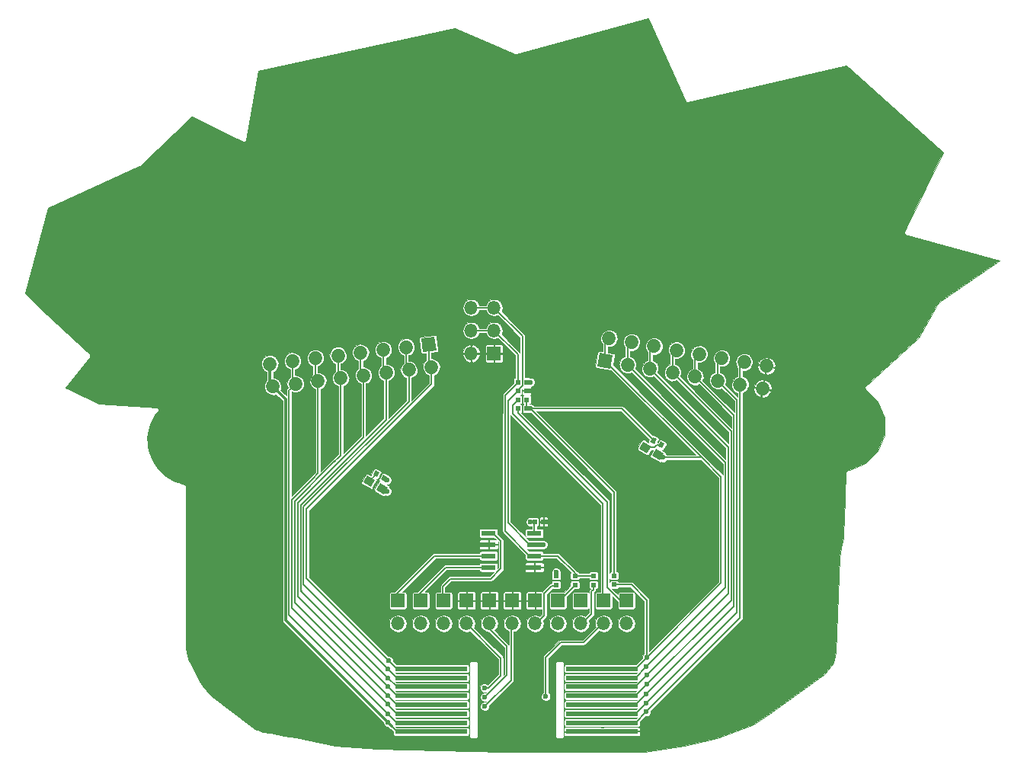
<source format=gbr>
G04 #@! TF.FileFunction,Copper,L1,Top,Signal*
%FSLAX46Y46*%
G04 Gerber Fmt 4.6, Leading zero omitted, Abs format (unit mm)*
G04 Created by KiCad (PCBNEW 4.0.7) date Sun May  6 01:29:27 2018*
%MOMM*%
%LPD*%
G01*
G04 APERTURE LIST*
%ADD10C,0.100000*%
%ADD11R,0.500000X0.600000*%
%ADD12R,1.600000X0.600000*%
%ADD13R,8.000000X0.500000*%
%ADD14R,1.300000X0.500000*%
%ADD15R,0.600000X0.500000*%
%ADD16C,1.500000*%
%ADD17R,1.500000X1.500000*%
%ADD18O,1.500000X1.500000*%
%ADD19C,0.600000*%
%ADD20C,0.200000*%
%ADD21C,0.160000*%
%ADD22C,0.300000*%
G04 APERTURE END LIST*
D10*
D11*
X51800000Y25000000D03*
X52800000Y25000000D03*
D12*
X46675000Y23750000D03*
X46675000Y22475000D03*
X46675000Y21225000D03*
X46675000Y19950000D03*
X51775000Y19950000D03*
X51775000Y21225000D03*
X51775000Y22475000D03*
X51775000Y23750000D03*
D13*
X59298421Y8679907D03*
X59298421Y7679907D03*
X59298421Y6679907D03*
X59298421Y5679907D03*
X59298421Y4679907D03*
X59298421Y3679907D03*
X59298421Y2679907D03*
X59298421Y1679907D03*
X40298421Y8679907D03*
X40298421Y7679907D03*
X40298421Y6679907D03*
X40298421Y5679907D03*
X40298421Y4679907D03*
X40298421Y3679907D03*
X40298421Y2679907D03*
X40298421Y1679907D03*
D14*
X60365088Y8679907D03*
X62498421Y8679907D03*
X58231755Y8679907D03*
X62498421Y7679907D03*
X60365088Y7679907D03*
X58231755Y7679907D03*
X62498421Y6679907D03*
X60365088Y6679907D03*
X58231755Y6679907D03*
X58231755Y5679907D03*
X62498421Y5679907D03*
X60365088Y5679907D03*
X62498421Y4679907D03*
X58231755Y4679907D03*
X60365088Y4679907D03*
X62498421Y3679907D03*
X58231755Y3679907D03*
X60365088Y3679907D03*
X62498421Y2679907D03*
X58231755Y2679907D03*
X60365088Y2679907D03*
X62498421Y1679907D03*
X58231755Y1679907D03*
X60365088Y1679907D03*
X41365088Y8679907D03*
X37098422Y8679907D03*
X39231755Y8679907D03*
X41365088Y7679907D03*
X37098422Y7679907D03*
X39231755Y7679907D03*
X41365088Y6679907D03*
X37098422Y6679907D03*
X39231755Y6679907D03*
X41365088Y5679907D03*
X37098422Y5679907D03*
X39231755Y5679907D03*
X41365088Y4679907D03*
X37098422Y4679907D03*
X39231755Y4679907D03*
X41365088Y3679907D03*
X37098422Y3679907D03*
X39231755Y3679907D03*
X41365088Y2679907D03*
X37098422Y2679907D03*
X39231755Y2679907D03*
X41365088Y1679907D03*
X37098422Y1679907D03*
X39231755Y1679907D03*
X56098422Y8679907D03*
X56098422Y7679907D03*
X56098422Y6679907D03*
X56098422Y5679907D03*
X56098422Y4679907D03*
X56098422Y3679907D03*
X56098422Y2679907D03*
X56098422Y1679907D03*
X43498421Y8679907D03*
X43498421Y7679907D03*
X43498421Y6679907D03*
X43498421Y5679907D03*
X43498421Y4679907D03*
X43498421Y3679907D03*
X43498421Y2679907D03*
X43498421Y1679907D03*
D10*
G36*
X35480097Y28830898D02*
X35035597Y28061002D01*
X34177713Y28556302D01*
X34622213Y29326198D01*
X35480097Y28830898D01*
X35480097Y28830898D01*
G37*
G36*
X34072287Y29643698D02*
X33627787Y28873802D01*
X32769903Y29369102D01*
X33214403Y30138998D01*
X34072287Y29643698D01*
X34072287Y29643698D01*
G37*
G36*
X66155097Y32605898D02*
X65710597Y31836002D01*
X64852713Y32331302D01*
X65297213Y33101198D01*
X66155097Y32605898D01*
X66155097Y32605898D01*
G37*
G36*
X64747287Y33418698D02*
X64302787Y32648802D01*
X63444903Y33144102D01*
X63889403Y33913998D01*
X64747287Y33418698D01*
X64747287Y33418698D01*
G37*
G36*
X64650481Y33915192D02*
X64950481Y34434808D01*
X65383493Y34184808D01*
X65083493Y33665192D01*
X64650481Y33915192D01*
X64650481Y33915192D01*
G37*
G36*
X65516507Y33415192D02*
X65816507Y33934808D01*
X66249519Y33684808D01*
X65949519Y33165192D01*
X65516507Y33415192D01*
X65516507Y33415192D01*
G37*
D11*
X49925000Y40525000D03*
X50925000Y40525000D03*
X50925000Y39575000D03*
X49925000Y39575000D03*
D15*
X56275000Y19000000D03*
X56275000Y18000000D03*
D11*
X49925000Y38575000D03*
X50925000Y38575000D03*
X49930000Y37580000D03*
X50930000Y37580000D03*
D15*
X58350000Y18000000D03*
X58350000Y19000000D03*
D10*
G36*
X33842468Y30215192D02*
X34142468Y30734808D01*
X34575480Y30484808D01*
X34275480Y29965192D01*
X33842468Y30215192D01*
X33842468Y30215192D01*
G37*
G36*
X34708494Y29715192D02*
X35008494Y30234808D01*
X35441506Y29984808D01*
X35141506Y29465192D01*
X34708494Y29715192D01*
X34708494Y29715192D01*
G37*
D15*
X54175000Y19000000D03*
X54175000Y18000000D03*
X60620000Y18010000D03*
X60620000Y19010000D03*
D10*
G36*
X39198102Y45379725D02*
X40686922Y45562529D01*
X40869726Y44073709D01*
X39380906Y43890905D01*
X39198102Y45379725D01*
X39198102Y45379725D01*
G37*
D16*
X40343462Y42205650D02*
X40343462Y42205650D01*
X37512847Y44417169D02*
X37512847Y44417169D01*
X37822395Y41896102D02*
X37822395Y41896102D01*
X34991780Y44107621D02*
X34991780Y44107621D01*
X35301328Y41586554D02*
X35301328Y41586554D01*
X32470712Y43798073D02*
X32470712Y43798073D01*
X32780260Y41277005D02*
X32780260Y41277005D01*
X29949645Y43488524D02*
X29949645Y43488524D01*
X30259193Y40967457D02*
X30259193Y40967457D01*
X27428578Y43178976D02*
X27428578Y43178976D01*
X27738126Y40657909D02*
X27738126Y40657909D01*
X24907511Y42869428D02*
X24907511Y42869428D01*
X25217059Y40348361D02*
X25217059Y40348361D01*
X22386443Y42559880D02*
X22386443Y42559880D01*
X22695992Y40038813D02*
X22695992Y40038813D01*
D17*
X47290000Y43710000D03*
D18*
X44750000Y43710000D03*
X47290000Y46250000D03*
X44750000Y46250000D03*
X47290000Y48790000D03*
X44750000Y48790000D03*
D10*
G36*
X60238069Y42027945D02*
X58760857Y42288417D01*
X59021329Y43765629D01*
X60498541Y43505157D01*
X60238069Y42027945D01*
X60238069Y42027945D01*
G37*
D16*
X60070765Y45398199D02*
X60070765Y45398199D01*
X62131111Y42455721D02*
X62131111Y42455721D01*
X62572177Y44957132D02*
X62572177Y44957132D01*
X64632522Y42014654D02*
X64632522Y42014654D01*
X65073589Y44516066D02*
X65073589Y44516066D01*
X67133934Y41573588D02*
X67133934Y41573588D01*
X67575000Y44075000D02*
X67575000Y44075000D01*
X69635346Y41132522D02*
X69635346Y41132522D01*
X70076412Y43633933D02*
X70076412Y43633933D01*
X72136757Y40691455D02*
X72136757Y40691455D01*
X72577824Y43192867D02*
X72577824Y43192867D01*
X74638169Y40250389D02*
X74638169Y40250389D01*
X75079236Y42751800D02*
X75079236Y42751800D01*
X77139581Y39809322D02*
X77139581Y39809322D01*
X77580647Y42310734D02*
X77580647Y42310734D01*
D17*
X59460000Y16250000D03*
D18*
X59460000Y13710000D03*
D17*
X62000000Y16250000D03*
D18*
X62000000Y13710000D03*
D17*
X51840000Y16250000D03*
D18*
X51840000Y13710000D03*
D17*
X54380000Y16250000D03*
D18*
X54380000Y13710000D03*
D17*
X56920000Y16250000D03*
D18*
X56920000Y13710000D03*
D17*
X36600000Y16250000D03*
D18*
X36600000Y13710000D03*
D17*
X39140000Y16250000D03*
D18*
X39140000Y13710000D03*
D17*
X44220000Y16250000D03*
D18*
X44220000Y13710000D03*
D17*
X41680000Y16250000D03*
D18*
X41680000Y13710000D03*
D17*
X46760000Y16250000D03*
D18*
X46760000Y13710000D03*
D17*
X49300000Y16250000D03*
D18*
X49300000Y13710000D03*
D19*
X61987300Y18987300D03*
X53300000Y25000000D03*
X50824998Y19950002D03*
X45725000Y22475000D03*
X51325000Y39575000D03*
X52150000Y9075000D03*
X51325000Y37575000D03*
X51325002Y40525000D03*
X35475000Y2725000D03*
X51300000Y25000000D03*
X35425000Y29650000D03*
X35399998Y28400000D03*
X64250000Y9940000D03*
X66075000Y32150000D03*
X35450001Y3700001D03*
X64275000Y7950000D03*
X64250000Y6950000D03*
X53049996Y5575000D03*
X64225000Y5900000D03*
X64200000Y4875000D03*
X64200000Y3875000D03*
X35550000Y9599996D03*
X35525000Y8650000D03*
X35500000Y7675000D03*
X46250000Y4475000D03*
X35500000Y6675000D03*
X35475000Y4800000D03*
X46225000Y6550000D03*
X64225000Y8900000D03*
X46250000Y5525000D03*
X35450000Y5725000D03*
X54175000Y19400000D03*
X52725000Y22475000D03*
D20*
X64104907Y1679907D02*
X64218514Y1793514D01*
X59298421Y1679907D02*
X64104907Y1679907D01*
D21*
X52850000Y25000000D02*
X53300000Y25000000D01*
X51249262Y19950002D02*
X50824998Y19950002D01*
X51774998Y19950002D02*
X51249262Y19950002D01*
X51775000Y19950000D02*
X51774998Y19950002D01*
X46675000Y22475000D02*
X45725000Y22475000D01*
X50925000Y39575000D02*
X51325000Y39575000D01*
X35075000Y29850000D02*
X35328722Y29596278D01*
X65016987Y34050000D02*
X61491987Y37575000D01*
X61491987Y37575000D02*
X51325000Y37575000D01*
X51750000Y25000000D02*
X51300000Y25000000D01*
X51624999Y37275001D02*
X51325000Y37575000D01*
X60620000Y28280000D02*
X51624999Y37275001D01*
X60620000Y18910000D02*
X60620000Y28280000D01*
X51320000Y37580000D02*
X51325000Y37575000D01*
X50930000Y37580000D02*
X51320000Y37580000D01*
X50925000Y40525000D02*
X51325002Y40525000D01*
X51775000Y23750000D02*
X51775000Y24975000D01*
X51775000Y24975000D02*
X51750000Y25000000D01*
D22*
X24130001Y14069999D02*
X35475000Y2725000D01*
X35475000Y2725000D02*
X35900000Y2300000D01*
D21*
X39750000Y1675000D02*
X36500000Y1675000D01*
X36500000Y1675000D02*
X35475000Y2700000D01*
X35475000Y2700000D02*
X35475000Y2725000D01*
X50930000Y37580000D02*
X50930000Y38570000D01*
X50930000Y38570000D02*
X50925000Y38575000D01*
X36500000Y1675000D02*
X35900000Y2275000D01*
X35900000Y2275000D02*
X35900000Y2300000D01*
D22*
X24130001Y38604804D02*
X24130001Y14069999D01*
D21*
X35371278Y29596278D02*
X35425000Y29650000D01*
X35328722Y29596278D02*
X35371278Y29596278D01*
D22*
X22386444Y42559880D02*
X22386444Y40348361D01*
X22695992Y40038813D02*
X24130001Y38604804D01*
X22386444Y40348361D02*
X22695992Y40038813D01*
D21*
X70370000Y32150000D02*
X70370000Y32156486D01*
X70370000Y32156486D02*
X59629699Y42896787D01*
X59629699Y42896787D02*
X59629699Y44957133D01*
X59629699Y44957133D02*
X60070765Y45398199D01*
X60620000Y18010000D02*
X62540000Y18010000D01*
X62540000Y18010000D02*
X64250000Y16300000D01*
X64250000Y16300000D02*
X64250000Y10364264D01*
X64250000Y10364264D02*
X64250000Y9940000D01*
X34835304Y28699999D02*
X35099999Y28699999D01*
X35099999Y28699999D02*
X35399998Y28400000D01*
X34828905Y28693600D02*
X34835304Y28699999D01*
X66075000Y32150000D02*
X65822505Y32150000D01*
X65822505Y32150000D02*
X65503905Y32468600D01*
X72510000Y18200000D02*
X64250000Y9940000D01*
X59750000Y8675000D02*
X63000000Y8675000D01*
X63000000Y8675000D02*
X64250000Y9925000D01*
X64250000Y9925000D02*
X64250000Y9940000D01*
X66075000Y32150000D02*
X70370000Y32150000D01*
X72510000Y30020000D02*
X72510000Y18200000D01*
X70375000Y32155000D02*
X72510000Y30020000D01*
X70370000Y32150000D02*
X70375000Y32155000D01*
X35750000Y3400002D02*
X35450001Y3700001D01*
X36475002Y2675000D02*
X35750000Y3400002D01*
X36500000Y2675000D02*
X36475002Y2675000D01*
X39750000Y2675000D02*
X36500000Y2675000D01*
X36500000Y2675000D02*
X24520011Y14654989D01*
X24520011Y14654989D02*
X24520011Y39651313D01*
X24520011Y39651313D02*
X24609916Y39741218D01*
X24907511Y42869428D02*
X24907511Y40657909D01*
X24907511Y40657909D02*
X25217059Y40348361D01*
X24609916Y39741218D02*
X25217059Y40348361D01*
X64632522Y42014654D02*
X64632522Y44074999D01*
X64632522Y44074999D02*
X65073589Y44516066D01*
X73320011Y16995011D02*
X73320011Y33327165D01*
X73320011Y33327165D02*
X64632522Y42014654D01*
X64275000Y7950000D02*
X73320011Y16995011D01*
X59750000Y6675000D02*
X63000000Y6675000D01*
X63000000Y6675000D02*
X64275000Y7950000D01*
X67133934Y41573588D02*
X67133934Y43633934D01*
X67133934Y43633934D02*
X67575000Y44075000D01*
X73640022Y16315022D02*
X73640022Y35067500D01*
X73640022Y35067500D02*
X67133934Y41573588D01*
X63950001Y6650001D02*
X64250000Y6950000D01*
X63000000Y5700000D02*
X63950001Y6650001D01*
X63000000Y5675000D02*
X63000000Y5700000D01*
X63000000Y5675000D02*
X73640022Y16315022D01*
X59750000Y5675000D02*
X63000000Y5675000D01*
X69635346Y41132522D02*
X69635346Y43192867D01*
X69635346Y43192867D02*
X70076412Y43633933D01*
X73960033Y15635033D02*
X73960033Y36807835D01*
X73960033Y36807835D02*
X69635346Y41132522D01*
X59360000Y13710000D02*
X57250000Y11600000D01*
X53049996Y5999264D02*
X53049996Y5575000D01*
X57250000Y11600000D02*
X54700000Y11600000D01*
X54700000Y11600000D02*
X53049996Y9949996D01*
X53049996Y9949996D02*
X53049996Y5999264D01*
X59360000Y13710000D02*
X59110000Y13710000D01*
X64225000Y5900000D02*
X73960033Y15635033D01*
X59750000Y4675000D02*
X63000000Y4675000D01*
X63000000Y4675000D02*
X64225000Y5900000D01*
X72136757Y40691455D02*
X72136757Y42751800D01*
X72136757Y42751800D02*
X72577824Y43192867D01*
X74280044Y14955044D02*
X74280044Y38548168D01*
X74280044Y38548168D02*
X72136757Y40691455D01*
X64200000Y4875000D02*
X74280044Y14955044D01*
X59750000Y3675000D02*
X63000000Y3675000D01*
X63000000Y3675000D02*
X64200000Y4875000D01*
X74638169Y40250389D02*
X74638169Y42310733D01*
X74638169Y42310733D02*
X75079236Y42751800D01*
X74638169Y14313169D02*
X74638169Y40250389D01*
X64200000Y3875000D02*
X74638169Y14313169D01*
X59750000Y2675000D02*
X63000000Y2675000D01*
X63000000Y2675000D02*
X64200000Y3875000D01*
X35575004Y9599996D02*
X35550000Y9599996D01*
X36500000Y8675000D02*
X35575004Y9599996D01*
X39750000Y8675000D02*
X36500000Y8675000D01*
X35250001Y9899995D02*
X35550000Y9599996D01*
X26450000Y18699996D02*
X35250001Y9899995D01*
X40343462Y40293462D02*
X26450000Y26400000D01*
X40343462Y42205649D02*
X40343462Y40293462D01*
X26450000Y26400000D02*
X26450000Y18699996D01*
X40033914Y42515197D02*
X40343462Y42205649D01*
X40033914Y44726717D02*
X40033914Y42515197D01*
X36500000Y7675000D02*
X35525000Y8650000D01*
X35525000Y8650000D02*
X26120064Y18054936D01*
X39750000Y7675000D02*
X36500000Y7675000D01*
X26120064Y18054936D02*
X26120064Y26670064D01*
X26120064Y26670064D02*
X37822395Y38372395D01*
X39750000Y7675000D02*
X36525000Y7675000D01*
X37512847Y42205649D02*
X37822395Y41896101D01*
X37822395Y38372395D02*
X37822395Y41896101D01*
X37512847Y44417169D02*
X37512847Y42205649D01*
X35500000Y7675000D02*
X26200000Y16975000D01*
X39750000Y6675000D02*
X36500000Y6675000D01*
X36500000Y6675000D02*
X35500000Y7675000D01*
X25800054Y17374946D02*
X26200000Y16975000D01*
X26200000Y16975000D02*
X25850000Y17325000D01*
X25800054Y26850054D02*
X25800054Y17374946D01*
X35301328Y36351328D02*
X25800054Y26850054D01*
X34991780Y44107620D02*
X34991780Y41896101D01*
X34991780Y41896101D02*
X35301328Y41586553D01*
X35301328Y41586553D02*
X35301328Y36351328D01*
X32470713Y43798072D02*
X32470713Y41586553D01*
X32470713Y41586553D02*
X32780261Y41277005D01*
X32780261Y41277005D02*
X32780261Y34430261D01*
X32780261Y34430261D02*
X32500000Y34150000D01*
X25480044Y27130044D02*
X32500000Y34150000D01*
X32500000Y34150000D02*
X32700000Y34350000D01*
X25480044Y16694956D02*
X25480044Y27130044D01*
X49200000Y13710000D02*
X49200000Y7425000D01*
X49200000Y7425000D02*
X46250000Y4475000D01*
X35500000Y6675000D02*
X25480044Y16694956D01*
X39750000Y5675000D02*
X36500000Y5675000D01*
X36500000Y5675000D02*
X35500000Y6675000D01*
X44120000Y13710000D02*
X44165000Y13710000D01*
X44165000Y13710000D02*
X48024264Y9850736D01*
X48024264Y9850736D02*
X48024264Y7925000D01*
X48024264Y7925000D02*
X46649264Y6550000D01*
X46649264Y6550000D02*
X46225000Y6550000D01*
X35475000Y4700000D02*
X35475000Y4800000D01*
X35175001Y5099999D02*
X35475000Y4800000D01*
X24840022Y15434978D02*
X35175001Y5099999D01*
X27150000Y29800000D02*
X24840022Y27490022D01*
X24840022Y27490022D02*
X24840022Y15434978D01*
X39750000Y3675000D02*
X36500000Y3675000D01*
X36500000Y3675000D02*
X35475000Y4700000D01*
X27428578Y40967457D02*
X27738126Y40657909D01*
X27150000Y29800000D02*
X27300000Y29950000D01*
X27738126Y40657909D02*
X27738126Y30388126D01*
X27738126Y30388126D02*
X27150000Y29800000D01*
X27428578Y43178976D02*
X27428578Y40967457D01*
X34208974Y30350000D02*
X34208974Y30294279D01*
X34208974Y30294279D02*
X33421095Y29506400D01*
X46675000Y23750000D02*
X47175000Y23750000D01*
X47175000Y23750000D02*
X48050000Y22875000D01*
X48050000Y22875000D02*
X48050000Y19792998D01*
X48050000Y19792998D02*
X46932002Y18675000D01*
X46932002Y18675000D02*
X42450000Y18675000D01*
X42450000Y18675000D02*
X41580000Y17805000D01*
X41580000Y17805000D02*
X41580000Y16269048D01*
X46675000Y19950000D02*
X41925952Y19950000D01*
X41925952Y19950000D02*
X39040000Y17064048D01*
X39040000Y17064048D02*
X39040000Y16269048D01*
X46675000Y21225000D02*
X40660952Y21225000D01*
X40660952Y21225000D02*
X36500000Y17064048D01*
X36500000Y17064048D02*
X36500000Y16269048D01*
X58350000Y17490000D02*
X58350000Y17590000D01*
X58350000Y18000000D02*
X58350000Y17590000D01*
X58350000Y17490000D02*
X58125000Y17265000D01*
X58125000Y17265000D02*
X58125000Y14765000D01*
X58125000Y14765000D02*
X57070000Y13710000D01*
X57070000Y13710000D02*
X56820000Y13710000D01*
X56275000Y18000000D02*
X56225000Y18000000D01*
X56225000Y17900000D02*
X54594048Y16269048D01*
X54594048Y16269048D02*
X54280000Y16269048D01*
X51990000Y13710000D02*
X51740000Y13710000D01*
X54175000Y17900000D02*
X53715000Y17900000D01*
X53715000Y17900000D02*
X52865001Y17050001D01*
X52865001Y17050001D02*
X52865001Y14585001D01*
X52865001Y14585001D02*
X51990000Y13710000D01*
X61900000Y16250000D02*
X61300000Y16250000D01*
X61300000Y16250000D02*
X59830000Y17720000D01*
X59830000Y17720000D02*
X59830000Y27220000D01*
X59830000Y27220000D02*
X49930000Y37120000D01*
X49930000Y37120000D02*
X49930000Y37580000D01*
X49925000Y38575000D02*
X49925000Y38525000D01*
X49925000Y38525000D02*
X49375000Y37975000D01*
X49375000Y37975000D02*
X49375000Y36975000D01*
X49375000Y36975000D02*
X59360000Y26990000D01*
X59360000Y26990000D02*
X59360000Y17045000D01*
X59360000Y17045000D02*
X59360000Y16250000D01*
X65883013Y33550000D02*
X65406589Y33550000D01*
X65406589Y33550000D02*
X65137989Y33281400D01*
X65137989Y33281400D02*
X64768017Y33281400D01*
X64768017Y33281400D02*
X64096095Y33281400D01*
X62131111Y42455721D02*
X62131111Y44516066D01*
X62131111Y44516066D02*
X62572177Y44957132D01*
X73000000Y17675000D02*
X73000000Y31586832D01*
X73000000Y31586832D02*
X62981110Y41605722D01*
X62981110Y41605722D02*
X62131111Y42455721D01*
X64225000Y8900000D02*
X73000000Y17675000D01*
X59750000Y7675000D02*
X63000000Y7675000D01*
X63000000Y7675000D02*
X64225000Y8900000D01*
X29949645Y41277006D02*
X30259194Y40967457D01*
X30250000Y39972106D02*
X30250000Y32400000D01*
X30259194Y40967457D02*
X30259194Y39981300D01*
X30259194Y39981300D02*
X30250000Y39972106D01*
X30250000Y40958263D02*
X30259194Y40967457D01*
X30250000Y32400000D02*
X29250000Y31400000D01*
X25160033Y27310033D02*
X29250000Y31400000D01*
X29250000Y31400000D02*
X29652051Y31802051D01*
X25160033Y16014967D02*
X25160033Y27310033D01*
X29949645Y43488524D02*
X29949645Y41277006D01*
X46660000Y13710000D02*
X46660000Y13215000D01*
X46660000Y13215000D02*
X48700000Y11175000D01*
X48700000Y11175000D02*
X48700000Y7975000D01*
X48700000Y7975000D02*
X46549999Y5824999D01*
X46549999Y5824999D02*
X46250000Y5525000D01*
X35450000Y5725000D02*
X25160033Y16014967D01*
X39750000Y4675000D02*
X36500000Y4675000D01*
X36500000Y4675000D02*
X35450000Y5725000D01*
X47290000Y46250000D02*
X49925000Y43615000D01*
X49925000Y40985000D02*
X49925000Y40525000D01*
X49925000Y43615000D02*
X49925000Y40985000D01*
X44750000Y46250000D02*
X47290000Y46250000D01*
X56275000Y19310000D02*
X56275000Y19000000D01*
X56275000Y19000000D02*
X56735000Y19000000D01*
X56735000Y19000000D02*
X58350000Y19000000D01*
X51775000Y21225000D02*
X54360000Y21225000D01*
X54360000Y21225000D02*
X56275000Y19310000D01*
X48519979Y37067668D02*
X48519979Y37067667D01*
X48519979Y37067667D02*
X48514968Y37062656D01*
X48514968Y37062656D02*
X48514968Y23985032D01*
X48514968Y23985032D02*
X51275000Y21225000D01*
X51275000Y21225000D02*
X51775000Y21225000D01*
X49925000Y40475000D02*
X49925000Y40525000D01*
X48514967Y37062656D02*
X48519979Y37067668D01*
X48519980Y39069980D02*
X49925000Y40475000D01*
X48519979Y37067668D02*
X48519980Y39069980D01*
X47290000Y48790000D02*
X50434999Y45645001D01*
X50434999Y45645001D02*
X50434999Y40134999D01*
X50434999Y40134999D02*
X49925000Y39625000D01*
X49925000Y39625000D02*
X49925000Y39575000D01*
X47290000Y48790000D02*
X44750000Y48790000D01*
X54175000Y19000000D02*
X54175000Y19399998D01*
X51775000Y22475000D02*
X52725000Y22475000D01*
X48834978Y36930104D02*
X48834978Y24915022D01*
X48834978Y24915022D02*
X51275000Y22475000D01*
X51275000Y22475000D02*
X51775000Y22475000D01*
X49925000Y39525000D02*
X49925000Y39575000D01*
X48839990Y38439990D02*
X49925000Y39525000D01*
X48839990Y36935116D02*
X48839990Y38439990D01*
X48834978Y36930104D02*
X48839990Y36935116D01*
D10*
G36*
X68595168Y71756894D02*
X68607991Y71739044D01*
X68617054Y71719020D01*
X68633352Y71703742D01*
X68646389Y71685595D01*
X68665071Y71674009D01*
X68681104Y71658980D01*
X68702008Y71651102D01*
X68720997Y71639326D01*
X68742689Y71635771D01*
X68763255Y71628021D01*
X68785582Y71628742D01*
X68807632Y71625129D01*
X68829032Y71630146D01*
X68851000Y71630856D01*
X86461549Y75729221D01*
X97222663Y66022156D01*
X92873416Y57249945D01*
X92867814Y57229216D01*
X92858159Y57210041D01*
X92856475Y57187256D01*
X92850513Y57165194D01*
X92853270Y57143899D01*
X92851688Y57122489D01*
X92858853Y57100792D01*
X92861787Y57078130D01*
X92872483Y57059512D01*
X92879215Y57039125D01*
X92894137Y57021821D01*
X92905520Y57002008D01*
X92922526Y56988901D01*
X92936548Y56972641D01*
X92956957Y56962365D01*
X92975055Y56948416D01*
X92995784Y56942814D01*
X93014959Y56933159D01*
X103475326Y54036810D01*
X96722366Y49385296D01*
X96717492Y49380282D01*
X96711252Y49377127D01*
X96687052Y49348970D01*
X96661172Y49322348D01*
X96658588Y49315851D01*
X96654030Y49310548D01*
X94471788Y45442027D01*
X88568509Y40066360D01*
X88565304Y40062018D01*
X88560820Y40059018D01*
X88539350Y40026850D01*
X88516377Y39995723D01*
X88515078Y39990485D01*
X88512083Y39985998D01*
X88504556Y39948057D01*
X88495246Y39910514D01*
X88496050Y39905179D01*
X88495000Y39899885D01*
X88502567Y39861944D01*
X88508331Y39823704D01*
X88511115Y39819083D01*
X88512171Y39813790D01*
X88533677Y39781639D01*
X88553640Y39748509D01*
X88557982Y39745304D01*
X88560982Y39740820D01*
X89956392Y38346832D01*
X90694979Y36566293D01*
X90695960Y34638646D01*
X89959189Y32857354D01*
X88596831Y31493607D01*
X86797838Y30747366D01*
X86587968Y30710508D01*
X86571889Y30704268D01*
X86552510Y30701235D01*
X86532315Y30688910D01*
X86506124Y30678746D01*
X86489288Y30662651D01*
X86477572Y30655501D01*
X86467814Y30642123D01*
X86442666Y30618081D01*
X86431034Y30591693D01*
X86425840Y30584572D01*
X86423339Y30574238D01*
X86407254Y30537749D01*
X86406510Y30504700D01*
X86405190Y30499244D01*
X86185215Y25149848D01*
X86125340Y23872514D01*
X86105467Y23564486D01*
X86105966Y23560725D01*
X86105110Y23557028D01*
X86095110Y23237028D01*
X86097550Y23222386D01*
X86096117Y23207612D01*
X86103135Y23137433D01*
X86061390Y22886961D01*
X86054995Y22872145D01*
X85979994Y22522144D01*
X85979941Y22518571D01*
X85978629Y22515249D01*
X85728629Y21140249D01*
X85728886Y21124652D01*
X85725201Y21109499D01*
X85275978Y10477884D01*
X85040867Y9349351D01*
X84019239Y8090135D01*
X77645558Y3509051D01*
X76145082Y2475937D01*
X72060320Y941057D01*
X68431860Y120925D01*
X64056589Y-600000D01*
X48253016Y-600000D01*
X34285858Y-225210D01*
X29657360Y98287D01*
X25273677Y1069671D01*
X25261713Y1069931D01*
X25250310Y1073572D01*
X23934783Y1222500D01*
X22444126Y1520631D01*
X22441524Y1520634D01*
X22439102Y1521576D01*
X21613120Y1667338D01*
X21210669Y1833053D01*
X21187949Y1837523D01*
X21166465Y1846146D01*
X20811600Y1912683D01*
X20481143Y2132987D01*
X15951190Y5617567D01*
X15079391Y6537800D01*
X14695025Y7162393D01*
X13311965Y9730934D01*
X13025000Y10926621D01*
X13025000Y21048850D01*
X13074989Y26047750D01*
X13074695Y26049308D01*
X13074998Y26050862D01*
X13064998Y28660862D01*
X13061995Y28675664D01*
X13062890Y28690743D01*
X13022890Y28980743D01*
X13013038Y29009188D01*
X13006807Y29038632D01*
X12998795Y29050312D01*
X12994158Y29063700D01*
X12974171Y29086210D01*
X12957147Y29111027D01*
X12945275Y29118752D01*
X12935868Y29129346D01*
X12908790Y29142492D01*
X12883563Y29158907D01*
X12633563Y29258907D01*
X12619695Y29261490D01*
X12607006Y29267659D01*
X12197307Y29374961D01*
X11807387Y29517615D01*
X11369600Y29726991D01*
X10650548Y30187184D01*
X9933356Y30885251D01*
X9369134Y31717240D01*
X8955630Y32717341D01*
X8832018Y33287861D01*
X8774784Y33745739D01*
X8765308Y34361684D01*
X8968165Y35491889D01*
X9156417Y36018994D01*
X9580394Y36818769D01*
X9969593Y37334458D01*
X9979025Y37353976D01*
X9992154Y37371214D01*
X9997936Y37393108D01*
X10007792Y37413503D01*
X10009037Y37435142D01*
X10014570Y37456095D01*
X10011533Y37478540D01*
X10012833Y37501149D01*
X10005704Y37521613D01*
X10002797Y37543093D01*
X9991401Y37562667D01*
X9983951Y37584052D01*
X9969531Y37600233D01*
X9958627Y37618962D01*
X9940613Y37632682D01*
X9925542Y37649593D01*
X9906024Y37659025D01*
X9888786Y37672154D01*
X9866892Y37677936D01*
X9846497Y37687792D01*
X9824858Y37689037D01*
X9803905Y37694570D01*
X3388825Y38091789D01*
X-347437Y39927471D01*
X1708188Y42461561D01*
X21431306Y42461561D01*
X21435890Y42424225D01*
X21553190Y42068492D01*
X21797694Y41784726D01*
X22026444Y41669425D01*
X22026444Y40725406D01*
X21937214Y40648522D01*
X21768617Y40314037D01*
X21740855Y39940494D01*
X21745439Y39903158D01*
X21862739Y39547425D01*
X22107243Y39263659D01*
X22441728Y39095062D01*
X22815271Y39067300D01*
X23073304Y39152385D01*
X23770001Y38455688D01*
X23770001Y14069999D01*
X23797404Y13932233D01*
X23875443Y13815441D01*
X34965001Y2725882D01*
X34964912Y2624000D01*
X35042391Y2436486D01*
X35185731Y2292896D01*
X35373110Y2215089D01*
X35475884Y2214999D01*
X35645442Y2045441D01*
X35762234Y1967403D01*
X35806225Y1958653D01*
X36084307Y1680571D01*
X36084307Y1429907D01*
X36098950Y1352086D01*
X36144942Y1280612D01*
X36215119Y1232662D01*
X36298421Y1215793D01*
X44298421Y1215793D01*
X44376242Y1230436D01*
X44447716Y1276428D01*
X44495666Y1346605D01*
X44512535Y1429907D01*
X44512535Y1929907D01*
X44497892Y2007728D01*
X44451900Y2079202D01*
X44381723Y2127152D01*
X44298421Y2144021D01*
X36441101Y2144021D01*
X36369329Y2215793D01*
X44298421Y2215793D01*
X44376242Y2230436D01*
X44447716Y2276428D01*
X44495666Y2346605D01*
X44512535Y2429907D01*
X44512535Y2929907D01*
X44497892Y3007728D01*
X44451900Y3079202D01*
X44381723Y3127152D01*
X44298421Y3144021D01*
X36441101Y3144021D01*
X36369329Y3215793D01*
X44298421Y3215793D01*
X44376242Y3230436D01*
X44447716Y3276428D01*
X44495666Y3346605D01*
X44512535Y3429907D01*
X44512535Y3929907D01*
X44497892Y4007728D01*
X44451900Y4079202D01*
X44381723Y4127152D01*
X44298421Y4144021D01*
X36441101Y4144021D01*
X36369329Y4215793D01*
X44298421Y4215793D01*
X44376242Y4230436D01*
X44447716Y4276428D01*
X44495666Y4346605D01*
X44512535Y4429907D01*
X44512535Y4929907D01*
X44497892Y5007728D01*
X44451900Y5079202D01*
X44381723Y5127152D01*
X44298421Y5144021D01*
X36441101Y5144021D01*
X36369329Y5215793D01*
X44298421Y5215793D01*
X44376242Y5230436D01*
X44447716Y5276428D01*
X44495666Y5346605D01*
X44512535Y5429907D01*
X44512535Y5929907D01*
X44497892Y6007728D01*
X44451900Y6079202D01*
X44381723Y6127152D01*
X44298421Y6144021D01*
X36441101Y6144021D01*
X36369329Y6215793D01*
X44298421Y6215793D01*
X44376242Y6230436D01*
X44447716Y6276428D01*
X44495666Y6346605D01*
X44512535Y6429907D01*
X44512535Y6929907D01*
X44497892Y7007728D01*
X44451900Y7079202D01*
X44381723Y7127152D01*
X44298421Y7144021D01*
X36441101Y7144021D01*
X36369329Y7215793D01*
X44298421Y7215793D01*
X44376242Y7230436D01*
X44447716Y7276428D01*
X44495666Y7346605D01*
X44512535Y7429907D01*
X44512535Y7929907D01*
X44497892Y8007728D01*
X44451900Y8079202D01*
X44381723Y8127152D01*
X44298421Y8144021D01*
X36441101Y8144021D01*
X36369329Y8215793D01*
X44298421Y8215793D01*
X44376242Y8230436D01*
X44447716Y8276428D01*
X44495666Y8346605D01*
X44512535Y8429907D01*
X44512535Y8929907D01*
X44497892Y9007728D01*
X44451900Y9079202D01*
X44381723Y9127152D01*
X44298421Y9144021D01*
X36441101Y9144021D01*
X36335122Y9250000D01*
X44570000Y9250000D01*
X44570000Y1175000D01*
X44587508Y1086983D01*
X44637365Y1012365D01*
X44711983Y962508D01*
X44800000Y945000D01*
X45250000Y945000D01*
X45338017Y962508D01*
X45412635Y1012365D01*
X45462492Y1086983D01*
X45480000Y1175000D01*
X45480000Y9250000D01*
X45462492Y9338017D01*
X45412635Y9412635D01*
X45338017Y9462492D01*
X45250000Y9480000D01*
X44800000Y9480000D01*
X44711983Y9462492D01*
X44637365Y9412635D01*
X44587508Y9338017D01*
X44570000Y9250000D01*
X36335122Y9250000D01*
X36059935Y9525187D01*
X36060088Y9700996D01*
X35982609Y9888510D01*
X35839269Y10032100D01*
X35651890Y10109907D01*
X35450035Y10110083D01*
X31850118Y13710000D01*
X35621192Y13710000D01*
X35694268Y13342624D01*
X35902369Y13031177D01*
X36213816Y12823076D01*
X36581192Y12750000D01*
X36618808Y12750000D01*
X36986184Y12823076D01*
X37297631Y13031177D01*
X37505732Y13342624D01*
X37578808Y13710000D01*
X38161192Y13710000D01*
X38234268Y13342624D01*
X38442369Y13031177D01*
X38753816Y12823076D01*
X39121192Y12750000D01*
X39158808Y12750000D01*
X39526184Y12823076D01*
X39837631Y13031177D01*
X40045732Y13342624D01*
X40118808Y13710000D01*
X40701192Y13710000D01*
X40774268Y13342624D01*
X40982369Y13031177D01*
X41293816Y12823076D01*
X41661192Y12750000D01*
X41698808Y12750000D01*
X42066184Y12823076D01*
X42377631Y13031177D01*
X42585732Y13342624D01*
X42658808Y13710000D01*
X43241192Y13710000D01*
X43314268Y13342624D01*
X43522369Y13031177D01*
X43833816Y12823076D01*
X44201192Y12750000D01*
X44238808Y12750000D01*
X44606184Y12823076D01*
X44627535Y12837343D01*
X47734264Y9730614D01*
X47734264Y8045122D01*
X46592689Y6903547D01*
X46514269Y6982104D01*
X46326890Y7059911D01*
X46124000Y7060088D01*
X45936486Y6982609D01*
X45792896Y6839269D01*
X45715089Y6651890D01*
X45714912Y6449000D01*
X45792391Y6261486D01*
X45935731Y6117896D01*
X46123110Y6040089D01*
X46326000Y6039912D01*
X46375062Y6060184D01*
X46349791Y6034913D01*
X46149000Y6035088D01*
X45961486Y5957609D01*
X45817896Y5814269D01*
X45740089Y5626890D01*
X45739912Y5424000D01*
X45817391Y5236486D01*
X45960731Y5092896D01*
X46148110Y5015089D01*
X46351000Y5014912D01*
X46400062Y5035184D01*
X46349791Y4984913D01*
X46149000Y4985088D01*
X45961486Y4907609D01*
X45817896Y4764269D01*
X45740089Y4576890D01*
X45739912Y4374000D01*
X45817391Y4186486D01*
X45960731Y4042896D01*
X46148110Y3965089D01*
X46351000Y3964912D01*
X46538514Y4042391D01*
X46682104Y4185731D01*
X46759911Y4373110D01*
X46760087Y4574965D01*
X47659122Y5474000D01*
X52539908Y5474000D01*
X52617387Y5286486D01*
X52760727Y5142896D01*
X52948106Y5065089D01*
X53150996Y5064912D01*
X53338510Y5142391D01*
X53482100Y5285731D01*
X53559907Y5473110D01*
X53560084Y5676000D01*
X53482605Y5863514D01*
X53339996Y6006372D01*
X53339996Y9250000D01*
X54120000Y9250000D01*
X54120000Y1175000D01*
X54137508Y1086983D01*
X54187365Y1012365D01*
X54261983Y962508D01*
X54350000Y945000D01*
X54800000Y945000D01*
X54888017Y962508D01*
X54962635Y1012365D01*
X55012492Y1086983D01*
X55030000Y1175000D01*
X55030000Y1979635D01*
X55048421Y1979635D01*
X55048421Y1792407D01*
X55110921Y1729907D01*
X55200000Y1729907D01*
X55200000Y1629907D01*
X55110921Y1629907D01*
X55048421Y1567407D01*
X55048421Y1380179D01*
X55086481Y1288293D01*
X55156807Y1217967D01*
X55210585Y1195692D01*
X55214160Y1190136D01*
X55230547Y1178939D01*
X55250000Y1175000D01*
X63450000Y1175000D01*
X63468173Y1178419D01*
X63484864Y1189160D01*
X63496061Y1205547D01*
X63500000Y1225000D01*
X63500000Y1277932D01*
X63510361Y1288293D01*
X63548421Y1380179D01*
X63548421Y1567407D01*
X63500000Y1615828D01*
X63500000Y1743986D01*
X63548421Y1792407D01*
X63548421Y1979635D01*
X63510361Y2071521D01*
X63500000Y2081882D01*
X63500000Y2125000D01*
X63496581Y2143173D01*
X63485840Y2159864D01*
X63469453Y2171061D01*
X63450000Y2175000D01*
X63359996Y2175000D01*
X63348149Y2179907D01*
X59410921Y2179907D01*
X59406014Y2175000D01*
X59190828Y2175000D01*
X59185921Y2179907D01*
X55248693Y2179907D01*
X55156807Y2141847D01*
X55086481Y2071521D01*
X55048421Y1979635D01*
X55030000Y1979635D01*
X55030000Y9250000D01*
X55012492Y9338017D01*
X54962635Y9412635D01*
X54888017Y9462492D01*
X54800000Y9480000D01*
X54350000Y9480000D01*
X54261983Y9462492D01*
X54187365Y9412635D01*
X54137508Y9338017D01*
X54120000Y9250000D01*
X53339996Y9250000D01*
X53339996Y9829874D01*
X54820122Y11310000D01*
X57250000Y11310000D01*
X57360978Y11332075D01*
X57455061Y11394939D01*
X58959549Y12899427D01*
X59073816Y12823076D01*
X59441192Y12750000D01*
X59478808Y12750000D01*
X59846184Y12823076D01*
X60157631Y13031177D01*
X60365732Y13342624D01*
X60438808Y13710000D01*
X61021192Y13710000D01*
X61094268Y13342624D01*
X61302369Y13031177D01*
X61613816Y12823076D01*
X61981192Y12750000D01*
X62018808Y12750000D01*
X62386184Y12823076D01*
X62697631Y13031177D01*
X62905732Y13342624D01*
X62978808Y13710000D01*
X62905732Y14077376D01*
X62697631Y14388823D01*
X62386184Y14596924D01*
X62018808Y14670000D01*
X61981192Y14670000D01*
X61613816Y14596924D01*
X61302369Y14388823D01*
X61094268Y14077376D01*
X61021192Y13710000D01*
X60438808Y13710000D01*
X60365732Y14077376D01*
X60157631Y14388823D01*
X59846184Y14596924D01*
X59478808Y14670000D01*
X59441192Y14670000D01*
X59073816Y14596924D01*
X58762369Y14388823D01*
X58554268Y14077376D01*
X58481192Y13710000D01*
X58554268Y13342624D01*
X58565577Y13325699D01*
X57129878Y11890000D01*
X54700000Y11890000D01*
X54589022Y11867925D01*
X54494939Y11805061D01*
X52844935Y10155057D01*
X52782071Y10060974D01*
X52759996Y9949996D01*
X52759996Y6006126D01*
X52617892Y5864269D01*
X52540085Y5676890D01*
X52539908Y5474000D01*
X47659122Y5474000D01*
X49405061Y7219939D01*
X49467925Y7314022D01*
X49490000Y7425000D01*
X49490000Y12784052D01*
X49686184Y12823076D01*
X49997631Y13031177D01*
X50205732Y13342624D01*
X50278808Y13710000D01*
X50861192Y13710000D01*
X50934268Y13342624D01*
X51142369Y13031177D01*
X51453816Y12823076D01*
X51821192Y12750000D01*
X51858808Y12750000D01*
X52226184Y12823076D01*
X52537631Y13031177D01*
X52745732Y13342624D01*
X52818808Y13710000D01*
X53401192Y13710000D01*
X53474268Y13342624D01*
X53682369Y13031177D01*
X53993816Y12823076D01*
X54361192Y12750000D01*
X54398808Y12750000D01*
X54766184Y12823076D01*
X55077631Y13031177D01*
X55285732Y13342624D01*
X55358808Y13710000D01*
X55941192Y13710000D01*
X56014268Y13342624D01*
X56222369Y13031177D01*
X56533816Y12823076D01*
X56901192Y12750000D01*
X56938808Y12750000D01*
X57306184Y12823076D01*
X57617631Y13031177D01*
X57825732Y13342624D01*
X57898808Y13710000D01*
X57829343Y14059221D01*
X58330061Y14559939D01*
X58392925Y14654021D01*
X58415000Y14765000D01*
X58415000Y17144878D01*
X58555061Y17284939D01*
X58617925Y17379022D01*
X58640000Y17490000D01*
X58640000Y17535886D01*
X58650000Y17535886D01*
X58727821Y17550529D01*
X58799295Y17596521D01*
X58847245Y17666698D01*
X58864114Y17750000D01*
X58864114Y18250000D01*
X58849471Y18327821D01*
X58803479Y18399295D01*
X58733302Y18447245D01*
X58650000Y18464114D01*
X58050000Y18464114D01*
X57972179Y18449471D01*
X57900705Y18403479D01*
X57852755Y18333302D01*
X57835886Y18250000D01*
X57835886Y17750000D01*
X57850529Y17672179D01*
X57896521Y17600705D01*
X57966698Y17552755D01*
X57996581Y17546703D01*
X57919939Y17470061D01*
X57857075Y17375978D01*
X57835000Y17265000D01*
X57835000Y17131391D01*
X57823479Y17149295D01*
X57753302Y17197245D01*
X57670000Y17214114D01*
X56170000Y17214114D01*
X56092179Y17199471D01*
X56020705Y17153479D01*
X55972755Y17083302D01*
X55955886Y17000000D01*
X55955886Y15500000D01*
X55970529Y15422179D01*
X56016521Y15350705D01*
X56086698Y15302755D01*
X56170000Y15285886D01*
X57670000Y15285886D01*
X57747821Y15300529D01*
X57819295Y15346521D01*
X57835000Y15369506D01*
X57835000Y14885122D01*
X57450424Y14500546D01*
X57306184Y14596924D01*
X56938808Y14670000D01*
X56901192Y14670000D01*
X56533816Y14596924D01*
X56222369Y14388823D01*
X56014268Y14077376D01*
X55941192Y13710000D01*
X55358808Y13710000D01*
X55285732Y14077376D01*
X55077631Y14388823D01*
X54766184Y14596924D01*
X54398808Y14670000D01*
X54361192Y14670000D01*
X53993816Y14596924D01*
X53682369Y14388823D01*
X53474268Y14077376D01*
X53401192Y13710000D01*
X52818808Y13710000D01*
X52749343Y14059221D01*
X53070062Y14379940D01*
X53132926Y14474023D01*
X53155001Y14585001D01*
X53155001Y16929879D01*
X53225122Y17000000D01*
X53415886Y17000000D01*
X53415886Y15500000D01*
X53430529Y15422179D01*
X53476521Y15350705D01*
X53546698Y15302755D01*
X53630000Y15285886D01*
X55130000Y15285886D01*
X55207821Y15300529D01*
X55279295Y15346521D01*
X55327245Y15416698D01*
X55344114Y15500000D01*
X55344114Y16608992D01*
X56271008Y17535886D01*
X56575000Y17535886D01*
X56652821Y17550529D01*
X56724295Y17596521D01*
X56772245Y17666698D01*
X56789114Y17750000D01*
X56789114Y18250000D01*
X56774471Y18327821D01*
X56728479Y18399295D01*
X56658302Y18447245D01*
X56575000Y18464114D01*
X55975000Y18464114D01*
X55897179Y18449471D01*
X55825705Y18403479D01*
X55777755Y18333302D01*
X55760886Y18250000D01*
X55760886Y17846008D01*
X55128992Y17214114D01*
X53630000Y17214114D01*
X53552179Y17199471D01*
X53480705Y17153479D01*
X53432755Y17083302D01*
X53415886Y17000000D01*
X53225122Y17000000D01*
X53783487Y17558365D01*
X53791698Y17552755D01*
X53875000Y17535886D01*
X54475000Y17535886D01*
X54552821Y17550529D01*
X54624295Y17596521D01*
X54672245Y17666698D01*
X54689114Y17750000D01*
X54689114Y18250000D01*
X54674471Y18327821D01*
X54628479Y18399295D01*
X54558302Y18447245D01*
X54475000Y18464114D01*
X53875000Y18464114D01*
X53797179Y18449471D01*
X53725705Y18403479D01*
X53677755Y18333302D01*
X53660886Y18250000D01*
X53660886Y18179236D01*
X53604022Y18167925D01*
X53509939Y18105061D01*
X52659940Y17255062D01*
X52652910Y17244540D01*
X52639728Y17250000D01*
X51952500Y17250000D01*
X51890000Y17187500D01*
X51890000Y16300000D01*
X51910000Y16300000D01*
X51910000Y16200000D01*
X51890000Y16200000D01*
X51890000Y15312500D01*
X51952500Y15250000D01*
X52575001Y15250000D01*
X52575001Y14705123D01*
X52370424Y14500546D01*
X52226184Y14596924D01*
X51858808Y14670000D01*
X51821192Y14670000D01*
X51453816Y14596924D01*
X51142369Y14388823D01*
X50934268Y14077376D01*
X50861192Y13710000D01*
X50278808Y13710000D01*
X50205732Y14077376D01*
X49997631Y14388823D01*
X49686184Y14596924D01*
X49318808Y14670000D01*
X49281192Y14670000D01*
X48913816Y14596924D01*
X48602369Y14388823D01*
X48394268Y14077376D01*
X48321192Y13710000D01*
X48394268Y13342624D01*
X48602369Y13031177D01*
X48910000Y12825626D01*
X48910000Y11372669D01*
X48905061Y11380061D01*
X47335530Y12949592D01*
X47457631Y13031177D01*
X47665732Y13342624D01*
X47738808Y13710000D01*
X47665732Y14077376D01*
X47457631Y14388823D01*
X47146184Y14596924D01*
X46778808Y14670000D01*
X46741192Y14670000D01*
X46373816Y14596924D01*
X46062369Y14388823D01*
X45854268Y14077376D01*
X45781192Y13710000D01*
X45854268Y13342624D01*
X46062369Y13031177D01*
X46373816Y12823076D01*
X46708344Y12756534D01*
X48410000Y11054878D01*
X48410000Y8095122D01*
X48314264Y7999386D01*
X48314264Y9850736D01*
X48292189Y9961714D01*
X48292189Y9961715D01*
X48229325Y10055797D01*
X45052339Y13232783D01*
X45125732Y13342624D01*
X45198808Y13710000D01*
X45125732Y14077376D01*
X44917631Y14388823D01*
X44606184Y14596924D01*
X44238808Y14670000D01*
X44201192Y14670000D01*
X43833816Y14596924D01*
X43522369Y14388823D01*
X43314268Y14077376D01*
X43241192Y13710000D01*
X42658808Y13710000D01*
X42585732Y14077376D01*
X42377631Y14388823D01*
X42066184Y14596924D01*
X41698808Y14670000D01*
X41661192Y14670000D01*
X41293816Y14596924D01*
X40982369Y14388823D01*
X40774268Y14077376D01*
X40701192Y13710000D01*
X40118808Y13710000D01*
X40045732Y14077376D01*
X39837631Y14388823D01*
X39526184Y14596924D01*
X39158808Y14670000D01*
X39121192Y14670000D01*
X38753816Y14596924D01*
X38442369Y14388823D01*
X38234268Y14077376D01*
X38161192Y13710000D01*
X37578808Y13710000D01*
X37505732Y14077376D01*
X37297631Y14388823D01*
X36986184Y14596924D01*
X36618808Y14670000D01*
X36581192Y14670000D01*
X36213816Y14596924D01*
X35902369Y14388823D01*
X35694268Y14077376D01*
X35621192Y13710000D01*
X31850118Y13710000D01*
X28560118Y17000000D01*
X35635886Y17000000D01*
X35635886Y15500000D01*
X35650529Y15422179D01*
X35696521Y15350705D01*
X35766698Y15302755D01*
X35850000Y15285886D01*
X37350000Y15285886D01*
X37427821Y15300529D01*
X37499295Y15346521D01*
X37547245Y15416698D01*
X37564114Y15500000D01*
X37564114Y17000000D01*
X38175886Y17000000D01*
X38175886Y15500000D01*
X38190529Y15422179D01*
X38236521Y15350705D01*
X38306698Y15302755D01*
X38390000Y15285886D01*
X39890000Y15285886D01*
X39967821Y15300529D01*
X40039295Y15346521D01*
X40087245Y15416698D01*
X40104114Y15500000D01*
X40104114Y17000000D01*
X40089471Y17077821D01*
X40043479Y17149295D01*
X39973302Y17197245D01*
X39890000Y17214114D01*
X39600188Y17214114D01*
X42046074Y19660000D01*
X45660886Y19660000D01*
X45660886Y19650000D01*
X45675529Y19572179D01*
X45721521Y19500705D01*
X45791698Y19452755D01*
X45875000Y19435886D01*
X47282766Y19435886D01*
X46811880Y18965000D01*
X42450000Y18965000D01*
X42339022Y18942925D01*
X42244939Y18880061D01*
X41374939Y18010061D01*
X41312075Y17915978D01*
X41290000Y17805000D01*
X41290000Y17214114D01*
X40930000Y17214114D01*
X40852179Y17199471D01*
X40780705Y17153479D01*
X40732755Y17083302D01*
X40715886Y17000000D01*
X40715886Y15500000D01*
X40730529Y15422179D01*
X40776521Y15350705D01*
X40846698Y15302755D01*
X40930000Y15285886D01*
X42430000Y15285886D01*
X42507821Y15300529D01*
X42579295Y15346521D01*
X42627245Y15416698D01*
X42644114Y15500000D01*
X42644114Y16137500D01*
X43220000Y16137500D01*
X43220000Y15450272D01*
X43258060Y15358386D01*
X43328386Y15288060D01*
X43420272Y15250000D01*
X44107500Y15250000D01*
X44170000Y15312500D01*
X44170000Y16200000D01*
X44270000Y16200000D01*
X44270000Y15312500D01*
X44332500Y15250000D01*
X45019728Y15250000D01*
X45111614Y15288060D01*
X45181940Y15358386D01*
X45220000Y15450272D01*
X45220000Y16137500D01*
X45760000Y16137500D01*
X45760000Y15450272D01*
X45798060Y15358386D01*
X45868386Y15288060D01*
X45960272Y15250000D01*
X46647500Y15250000D01*
X46710000Y15312500D01*
X46710000Y16200000D01*
X46810000Y16200000D01*
X46810000Y15312500D01*
X46872500Y15250000D01*
X47559728Y15250000D01*
X47651614Y15288060D01*
X47721940Y15358386D01*
X47760000Y15450272D01*
X47760000Y16137500D01*
X48300000Y16137500D01*
X48300000Y15450272D01*
X48338060Y15358386D01*
X48408386Y15288060D01*
X48500272Y15250000D01*
X49187500Y15250000D01*
X49250000Y15312500D01*
X49250000Y16200000D01*
X49350000Y16200000D01*
X49350000Y15312500D01*
X49412500Y15250000D01*
X50099728Y15250000D01*
X50191614Y15288060D01*
X50261940Y15358386D01*
X50300000Y15450272D01*
X50300000Y16137500D01*
X50840000Y16137500D01*
X50840000Y15450272D01*
X50878060Y15358386D01*
X50948386Y15288060D01*
X51040272Y15250000D01*
X51727500Y15250000D01*
X51790000Y15312500D01*
X51790000Y16200000D01*
X50902500Y16200000D01*
X50840000Y16137500D01*
X50300000Y16137500D01*
X50237500Y16200000D01*
X49350000Y16200000D01*
X49250000Y16200000D01*
X48362500Y16200000D01*
X48300000Y16137500D01*
X47760000Y16137500D01*
X47697500Y16200000D01*
X46810000Y16200000D01*
X46710000Y16200000D01*
X45822500Y16200000D01*
X45760000Y16137500D01*
X45220000Y16137500D01*
X45157500Y16200000D01*
X44270000Y16200000D01*
X44170000Y16200000D01*
X43282500Y16200000D01*
X43220000Y16137500D01*
X42644114Y16137500D01*
X42644114Y17000000D01*
X42634758Y17049728D01*
X43220000Y17049728D01*
X43220000Y16362500D01*
X43282500Y16300000D01*
X44170000Y16300000D01*
X44170000Y17187500D01*
X44270000Y17187500D01*
X44270000Y16300000D01*
X45157500Y16300000D01*
X45220000Y16362500D01*
X45220000Y17049728D01*
X45760000Y17049728D01*
X45760000Y16362500D01*
X45822500Y16300000D01*
X46710000Y16300000D01*
X46710000Y17187500D01*
X46810000Y17187500D01*
X46810000Y16300000D01*
X47697500Y16300000D01*
X47760000Y16362500D01*
X47760000Y17049728D01*
X48300000Y17049728D01*
X48300000Y16362500D01*
X48362500Y16300000D01*
X49250000Y16300000D01*
X49250000Y17187500D01*
X49350000Y17187500D01*
X49350000Y16300000D01*
X50237500Y16300000D01*
X50300000Y16362500D01*
X50300000Y17049728D01*
X50840000Y17049728D01*
X50840000Y16362500D01*
X50902500Y16300000D01*
X51790000Y16300000D01*
X51790000Y17187500D01*
X51727500Y17250000D01*
X51040272Y17250000D01*
X50948386Y17211940D01*
X50878060Y17141614D01*
X50840000Y17049728D01*
X50300000Y17049728D01*
X50261940Y17141614D01*
X50191614Y17211940D01*
X50099728Y17250000D01*
X49412500Y17250000D01*
X49350000Y17187500D01*
X49250000Y17187500D01*
X49187500Y17250000D01*
X48500272Y17250000D01*
X48408386Y17211940D01*
X48338060Y17141614D01*
X48300000Y17049728D01*
X47760000Y17049728D01*
X47721940Y17141614D01*
X47651614Y17211940D01*
X47559728Y17250000D01*
X46872500Y17250000D01*
X46810000Y17187500D01*
X46710000Y17187500D01*
X46647500Y17250000D01*
X45960272Y17250000D01*
X45868386Y17211940D01*
X45798060Y17141614D01*
X45760000Y17049728D01*
X45220000Y17049728D01*
X45181940Y17141614D01*
X45111614Y17211940D01*
X45019728Y17250000D01*
X44332500Y17250000D01*
X44270000Y17187500D01*
X44170000Y17187500D01*
X44107500Y17250000D01*
X43420272Y17250000D01*
X43328386Y17211940D01*
X43258060Y17141614D01*
X43220000Y17049728D01*
X42634758Y17049728D01*
X42629471Y17077821D01*
X42583479Y17149295D01*
X42513302Y17197245D01*
X42430000Y17214114D01*
X41870000Y17214114D01*
X41870000Y17684878D01*
X42570122Y18385000D01*
X46932002Y18385000D01*
X47042980Y18407075D01*
X47137063Y18469939D01*
X47917124Y19250000D01*
X53660886Y19250000D01*
X53660886Y18750000D01*
X53675529Y18672179D01*
X53721521Y18600705D01*
X53791698Y18552755D01*
X53875000Y18535886D01*
X54475000Y18535886D01*
X54552821Y18550529D01*
X54624295Y18596521D01*
X54672245Y18666698D01*
X54689114Y18750000D01*
X54689114Y19250000D01*
X54681574Y19290073D01*
X54684911Y19298110D01*
X54685088Y19501000D01*
X54607609Y19688514D01*
X54464269Y19832104D01*
X54276890Y19909911D01*
X54074000Y19910088D01*
X53886486Y19832609D01*
X53742896Y19689269D01*
X53665089Y19501890D01*
X53664912Y19299000D01*
X53668869Y19289423D01*
X53660886Y19250000D01*
X47917124Y19250000D01*
X48255061Y19587937D01*
X48317925Y19682020D01*
X48340000Y19792998D01*
X48340000Y19837500D01*
X50725000Y19837500D01*
X50725000Y19600272D01*
X50763060Y19508386D01*
X50833386Y19438060D01*
X50925272Y19400000D01*
X51662500Y19400000D01*
X51725000Y19462500D01*
X51725000Y19900000D01*
X51825000Y19900000D01*
X51825000Y19462500D01*
X51887500Y19400000D01*
X52624728Y19400000D01*
X52716614Y19438060D01*
X52786940Y19508386D01*
X52825000Y19600272D01*
X52825000Y19837500D01*
X52762500Y19900000D01*
X51825000Y19900000D01*
X51725000Y19900000D01*
X50787500Y19900000D01*
X50725000Y19837500D01*
X48340000Y19837500D01*
X48340000Y20299728D01*
X50725000Y20299728D01*
X50725000Y20062500D01*
X50787500Y20000000D01*
X51725000Y20000000D01*
X51725000Y20437500D01*
X51825000Y20437500D01*
X51825000Y20000000D01*
X52762500Y20000000D01*
X52825000Y20062500D01*
X52825000Y20299728D01*
X52786940Y20391614D01*
X52716614Y20461940D01*
X52624728Y20500000D01*
X51887500Y20500000D01*
X51825000Y20437500D01*
X51725000Y20437500D01*
X51662500Y20500000D01*
X50925272Y20500000D01*
X50833386Y20461940D01*
X50763060Y20391614D01*
X50725000Y20299728D01*
X48340000Y20299728D01*
X48340000Y22875000D01*
X48317925Y22985978D01*
X48255061Y23080061D01*
X47689114Y23646008D01*
X47689114Y24050000D01*
X47674471Y24127821D01*
X47628479Y24199295D01*
X47558302Y24247245D01*
X47475000Y24264114D01*
X45875000Y24264114D01*
X45797179Y24249471D01*
X45725705Y24203479D01*
X45677755Y24133302D01*
X45660886Y24050000D01*
X45660886Y23450000D01*
X45675529Y23372179D01*
X45721521Y23300705D01*
X45791698Y23252755D01*
X45875000Y23235886D01*
X47278992Y23235886D01*
X47489878Y23025000D01*
X46787500Y23025000D01*
X46725000Y22962500D01*
X46725000Y22525000D01*
X47662500Y22525000D01*
X47725000Y22587500D01*
X47725000Y22789878D01*
X47760000Y22754878D01*
X47760000Y19913120D01*
X47689114Y19842234D01*
X47689114Y20250000D01*
X47674471Y20327821D01*
X47628479Y20399295D01*
X47558302Y20447245D01*
X47475000Y20464114D01*
X45875000Y20464114D01*
X45797179Y20449471D01*
X45725705Y20403479D01*
X45677755Y20333302D01*
X45660886Y20250000D01*
X45660886Y20240000D01*
X41925952Y20240000D01*
X41814973Y20217925D01*
X41720891Y20155061D01*
X38834939Y17269109D01*
X38798193Y17214114D01*
X38390000Y17214114D01*
X38312179Y17199471D01*
X38240705Y17153479D01*
X38192755Y17083302D01*
X38175886Y17000000D01*
X37564114Y17000000D01*
X37549471Y17077821D01*
X37503479Y17149295D01*
X37433302Y17197245D01*
X37350000Y17214114D01*
X37060188Y17214114D01*
X40781074Y20935000D01*
X45660886Y20935000D01*
X45660886Y20925000D01*
X45675529Y20847179D01*
X45721521Y20775705D01*
X45791698Y20727755D01*
X45875000Y20710886D01*
X47475000Y20710886D01*
X47552821Y20725529D01*
X47624295Y20771521D01*
X47672245Y20841698D01*
X47689114Y20925000D01*
X47689114Y21525000D01*
X47674471Y21602821D01*
X47628479Y21674295D01*
X47558302Y21722245D01*
X47475000Y21739114D01*
X45875000Y21739114D01*
X45797179Y21724471D01*
X45725705Y21678479D01*
X45677755Y21608302D01*
X45660886Y21525000D01*
X45660886Y21515000D01*
X40660952Y21515000D01*
X40549974Y21492925D01*
X40455891Y21430061D01*
X36294939Y17269109D01*
X36258193Y17214114D01*
X35850000Y17214114D01*
X35772179Y17199471D01*
X35700705Y17153479D01*
X35652755Y17083302D01*
X35635886Y17000000D01*
X28560118Y17000000D01*
X26740000Y18820118D01*
X26740000Y22362500D01*
X45625000Y22362500D01*
X45625000Y22125272D01*
X45663060Y22033386D01*
X45733386Y21963060D01*
X45825272Y21925000D01*
X46562500Y21925000D01*
X46625000Y21987500D01*
X46625000Y22425000D01*
X46725000Y22425000D01*
X46725000Y21987500D01*
X46787500Y21925000D01*
X47524728Y21925000D01*
X47616614Y21963060D01*
X47686940Y22033386D01*
X47725000Y22125272D01*
X47725000Y22362500D01*
X47662500Y22425000D01*
X46725000Y22425000D01*
X46625000Y22425000D01*
X45687500Y22425000D01*
X45625000Y22362500D01*
X26740000Y22362500D01*
X26740000Y22824728D01*
X45625000Y22824728D01*
X45625000Y22587500D01*
X45687500Y22525000D01*
X46625000Y22525000D01*
X46625000Y22962500D01*
X46562500Y23025000D01*
X45825272Y23025000D01*
X45733386Y22986940D01*
X45663060Y22916614D01*
X45625000Y22824728D01*
X26740000Y22824728D01*
X26740000Y26279878D01*
X29048764Y28588642D01*
X33966055Y28588642D01*
X33970149Y28503748D01*
X34006949Y28427134D01*
X34070656Y28370874D01*
X34928540Y27875574D01*
X35003257Y27849344D01*
X35088151Y27853438D01*
X35164765Y27890238D01*
X35200446Y27930642D01*
X35298108Y27890089D01*
X35500998Y27889912D01*
X35688512Y27967391D01*
X35832102Y28110731D01*
X35909909Y28298110D01*
X35910086Y28501000D01*
X35832607Y28688514D01*
X35690181Y28831188D01*
X35687661Y28883452D01*
X35650861Y28960066D01*
X35587154Y29016326D01*
X35372866Y29140046D01*
X35526000Y29139912D01*
X35713514Y29217391D01*
X35857104Y29360731D01*
X35934911Y29548110D01*
X35935088Y29751000D01*
X35857609Y29938514D01*
X35714269Y30082104D01*
X35589866Y30133761D01*
X35548563Y30170236D01*
X35115551Y30420236D01*
X35040834Y30446466D01*
X34955940Y30442372D01*
X34879326Y30405572D01*
X34823066Y30341865D01*
X34523066Y29822249D01*
X34496836Y29747532D01*
X34500930Y29662638D01*
X34537730Y29586024D01*
X34595499Y29535008D01*
X34569659Y29533762D01*
X34493045Y29496962D01*
X34436785Y29433255D01*
X33992285Y28663359D01*
X33966055Y28588642D01*
X29048764Y28588642D01*
X29861564Y29401442D01*
X32558245Y29401442D01*
X32562339Y29316548D01*
X32599139Y29239934D01*
X32662846Y29183674D01*
X33520730Y28688374D01*
X33595447Y28662144D01*
X33680341Y28666238D01*
X33756955Y28703038D01*
X33813215Y28766745D01*
X34257715Y29536641D01*
X34283945Y29611358D01*
X34279851Y29696252D01*
X34252129Y29753967D01*
X34328034Y29757628D01*
X34404648Y29794428D01*
X34460908Y29858135D01*
X34760908Y30377751D01*
X34787138Y30452468D01*
X34783044Y30537362D01*
X34746244Y30613976D01*
X34682537Y30670236D01*
X34249525Y30920236D01*
X34174808Y30946466D01*
X34089914Y30942372D01*
X34013300Y30905572D01*
X33957040Y30841865D01*
X33657040Y30322249D01*
X33630810Y30247532D01*
X33634904Y30162638D01*
X33645387Y30140814D01*
X33643227Y30138654D01*
X33321460Y30324426D01*
X33246743Y30350656D01*
X33161849Y30346562D01*
X33085235Y30309762D01*
X33028975Y30246055D01*
X32584475Y29476159D01*
X32558245Y29401442D01*
X29861564Y29401442D01*
X40548523Y40088401D01*
X40611387Y40182483D01*
X40633462Y40293462D01*
X40633462Y41290431D01*
X40818474Y41351438D01*
X41102240Y41595941D01*
X41270837Y41930427D01*
X41298599Y42303970D01*
X41294015Y42341305D01*
X41176715Y42697038D01*
X40932211Y42980804D01*
X40597726Y43149401D01*
X40323914Y43169751D01*
X40323914Y43504377D01*
X43771369Y43504377D01*
X43912601Y43163397D01*
X44185520Y42884546D01*
X44544376Y42731363D01*
X44700000Y42773745D01*
X44700000Y43660000D01*
X44800000Y43660000D01*
X44800000Y42773745D01*
X44955624Y42731363D01*
X45314480Y42884546D01*
X45587399Y43163397D01*
X45728631Y43504377D01*
X45703221Y43597500D01*
X46290000Y43597500D01*
X46290000Y42910272D01*
X46328060Y42818386D01*
X46398386Y42748060D01*
X46490272Y42710000D01*
X47177500Y42710000D01*
X47240000Y42772500D01*
X47240000Y43660000D01*
X47340000Y43660000D01*
X47340000Y42772500D01*
X47402500Y42710000D01*
X48089728Y42710000D01*
X48181614Y42748060D01*
X48251940Y42818386D01*
X48290000Y42910272D01*
X48290000Y43597500D01*
X48227500Y43660000D01*
X47340000Y43660000D01*
X47240000Y43660000D01*
X46352500Y43660000D01*
X46290000Y43597500D01*
X45703221Y43597500D01*
X45686166Y43660000D01*
X44800000Y43660000D01*
X44700000Y43660000D01*
X43813834Y43660000D01*
X43771369Y43504377D01*
X40323914Y43504377D01*
X40323914Y43790970D01*
X40895820Y43861191D01*
X40971277Y43885209D01*
X41007831Y43915623D01*
X43771369Y43915623D01*
X43813834Y43760000D01*
X44700000Y43760000D01*
X44700000Y44646255D01*
X44800000Y44646255D01*
X44800000Y43760000D01*
X45686166Y43760000D01*
X45728631Y43915623D01*
X45587399Y44256603D01*
X45339659Y44509728D01*
X46290000Y44509728D01*
X46290000Y43822500D01*
X46352500Y43760000D01*
X47240000Y43760000D01*
X47240000Y44647500D01*
X47340000Y44647500D01*
X47340000Y43760000D01*
X48227500Y43760000D01*
X48290000Y43822500D01*
X48290000Y44509728D01*
X48251940Y44601614D01*
X48181614Y44671940D01*
X48089728Y44710000D01*
X47402500Y44710000D01*
X47340000Y44647500D01*
X47240000Y44647500D01*
X47177500Y44710000D01*
X46490272Y44710000D01*
X46398386Y44671940D01*
X46328060Y44601614D01*
X46290000Y44509728D01*
X45339659Y44509728D01*
X45314480Y44535454D01*
X44955624Y44688637D01*
X44800000Y44646255D01*
X44700000Y44646255D01*
X44544376Y44688637D01*
X44185520Y44535454D01*
X43912601Y44256603D01*
X43771369Y43915623D01*
X41007831Y43915623D01*
X41036613Y43939569D01*
X41075653Y44015066D01*
X41082244Y44099803D01*
X40899440Y45588623D01*
X40875422Y45664080D01*
X40821062Y45729416D01*
X40745565Y45768456D01*
X40660828Y45775047D01*
X39172008Y45592243D01*
X39096551Y45568225D01*
X39031215Y45513865D01*
X38992175Y45438368D01*
X38985584Y45353631D01*
X39168388Y43864811D01*
X39192406Y43789354D01*
X39246766Y43724018D01*
X39322263Y43684978D01*
X39407000Y43678387D01*
X39743914Y43719755D01*
X39743914Y42952558D01*
X39584684Y42815359D01*
X39416087Y42480874D01*
X39388325Y42107331D01*
X39392909Y42069995D01*
X39510209Y41714262D01*
X39754713Y41430496D01*
X40053462Y41279912D01*
X40053462Y40413584D01*
X38112395Y38472517D01*
X38112395Y40980883D01*
X38297407Y41041890D01*
X38581173Y41286393D01*
X38749770Y41620879D01*
X38777532Y41994422D01*
X38772948Y42031757D01*
X38655648Y42387490D01*
X38411144Y42671256D01*
X38076659Y42839853D01*
X37802847Y42860203D01*
X37802847Y43501950D01*
X37987859Y43562957D01*
X38271625Y43807460D01*
X38440222Y44141946D01*
X38467984Y44515489D01*
X38463400Y44552824D01*
X38346100Y44908557D01*
X38101596Y45192323D01*
X37767111Y45360920D01*
X37393568Y45388682D01*
X37037835Y45271382D01*
X36754069Y45026878D01*
X36585472Y44692393D01*
X36557710Y44318850D01*
X36562294Y44281514D01*
X36679594Y43925781D01*
X36924098Y43642015D01*
X37222847Y43491431D01*
X37222847Y42643010D01*
X37063617Y42505811D01*
X36895020Y42171326D01*
X36867258Y41797783D01*
X36871842Y41760447D01*
X36989142Y41404714D01*
X37233646Y41120948D01*
X37532395Y40970364D01*
X37532395Y38492517D01*
X35591328Y36551450D01*
X35591328Y40671335D01*
X35776340Y40732342D01*
X36060106Y40976845D01*
X36228703Y41311331D01*
X36256465Y41684874D01*
X36251881Y41722209D01*
X36134581Y42077942D01*
X35890077Y42361708D01*
X35555592Y42530305D01*
X35281780Y42550655D01*
X35281780Y43192402D01*
X35466792Y43253409D01*
X35750558Y43497912D01*
X35919155Y43832398D01*
X35946917Y44205941D01*
X35942333Y44243276D01*
X35825033Y44599009D01*
X35580529Y44882775D01*
X35246044Y45051372D01*
X34872501Y45079134D01*
X34516768Y44961834D01*
X34233002Y44717330D01*
X34064405Y44382845D01*
X34036643Y44009302D01*
X34041227Y43971966D01*
X34158527Y43616233D01*
X34403031Y43332467D01*
X34701780Y43181883D01*
X34701780Y42333462D01*
X34542550Y42196263D01*
X34373953Y41861778D01*
X34346191Y41488235D01*
X34350775Y41450899D01*
X34468075Y41095166D01*
X34712579Y40811400D01*
X35011328Y40660816D01*
X35011328Y36471450D01*
X33070261Y34530383D01*
X33070261Y40361787D01*
X33255272Y40422793D01*
X33539038Y40667296D01*
X33707635Y41001782D01*
X33735397Y41375325D01*
X33730813Y41412660D01*
X33613513Y41768393D01*
X33369009Y42052159D01*
X33034524Y42220756D01*
X32760713Y42241106D01*
X32760713Y42882855D01*
X32945724Y42943861D01*
X33229490Y43188364D01*
X33398087Y43522850D01*
X33425849Y43896393D01*
X33421265Y43933728D01*
X33303965Y44289461D01*
X33059461Y44573227D01*
X32724976Y44741824D01*
X32351433Y44769586D01*
X31995700Y44652286D01*
X31711934Y44407782D01*
X31543337Y44073297D01*
X31515575Y43699754D01*
X31520159Y43662418D01*
X31637459Y43306685D01*
X31881963Y43022919D01*
X32180713Y42872334D01*
X32180713Y42023914D01*
X32021482Y41886714D01*
X31852885Y41552229D01*
X31825123Y41178686D01*
X31829707Y41141350D01*
X31947007Y40785617D01*
X32191511Y40501851D01*
X32490261Y40351266D01*
X32490261Y34550383D01*
X30540000Y32600122D01*
X30540000Y39935079D01*
X30549194Y39981300D01*
X30549194Y40052239D01*
X30734205Y40113245D01*
X31017971Y40357748D01*
X31186568Y40692234D01*
X31214330Y41065777D01*
X31209746Y41103112D01*
X31092446Y41458845D01*
X30847942Y41742611D01*
X30513457Y41911208D01*
X30239645Y41931558D01*
X30239645Y42573305D01*
X30424657Y42634312D01*
X30708423Y42878815D01*
X30877020Y43213301D01*
X30904782Y43586844D01*
X30900198Y43624179D01*
X30782898Y43979912D01*
X30538394Y44263678D01*
X30203909Y44432275D01*
X29830366Y44460037D01*
X29474633Y44342737D01*
X29190867Y44098233D01*
X29022270Y43763748D01*
X28994508Y43390205D01*
X28999092Y43352869D01*
X29116392Y42997136D01*
X29360896Y42713370D01*
X29659645Y42562786D01*
X29659645Y41714365D01*
X29500415Y41577166D01*
X29331818Y41242681D01*
X29304056Y40869138D01*
X29308640Y40831802D01*
X29425940Y40476069D01*
X29670444Y40192303D01*
X29969194Y40041718D01*
X29969194Y40018327D01*
X29960000Y39972106D01*
X29960000Y32520122D01*
X28028126Y30588248D01*
X28028126Y39742690D01*
X28213138Y39803697D01*
X28496904Y40048200D01*
X28665501Y40382686D01*
X28693263Y40756229D01*
X28688679Y40793564D01*
X28571379Y41149297D01*
X28326875Y41433063D01*
X27992390Y41601660D01*
X27718578Y41622010D01*
X27718578Y42263757D01*
X27903590Y42324764D01*
X28187356Y42569267D01*
X28355953Y42903753D01*
X28383715Y43277296D01*
X28379131Y43314631D01*
X28261831Y43670364D01*
X28017327Y43954130D01*
X27682842Y44122727D01*
X27309299Y44150489D01*
X26953566Y44033189D01*
X26669800Y43788685D01*
X26501203Y43454200D01*
X26473441Y43080657D01*
X26478025Y43043321D01*
X26595325Y42687588D01*
X26839829Y42403822D01*
X27138578Y42253238D01*
X27138578Y41404817D01*
X26979348Y41267618D01*
X26810751Y40933133D01*
X26782989Y40559590D01*
X26787573Y40522254D01*
X26904873Y40166521D01*
X27149377Y39882755D01*
X27448126Y39732171D01*
X27448126Y30508248D01*
X24810011Y27870133D01*
X24810011Y39481621D01*
X24962795Y39404610D01*
X25336338Y39376848D01*
X25692071Y39494149D01*
X25975837Y39738652D01*
X26144434Y40073138D01*
X26172196Y40446681D01*
X26167612Y40484016D01*
X26050312Y40839749D01*
X25805808Y41123515D01*
X25471323Y41292112D01*
X25197511Y41312462D01*
X25197511Y41954209D01*
X25382523Y42015216D01*
X25666289Y42259719D01*
X25834886Y42594205D01*
X25862648Y42967748D01*
X25858064Y43005083D01*
X25740764Y43360816D01*
X25496260Y43644582D01*
X25161775Y43813179D01*
X24788232Y43840941D01*
X24432499Y43723641D01*
X24148733Y43479137D01*
X23980136Y43144652D01*
X23952374Y42771109D01*
X23956958Y42733773D01*
X24074258Y42378040D01*
X24318762Y42094274D01*
X24617511Y41943690D01*
X24617511Y41095269D01*
X24458281Y40958070D01*
X24289684Y40623585D01*
X24261922Y40250042D01*
X24266506Y40212706D01*
X24366880Y39908304D01*
X24314950Y39856374D01*
X24252086Y39762291D01*
X24230011Y39651313D01*
X24230011Y39013910D01*
X23575432Y39668489D01*
X23623367Y39763590D01*
X23651129Y40137133D01*
X23646545Y40174468D01*
X23529245Y40530201D01*
X23284741Y40813967D01*
X22950256Y40982564D01*
X22746444Y40997711D01*
X22746444Y41667744D01*
X22861455Y41705668D01*
X23145221Y41950171D01*
X23313818Y42284657D01*
X23341580Y42658200D01*
X23336996Y42695535D01*
X23219696Y43051268D01*
X22975192Y43335034D01*
X22640707Y43503631D01*
X22267164Y43531393D01*
X21911431Y43414093D01*
X21627665Y43169589D01*
X21459068Y42835104D01*
X21431306Y42461561D01*
X1708188Y42461561D01*
X2374738Y43283255D01*
X2391406Y43314870D01*
X2410360Y43345165D01*
X2411754Y43353465D01*
X2415681Y43360914D01*
X2418982Y43396508D01*
X2424899Y43431743D01*
X2423010Y43439945D01*
X2423788Y43448329D01*
X2413217Y43482474D01*
X2405199Y43517295D01*
X2400315Y43524151D01*
X2397825Y43532193D01*
X2374993Y43559693D01*
X2354260Y43588795D01*
X-3168473Y48790000D01*
X43771192Y48790000D01*
X43844268Y48422624D01*
X44052369Y48111177D01*
X44363816Y47903076D01*
X44731192Y47830000D01*
X44768808Y47830000D01*
X45136184Y47903076D01*
X45447631Y48111177D01*
X45655732Y48422624D01*
X45671123Y48500000D01*
X46368877Y48500000D01*
X46384268Y48422624D01*
X46592369Y48111177D01*
X46903816Y47903076D01*
X47271192Y47830000D01*
X47308808Y47830000D01*
X47676184Y47903076D01*
X47730506Y47939372D01*
X50144999Y45524879D01*
X50144999Y43797705D01*
X50130061Y43820061D01*
X48144369Y45805753D01*
X48195732Y45882624D01*
X48268808Y46250000D01*
X48195732Y46617376D01*
X47987631Y46928823D01*
X47676184Y47136924D01*
X47308808Y47210000D01*
X47271192Y47210000D01*
X46903816Y47136924D01*
X46592369Y46928823D01*
X46384268Y46617376D01*
X46368877Y46540000D01*
X45671123Y46540000D01*
X45655732Y46617376D01*
X45447631Y46928823D01*
X45136184Y47136924D01*
X44768808Y47210000D01*
X44731192Y47210000D01*
X44363816Y47136924D01*
X44052369Y46928823D01*
X43844268Y46617376D01*
X43771192Y46250000D01*
X43844268Y45882624D01*
X44052369Y45571177D01*
X44363816Y45363076D01*
X44731192Y45290000D01*
X44768808Y45290000D01*
X45136184Y45363076D01*
X45447631Y45571177D01*
X45655732Y45882624D01*
X45671123Y45960000D01*
X46368877Y45960000D01*
X46384268Y45882624D01*
X46592369Y45571177D01*
X46903816Y45363076D01*
X47271192Y45290000D01*
X47308808Y45290000D01*
X47676184Y45363076D01*
X47730506Y45399372D01*
X49635000Y43494878D01*
X49635000Y41031587D01*
X49597179Y41024471D01*
X49525705Y40978479D01*
X49477755Y40908302D01*
X49460886Y40825000D01*
X49460886Y40421008D01*
X48314919Y39275041D01*
X48252055Y39180958D01*
X48229980Y39069980D01*
X48229979Y37087853D01*
X48224967Y37062656D01*
X48224968Y37062651D01*
X48224968Y23985032D01*
X48247043Y23874054D01*
X48309907Y23779971D01*
X50760886Y21328992D01*
X50760886Y20925000D01*
X50775529Y20847179D01*
X50821521Y20775705D01*
X50891698Y20727755D01*
X50975000Y20710886D01*
X52575000Y20710886D01*
X52652821Y20725529D01*
X52724295Y20771521D01*
X52772245Y20841698D01*
X52789114Y20925000D01*
X52789114Y20935000D01*
X54239878Y20935000D01*
X55803661Y19371217D01*
X55777755Y19333302D01*
X55760886Y19250000D01*
X55760886Y18750000D01*
X55775529Y18672179D01*
X55821521Y18600705D01*
X55891698Y18552755D01*
X55975000Y18535886D01*
X56575000Y18535886D01*
X56652821Y18550529D01*
X56724295Y18596521D01*
X56772245Y18666698D01*
X56781014Y18710000D01*
X57843413Y18710000D01*
X57850529Y18672179D01*
X57896521Y18600705D01*
X57966698Y18552755D01*
X58050000Y18535886D01*
X58650000Y18535886D01*
X58727821Y18550529D01*
X58799295Y18596521D01*
X58847245Y18666698D01*
X58864114Y18750000D01*
X58864114Y19250000D01*
X58849471Y19327821D01*
X58803479Y19399295D01*
X58733302Y19447245D01*
X58650000Y19464114D01*
X58050000Y19464114D01*
X57972179Y19449471D01*
X57900705Y19403479D01*
X57852755Y19333302D01*
X57843986Y19290000D01*
X56781587Y19290000D01*
X56774471Y19327821D01*
X56728479Y19399295D01*
X56658302Y19447245D01*
X56575000Y19464114D01*
X56514103Y19464114D01*
X56480061Y19515061D01*
X54565061Y21430061D01*
X54470978Y21492925D01*
X54360000Y21515000D01*
X52789114Y21515000D01*
X52789114Y21525000D01*
X52774471Y21602821D01*
X52728479Y21674295D01*
X52658302Y21722245D01*
X52575000Y21739114D01*
X51171008Y21739114D01*
X50942694Y21967428D01*
X50975000Y21960886D01*
X52575000Y21960886D01*
X52615073Y21968426D01*
X52623110Y21965089D01*
X52826000Y21964912D01*
X53013514Y22042391D01*
X53157104Y22185731D01*
X53234911Y22373110D01*
X53235088Y22576000D01*
X53157609Y22763514D01*
X53014269Y22907104D01*
X52826890Y22984911D01*
X52624000Y22985088D01*
X52614423Y22981131D01*
X52575000Y22989114D01*
X51171008Y22989114D01*
X50911346Y23248776D01*
X50975000Y23235886D01*
X52575000Y23235886D01*
X52652821Y23250529D01*
X52724295Y23296521D01*
X52772245Y23366698D01*
X52789114Y23450000D01*
X52789114Y24050000D01*
X52774471Y24127821D01*
X52728479Y24199295D01*
X52658302Y24247245D01*
X52575000Y24264114D01*
X52065000Y24264114D01*
X52065000Y24488708D01*
X52127821Y24500529D01*
X52199295Y24546521D01*
X52247245Y24616698D01*
X52264114Y24700000D01*
X52264114Y24887500D01*
X52300000Y24887500D01*
X52300000Y24650272D01*
X52338060Y24558386D01*
X52408386Y24488060D01*
X52500272Y24450000D01*
X52687500Y24450000D01*
X52750000Y24512500D01*
X52750000Y24950000D01*
X52850000Y24950000D01*
X52850000Y24512500D01*
X52912500Y24450000D01*
X53099728Y24450000D01*
X53191614Y24488060D01*
X53261940Y24558386D01*
X53300000Y24650272D01*
X53300000Y24887500D01*
X53237500Y24950000D01*
X52850000Y24950000D01*
X52750000Y24950000D01*
X52362500Y24950000D01*
X52300000Y24887500D01*
X52264114Y24887500D01*
X52264114Y25300000D01*
X52254758Y25349728D01*
X52300000Y25349728D01*
X52300000Y25112500D01*
X52362500Y25050000D01*
X52750000Y25050000D01*
X52750000Y25487500D01*
X52850000Y25487500D01*
X52850000Y25050000D01*
X53237500Y25050000D01*
X53300000Y25112500D01*
X53300000Y25349728D01*
X53261940Y25441614D01*
X53191614Y25511940D01*
X53099728Y25550000D01*
X52912500Y25550000D01*
X52850000Y25487500D01*
X52750000Y25487500D01*
X52687500Y25550000D01*
X52500272Y25550000D01*
X52408386Y25511940D01*
X52338060Y25441614D01*
X52300000Y25349728D01*
X52254758Y25349728D01*
X52249471Y25377821D01*
X52203479Y25449295D01*
X52133302Y25497245D01*
X52050000Y25514114D01*
X51550000Y25514114D01*
X51472179Y25499471D01*
X51454472Y25488077D01*
X51401890Y25509911D01*
X51199000Y25510088D01*
X51011486Y25432609D01*
X50867896Y25289269D01*
X50790089Y25101890D01*
X50789912Y24899000D01*
X50867391Y24711486D01*
X51010731Y24567896D01*
X51198110Y24490089D01*
X51401000Y24489912D01*
X51453654Y24511668D01*
X51466698Y24502755D01*
X51485000Y24499049D01*
X51485000Y24264114D01*
X50975000Y24264114D01*
X50897179Y24249471D01*
X50825705Y24203479D01*
X50777755Y24133302D01*
X50760886Y24050000D01*
X50760886Y23450000D01*
X50772652Y23387470D01*
X49124978Y25035144D01*
X49124978Y36837228D01*
X49169939Y36769939D01*
X59070000Y26869878D01*
X59070000Y17214114D01*
X58710000Y17214114D01*
X58632179Y17199471D01*
X58560705Y17153479D01*
X58512755Y17083302D01*
X58495886Y17000000D01*
X58495886Y15500000D01*
X58510529Y15422179D01*
X58556521Y15350705D01*
X58626698Y15302755D01*
X58710000Y15285886D01*
X60210000Y15285886D01*
X60287821Y15300529D01*
X60359295Y15346521D01*
X60407245Y15416698D01*
X60424114Y15500000D01*
X60424114Y16715764D01*
X61035886Y16103992D01*
X61035886Y15500000D01*
X61050529Y15422179D01*
X61096521Y15350705D01*
X61166698Y15302755D01*
X61250000Y15285886D01*
X62750000Y15285886D01*
X62827821Y15300529D01*
X62899295Y15346521D01*
X62947245Y15416698D01*
X62964114Y15500000D01*
X62964114Y17000000D01*
X62949471Y17077821D01*
X62903479Y17149295D01*
X62833302Y17197245D01*
X62750000Y17214114D01*
X61250000Y17214114D01*
X61172179Y17199471D01*
X61100705Y17153479D01*
X61052755Y17083302D01*
X61035886Y17000000D01*
X61035886Y16924236D01*
X60414236Y17545886D01*
X60920000Y17545886D01*
X60997821Y17560529D01*
X61069295Y17606521D01*
X61117245Y17676698D01*
X61126014Y17720000D01*
X62419878Y17720000D01*
X63960000Y16179878D01*
X63960000Y10371126D01*
X63817896Y10229269D01*
X63740089Y10041890D01*
X63739912Y9839000D01*
X63743995Y9829117D01*
X63058899Y9144021D01*
X55298421Y9144021D01*
X55220600Y9129378D01*
X55149126Y9083386D01*
X55101176Y9013209D01*
X55084307Y8929907D01*
X55084307Y8429907D01*
X55098950Y8352086D01*
X55144942Y8280612D01*
X55215119Y8232662D01*
X55298421Y8215793D01*
X63130671Y8215793D01*
X63058899Y8144021D01*
X55298421Y8144021D01*
X55220600Y8129378D01*
X55149126Y8083386D01*
X55101176Y8013209D01*
X55084307Y7929907D01*
X55084307Y7429907D01*
X55098950Y7352086D01*
X55144942Y7280612D01*
X55215119Y7232662D01*
X55298421Y7215793D01*
X63130671Y7215793D01*
X63058899Y7144021D01*
X55298421Y7144021D01*
X55220600Y7129378D01*
X55149126Y7083386D01*
X55101176Y7013209D01*
X55084307Y6929907D01*
X55084307Y6429907D01*
X55098950Y6352086D01*
X55144942Y6280612D01*
X55215119Y6232662D01*
X55298421Y6215793D01*
X63105671Y6215793D01*
X63033899Y6144021D01*
X55298421Y6144021D01*
X55220600Y6129378D01*
X55149126Y6083386D01*
X55101176Y6013209D01*
X55084307Y5929907D01*
X55084307Y5429907D01*
X55098950Y5352086D01*
X55144942Y5280612D01*
X55215119Y5232662D01*
X55298421Y5215793D01*
X63130671Y5215793D01*
X63058899Y5144021D01*
X55298421Y5144021D01*
X55220600Y5129378D01*
X55149126Y5083386D01*
X55101176Y5013209D01*
X55084307Y4929907D01*
X55084307Y4429907D01*
X55098950Y4352086D01*
X55144942Y4280612D01*
X55215119Y4232662D01*
X55298421Y4215793D01*
X63130671Y4215793D01*
X63058899Y4144021D01*
X55298421Y4144021D01*
X55220600Y4129378D01*
X55149126Y4083386D01*
X55101176Y4013209D01*
X55084307Y3929907D01*
X55084307Y3429907D01*
X55098950Y3352086D01*
X55144942Y3280612D01*
X55215119Y3232662D01*
X55298421Y3215793D01*
X63130671Y3215793D01*
X63058899Y3144021D01*
X55298421Y3144021D01*
X55220600Y3129378D01*
X55149126Y3083386D01*
X55101176Y3013209D01*
X55084307Y2929907D01*
X55084307Y2429907D01*
X55098950Y2352086D01*
X55144942Y2280612D01*
X55215119Y2232662D01*
X55298421Y2215793D01*
X63298421Y2215793D01*
X63376242Y2230436D01*
X63447716Y2276428D01*
X63495666Y2346605D01*
X63512535Y2429907D01*
X63512535Y2777413D01*
X64100209Y3365087D01*
X64301000Y3364912D01*
X64488514Y3442391D01*
X64632104Y3585731D01*
X64709911Y3773110D01*
X64710087Y3974965D01*
X74843230Y14108108D01*
X74906094Y14202191D01*
X74928169Y14313169D01*
X74928169Y38878696D01*
X77026258Y38878696D01*
X77172143Y38809853D01*
X77532467Y38889728D01*
X77854474Y39110079D01*
X78067644Y39436883D01*
X78052930Y39597503D01*
X77180139Y39751399D01*
X77026258Y38878696D01*
X74928169Y38878696D01*
X74928169Y39332237D01*
X75185534Y39445478D01*
X75444557Y39716056D01*
X75468163Y39776760D01*
X76140105Y39776760D01*
X76228647Y39396756D01*
X76455869Y39079562D01*
X76767144Y38881265D01*
X76927777Y38896061D01*
X77081658Y39768764D01*
X76621628Y39849880D01*
X77197504Y39849880D01*
X78070295Y39695983D01*
X78139057Y39841884D01*
X78050515Y40221888D01*
X77823293Y40539082D01*
X77512018Y40737379D01*
X77351385Y40722583D01*
X77197504Y39849880D01*
X76621628Y39849880D01*
X76208867Y39922661D01*
X76140105Y39776760D01*
X75468163Y39776760D01*
X75580318Y40065161D01*
X75586850Y40102205D01*
X75585115Y40181761D01*
X76211518Y40181761D01*
X76226232Y40021141D01*
X77099023Y39867245D01*
X77252904Y40739948D01*
X77107019Y40808791D01*
X76746695Y40728916D01*
X76424688Y40508565D01*
X76211518Y40181761D01*
X75585115Y40181761D01*
X75578679Y40476689D01*
X75427824Y40819541D01*
X75157245Y41078564D01*
X74928169Y41167648D01*
X74928169Y41380108D01*
X77467324Y41380108D01*
X77613209Y41311265D01*
X77973533Y41391140D01*
X78295540Y41611491D01*
X78508710Y41938295D01*
X78493996Y42098915D01*
X77621205Y42252811D01*
X77467324Y41380108D01*
X74928169Y41380108D01*
X74928169Y41788275D01*
X75283748Y41796033D01*
X75626601Y41946889D01*
X75885624Y42217467D01*
X75909231Y42278172D01*
X76581171Y42278172D01*
X76669713Y41898168D01*
X76896935Y41580974D01*
X77208210Y41382677D01*
X77368843Y41397473D01*
X77522724Y42270176D01*
X77062694Y42351292D01*
X77638570Y42351292D01*
X78511361Y42197395D01*
X78580123Y42343296D01*
X78491581Y42723300D01*
X78264359Y43040494D01*
X77953084Y43238791D01*
X77792451Y43223995D01*
X77638570Y42351292D01*
X77062694Y42351292D01*
X76649933Y42424073D01*
X76581171Y42278172D01*
X75909231Y42278172D01*
X76021385Y42566572D01*
X76027917Y42603616D01*
X76026182Y42683173D01*
X76652584Y42683173D01*
X76667298Y42522553D01*
X77540089Y42368657D01*
X77693970Y43241360D01*
X77548085Y43310203D01*
X77187761Y43230328D01*
X76865754Y43009977D01*
X76652584Y42683173D01*
X76026182Y42683173D01*
X76019746Y42978100D01*
X75868891Y43320952D01*
X75598312Y43579975D01*
X75249208Y43715736D01*
X74874723Y43707566D01*
X74531871Y43556710D01*
X74272848Y43286132D01*
X74137087Y42937027D01*
X74130555Y42899984D01*
X74138725Y42525500D01*
X74289581Y42182647D01*
X74348169Y42126561D01*
X74348169Y41168540D01*
X74090804Y41055299D01*
X73831781Y40784721D01*
X73696020Y40435616D01*
X73689488Y40398573D01*
X73697658Y40024089D01*
X73848514Y39681236D01*
X74119092Y39422213D01*
X74348169Y39333129D01*
X74348169Y38890165D01*
X72981803Y40256531D01*
X73078906Y40506227D01*
X73085438Y40543271D01*
X73077267Y40917755D01*
X72926412Y41260607D01*
X72655833Y41519630D01*
X72426757Y41608714D01*
X72426757Y42229342D01*
X72782336Y42237100D01*
X73125189Y42387956D01*
X73384212Y42658534D01*
X73519973Y43007639D01*
X73526505Y43044683D01*
X73518334Y43419167D01*
X73367479Y43762019D01*
X73096900Y44021042D01*
X72747796Y44156803D01*
X72373311Y44148633D01*
X72030459Y43997777D01*
X71771436Y43727199D01*
X71635675Y43378094D01*
X71629143Y43341051D01*
X71637313Y42966567D01*
X71788169Y42623714D01*
X71846757Y42567628D01*
X71846757Y41609606D01*
X71589392Y41496365D01*
X71330369Y41225787D01*
X71194608Y40876682D01*
X71188076Y40839639D01*
X71196246Y40465155D01*
X71347102Y40122302D01*
X71617680Y39863279D01*
X71966785Y39727518D01*
X72341269Y39735688D01*
X72578167Y39839923D01*
X73990044Y38428046D01*
X73990044Y37187946D01*
X70480392Y40697598D01*
X70577495Y40947294D01*
X70584027Y40984338D01*
X70575856Y41358822D01*
X70425001Y41701674D01*
X70154422Y41960697D01*
X69925346Y42049781D01*
X69925346Y42670408D01*
X70280924Y42678166D01*
X70623777Y42829022D01*
X70882800Y43099600D01*
X71018561Y43448705D01*
X71025093Y43485749D01*
X71016922Y43860233D01*
X70866067Y44203085D01*
X70595488Y44462108D01*
X70246384Y44597869D01*
X69871899Y44589699D01*
X69529047Y44438843D01*
X69270024Y44168265D01*
X69134263Y43819160D01*
X69127731Y43782117D01*
X69135901Y43407633D01*
X69286757Y43064780D01*
X69345346Y43008693D01*
X69345346Y42050673D01*
X69087981Y41937432D01*
X68828958Y41666854D01*
X68693197Y41317749D01*
X68686665Y41280706D01*
X68694835Y40906222D01*
X68845691Y40563369D01*
X69116269Y40304346D01*
X69465374Y40168585D01*
X69839858Y40176755D01*
X70076756Y40280990D01*
X73670033Y36687713D01*
X73670033Y35447611D01*
X67978980Y41138664D01*
X68076083Y41388360D01*
X68082615Y41425404D01*
X68074444Y41799888D01*
X67923589Y42142740D01*
X67653010Y42401763D01*
X67423934Y42490847D01*
X67423934Y43111475D01*
X67779512Y43119233D01*
X68122365Y43270089D01*
X68381388Y43540667D01*
X68517149Y43889772D01*
X68523681Y43926816D01*
X68515510Y44301300D01*
X68364655Y44644152D01*
X68094076Y44903175D01*
X67744972Y45038936D01*
X67370487Y45030766D01*
X67027635Y44879910D01*
X66768612Y44609332D01*
X66632851Y44260227D01*
X66626319Y44223184D01*
X66634489Y43848700D01*
X66785345Y43505847D01*
X66843934Y43449760D01*
X66843934Y42491739D01*
X66586569Y42378498D01*
X66327546Y42107920D01*
X66191785Y41758815D01*
X66185253Y41721772D01*
X66193423Y41347288D01*
X66344279Y41004435D01*
X66614857Y40745412D01*
X66963962Y40609651D01*
X67338446Y40617821D01*
X67575344Y40722056D01*
X73350022Y34947378D01*
X73350022Y33707276D01*
X65477568Y41579730D01*
X65574671Y41829426D01*
X65581203Y41866470D01*
X65573032Y42240954D01*
X65422177Y42583806D01*
X65151598Y42842829D01*
X64922522Y42931913D01*
X64922522Y43552541D01*
X65278101Y43560299D01*
X65620954Y43711155D01*
X65879977Y43981733D01*
X66015738Y44330838D01*
X66022270Y44367882D01*
X66014099Y44742366D01*
X65863244Y45085218D01*
X65592665Y45344241D01*
X65243561Y45480002D01*
X64869076Y45471832D01*
X64526224Y45320976D01*
X64267201Y45050398D01*
X64131440Y44701293D01*
X64124908Y44664250D01*
X64133078Y44289766D01*
X64283934Y43946913D01*
X64342522Y43890827D01*
X64342522Y42932805D01*
X64085157Y42819564D01*
X63826134Y42548986D01*
X63690373Y42199881D01*
X63683841Y42162838D01*
X63692011Y41788354D01*
X63842867Y41445501D01*
X64113445Y41186478D01*
X64462550Y41050717D01*
X64837034Y41058887D01*
X65073932Y41163122D01*
X73030011Y33207043D01*
X73030011Y31966943D01*
X62976157Y42020797D01*
X63073260Y42270493D01*
X63079792Y42307537D01*
X63071621Y42682021D01*
X62920766Y43024873D01*
X62650187Y43283896D01*
X62421111Y43372980D01*
X62421111Y43993607D01*
X62776689Y44001365D01*
X63119542Y44152221D01*
X63378565Y44422799D01*
X63514326Y44771904D01*
X63520858Y44808948D01*
X63512687Y45183432D01*
X63361832Y45526284D01*
X63091253Y45785307D01*
X62742149Y45921068D01*
X62367664Y45912898D01*
X62024812Y45762042D01*
X61765789Y45491464D01*
X61630028Y45142359D01*
X61623496Y45105316D01*
X61631666Y44730832D01*
X61782522Y44387979D01*
X61841111Y44331892D01*
X61841111Y43373872D01*
X61583746Y43260631D01*
X61324723Y42990053D01*
X61188962Y42640948D01*
X61182430Y42603905D01*
X61190600Y42229421D01*
X61341456Y41886568D01*
X61612034Y41627545D01*
X61961139Y41491784D01*
X62335623Y41499954D01*
X62572521Y41604189D01*
X72710000Y31466710D01*
X72710000Y30230122D01*
X70580061Y32360061D01*
X70569471Y32367137D01*
X60523415Y42413193D01*
X60709402Y43467977D01*
X60708495Y43547158D01*
X60675613Y43625533D01*
X60614829Y43684940D01*
X60535721Y43716018D01*
X59919699Y43824639D01*
X59919699Y44434674D01*
X60275277Y44442432D01*
X60618130Y44593288D01*
X60877153Y44863866D01*
X61012914Y45212971D01*
X61019446Y45250015D01*
X61011275Y45624499D01*
X60860420Y45967351D01*
X60589841Y46226374D01*
X60240737Y46362135D01*
X59866252Y46353965D01*
X59523400Y46203109D01*
X59264377Y45932531D01*
X59128616Y45583426D01*
X59122084Y45546383D01*
X59130254Y45171899D01*
X59281110Y44829046D01*
X59339699Y44772959D01*
X59339699Y43926909D01*
X59058509Y43976490D01*
X58979328Y43975583D01*
X58900953Y43942701D01*
X58841546Y43881917D01*
X58810468Y43802809D01*
X58549996Y42325597D01*
X58550903Y42246416D01*
X58583785Y42168041D01*
X58644569Y42108634D01*
X58723677Y42077556D01*
X60200889Y41817084D01*
X60280070Y41817991D01*
X60292964Y41823400D01*
X69676364Y32440000D01*
X66506126Y32440000D01*
X66366448Y32579921D01*
X66362661Y32658452D01*
X66325861Y32735066D01*
X66262154Y32791326D01*
X65976266Y32956383D01*
X66002073Y32957628D01*
X66078687Y32994428D01*
X66134947Y33058135D01*
X66434947Y33577751D01*
X66461177Y33652468D01*
X66457083Y33737362D01*
X66420283Y33813976D01*
X66356576Y33870236D01*
X65923564Y34120236D01*
X65848847Y34146466D01*
X65763953Y34142372D01*
X65687339Y34105572D01*
X65631079Y34041865D01*
X65514532Y33840000D01*
X65431656Y33840000D01*
X65568921Y34077751D01*
X65595151Y34152468D01*
X65591057Y34237362D01*
X65554257Y34313976D01*
X65490550Y34370236D01*
X65057538Y34620236D01*
X64982821Y34646466D01*
X64897927Y34642372D01*
X64855241Y34621868D01*
X61697048Y37780061D01*
X61602965Y37842925D01*
X61491987Y37865000D01*
X51756126Y37865000D01*
X51614269Y38007104D01*
X51426890Y38084911D01*
X51267617Y38085050D01*
X51324295Y38121521D01*
X51372245Y38191698D01*
X51389114Y38275000D01*
X51389114Y38875000D01*
X51374471Y38952821D01*
X51328479Y39024295D01*
X51288679Y39051489D01*
X51316614Y39063060D01*
X51386940Y39133386D01*
X51425000Y39225272D01*
X51425000Y39462500D01*
X51362500Y39525000D01*
X50975000Y39525000D01*
X50975000Y39505000D01*
X50875000Y39505000D01*
X50875000Y39525000D01*
X50487500Y39525000D01*
X50425000Y39462500D01*
X50425000Y39225272D01*
X50463060Y39133386D01*
X50533386Y39063060D01*
X50561408Y39051453D01*
X50525705Y39028479D01*
X50477755Y38958302D01*
X50460886Y38875000D01*
X50460886Y38275000D01*
X50475529Y38197179D01*
X50521521Y38125705D01*
X50591698Y38077755D01*
X50597642Y38076551D01*
X50530705Y38033479D01*
X50482755Y37963302D01*
X50465886Y37880000D01*
X50465886Y37280000D01*
X50480529Y37202179D01*
X50526521Y37130705D01*
X50596698Y37082755D01*
X50680000Y37065886D01*
X51180000Y37065886D01*
X51208346Y37071220D01*
X51223110Y37065089D01*
X51424965Y37064913D01*
X60330000Y28159878D01*
X60330000Y19474114D01*
X60320000Y19474114D01*
X60242179Y19459471D01*
X60170705Y19413479D01*
X60122755Y19343302D01*
X60120000Y19329697D01*
X60120000Y27220000D01*
X60097925Y27330978D01*
X60035061Y27425061D01*
X50331043Y37129079D01*
X50377245Y37196698D01*
X50394114Y37280000D01*
X50394114Y37880000D01*
X50379471Y37957821D01*
X50333479Y38029295D01*
X50263302Y38077245D01*
X50257358Y38078449D01*
X50324295Y38121521D01*
X50372245Y38191698D01*
X50389114Y38275000D01*
X50389114Y38875000D01*
X50374471Y38952821D01*
X50328479Y39024295D01*
X50258302Y39072245D01*
X50247256Y39074482D01*
X50252821Y39075529D01*
X50324295Y39121521D01*
X50372245Y39191698D01*
X50389114Y39275000D01*
X50389114Y39678992D01*
X50425000Y39714878D01*
X50425000Y39687500D01*
X50487500Y39625000D01*
X50875000Y39625000D01*
X50875000Y39645000D01*
X50975000Y39645000D01*
X50975000Y39625000D01*
X51362500Y39625000D01*
X51425000Y39687500D01*
X51425000Y39924728D01*
X51387631Y40014945D01*
X51426002Y40014912D01*
X51613516Y40092391D01*
X51757106Y40235731D01*
X51834913Y40423110D01*
X51835090Y40626000D01*
X51757611Y40813514D01*
X51614271Y40957104D01*
X51426892Y41034911D01*
X51224002Y41035088D01*
X51214424Y41031130D01*
X51175000Y41039114D01*
X50724999Y41039114D01*
X50724999Y45645001D01*
X50702924Y45755979D01*
X50640060Y45850062D01*
X48144369Y48345753D01*
X48195732Y48422624D01*
X48268808Y48790000D01*
X48195732Y49157376D01*
X47987631Y49468823D01*
X47676184Y49676924D01*
X47308808Y49750000D01*
X47271192Y49750000D01*
X46903816Y49676924D01*
X46592369Y49468823D01*
X46384268Y49157376D01*
X46368877Y49080000D01*
X45671123Y49080000D01*
X45655732Y49157376D01*
X45447631Y49468823D01*
X45136184Y49676924D01*
X44768808Y49750000D01*
X44731192Y49750000D01*
X44363816Y49676924D01*
X44052369Y49468823D01*
X43844268Y49157376D01*
X43771192Y48790000D01*
X-3168473Y48790000D01*
X-4847738Y50371499D01*
X-2285407Y59888727D01*
X7917581Y64494930D01*
X7948532Y64517045D01*
X7980619Y64537495D01*
X13765933Y70077669D01*
X19399029Y67248928D01*
X19430565Y67240233D01*
X19461060Y67228395D01*
X19472567Y67228653D01*
X19483662Y67225594D01*
X19516121Y67229629D01*
X19548829Y67230362D01*
X19559363Y67235004D01*
X19570782Y67236424D01*
X19599227Y67252574D01*
X19629163Y67265767D01*
X19637117Y67274085D01*
X19647126Y67279768D01*
X19667228Y67305577D01*
X19689834Y67329219D01*
X19693999Y67339948D01*
X19701072Y67349029D01*
X19709767Y67380565D01*
X19721605Y67411060D01*
X21070479Y75087378D01*
X42952326Y79864750D01*
X49610905Y76993391D01*
X49641391Y76986868D01*
X49670925Y76976886D01*
X49683969Y76977758D01*
X49696753Y76975023D01*
X49727419Y76980664D01*
X49758520Y76982744D01*
X64424171Y80933088D01*
X68595168Y71756894D01*
X68595168Y71756894D01*
G37*
X68595168Y71756894D02*
X68607991Y71739044D01*
X68617054Y71719020D01*
X68633352Y71703742D01*
X68646389Y71685595D01*
X68665071Y71674009D01*
X68681104Y71658980D01*
X68702008Y71651102D01*
X68720997Y71639326D01*
X68742689Y71635771D01*
X68763255Y71628021D01*
X68785582Y71628742D01*
X68807632Y71625129D01*
X68829032Y71630146D01*
X68851000Y71630856D01*
X86461549Y75729221D01*
X97222663Y66022156D01*
X92873416Y57249945D01*
X92867814Y57229216D01*
X92858159Y57210041D01*
X92856475Y57187256D01*
X92850513Y57165194D01*
X92853270Y57143899D01*
X92851688Y57122489D01*
X92858853Y57100792D01*
X92861787Y57078130D01*
X92872483Y57059512D01*
X92879215Y57039125D01*
X92894137Y57021821D01*
X92905520Y57002008D01*
X92922526Y56988901D01*
X92936548Y56972641D01*
X92956957Y56962365D01*
X92975055Y56948416D01*
X92995784Y56942814D01*
X93014959Y56933159D01*
X103475326Y54036810D01*
X96722366Y49385296D01*
X96717492Y49380282D01*
X96711252Y49377127D01*
X96687052Y49348970D01*
X96661172Y49322348D01*
X96658588Y49315851D01*
X96654030Y49310548D01*
X94471788Y45442027D01*
X88568509Y40066360D01*
X88565304Y40062018D01*
X88560820Y40059018D01*
X88539350Y40026850D01*
X88516377Y39995723D01*
X88515078Y39990485D01*
X88512083Y39985998D01*
X88504556Y39948057D01*
X88495246Y39910514D01*
X88496050Y39905179D01*
X88495000Y39899885D01*
X88502567Y39861944D01*
X88508331Y39823704D01*
X88511115Y39819083D01*
X88512171Y39813790D01*
X88533677Y39781639D01*
X88553640Y39748509D01*
X88557982Y39745304D01*
X88560982Y39740820D01*
X89956392Y38346832D01*
X90694979Y36566293D01*
X90695960Y34638646D01*
X89959189Y32857354D01*
X88596831Y31493607D01*
X86797838Y30747366D01*
X86587968Y30710508D01*
X86571889Y30704268D01*
X86552510Y30701235D01*
X86532315Y30688910D01*
X86506124Y30678746D01*
X86489288Y30662651D01*
X86477572Y30655501D01*
X86467814Y30642123D01*
X86442666Y30618081D01*
X86431034Y30591693D01*
X86425840Y30584572D01*
X86423339Y30574238D01*
X86407254Y30537749D01*
X86406510Y30504700D01*
X86405190Y30499244D01*
X86185215Y25149848D01*
X86125340Y23872514D01*
X86105467Y23564486D01*
X86105966Y23560725D01*
X86105110Y23557028D01*
X86095110Y23237028D01*
X86097550Y23222386D01*
X86096117Y23207612D01*
X86103135Y23137433D01*
X86061390Y22886961D01*
X86054995Y22872145D01*
X85979994Y22522144D01*
X85979941Y22518571D01*
X85978629Y22515249D01*
X85728629Y21140249D01*
X85728886Y21124652D01*
X85725201Y21109499D01*
X85275978Y10477884D01*
X85040867Y9349351D01*
X84019239Y8090135D01*
X77645558Y3509051D01*
X76145082Y2475937D01*
X72060320Y941057D01*
X68431860Y120925D01*
X64056589Y-600000D01*
X48253016Y-600000D01*
X34285858Y-225210D01*
X29657360Y98287D01*
X25273677Y1069671D01*
X25261713Y1069931D01*
X25250310Y1073572D01*
X23934783Y1222500D01*
X22444126Y1520631D01*
X22441524Y1520634D01*
X22439102Y1521576D01*
X21613120Y1667338D01*
X21210669Y1833053D01*
X21187949Y1837523D01*
X21166465Y1846146D01*
X20811600Y1912683D01*
X20481143Y2132987D01*
X15951190Y5617567D01*
X15079391Y6537800D01*
X14695025Y7162393D01*
X13311965Y9730934D01*
X13025000Y10926621D01*
X13025000Y21048850D01*
X13074989Y26047750D01*
X13074695Y26049308D01*
X13074998Y26050862D01*
X13064998Y28660862D01*
X13061995Y28675664D01*
X13062890Y28690743D01*
X13022890Y28980743D01*
X13013038Y29009188D01*
X13006807Y29038632D01*
X12998795Y29050312D01*
X12994158Y29063700D01*
X12974171Y29086210D01*
X12957147Y29111027D01*
X12945275Y29118752D01*
X12935868Y29129346D01*
X12908790Y29142492D01*
X12883563Y29158907D01*
X12633563Y29258907D01*
X12619695Y29261490D01*
X12607006Y29267659D01*
X12197307Y29374961D01*
X11807387Y29517615D01*
X11369600Y29726991D01*
X10650548Y30187184D01*
X9933356Y30885251D01*
X9369134Y31717240D01*
X8955630Y32717341D01*
X8832018Y33287861D01*
X8774784Y33745739D01*
X8765308Y34361684D01*
X8968165Y35491889D01*
X9156417Y36018994D01*
X9580394Y36818769D01*
X9969593Y37334458D01*
X9979025Y37353976D01*
X9992154Y37371214D01*
X9997936Y37393108D01*
X10007792Y37413503D01*
X10009037Y37435142D01*
X10014570Y37456095D01*
X10011533Y37478540D01*
X10012833Y37501149D01*
X10005704Y37521613D01*
X10002797Y37543093D01*
X9991401Y37562667D01*
X9983951Y37584052D01*
X9969531Y37600233D01*
X9958627Y37618962D01*
X9940613Y37632682D01*
X9925542Y37649593D01*
X9906024Y37659025D01*
X9888786Y37672154D01*
X9866892Y37677936D01*
X9846497Y37687792D01*
X9824858Y37689037D01*
X9803905Y37694570D01*
X3388825Y38091789D01*
X-347437Y39927471D01*
X1708188Y42461561D01*
X21431306Y42461561D01*
X21435890Y42424225D01*
X21553190Y42068492D01*
X21797694Y41784726D01*
X22026444Y41669425D01*
X22026444Y40725406D01*
X21937214Y40648522D01*
X21768617Y40314037D01*
X21740855Y39940494D01*
X21745439Y39903158D01*
X21862739Y39547425D01*
X22107243Y39263659D01*
X22441728Y39095062D01*
X22815271Y39067300D01*
X23073304Y39152385D01*
X23770001Y38455688D01*
X23770001Y14069999D01*
X23797404Y13932233D01*
X23875443Y13815441D01*
X34965001Y2725882D01*
X34964912Y2624000D01*
X35042391Y2436486D01*
X35185731Y2292896D01*
X35373110Y2215089D01*
X35475884Y2214999D01*
X35645442Y2045441D01*
X35762234Y1967403D01*
X35806225Y1958653D01*
X36084307Y1680571D01*
X36084307Y1429907D01*
X36098950Y1352086D01*
X36144942Y1280612D01*
X36215119Y1232662D01*
X36298421Y1215793D01*
X44298421Y1215793D01*
X44376242Y1230436D01*
X44447716Y1276428D01*
X44495666Y1346605D01*
X44512535Y1429907D01*
X44512535Y1929907D01*
X44497892Y2007728D01*
X44451900Y2079202D01*
X44381723Y2127152D01*
X44298421Y2144021D01*
X36441101Y2144021D01*
X36369329Y2215793D01*
X44298421Y2215793D01*
X44376242Y2230436D01*
X44447716Y2276428D01*
X44495666Y2346605D01*
X44512535Y2429907D01*
X44512535Y2929907D01*
X44497892Y3007728D01*
X44451900Y3079202D01*
X44381723Y3127152D01*
X44298421Y3144021D01*
X36441101Y3144021D01*
X36369329Y3215793D01*
X44298421Y3215793D01*
X44376242Y3230436D01*
X44447716Y3276428D01*
X44495666Y3346605D01*
X44512535Y3429907D01*
X44512535Y3929907D01*
X44497892Y4007728D01*
X44451900Y4079202D01*
X44381723Y4127152D01*
X44298421Y4144021D01*
X36441101Y4144021D01*
X36369329Y4215793D01*
X44298421Y4215793D01*
X44376242Y4230436D01*
X44447716Y4276428D01*
X44495666Y4346605D01*
X44512535Y4429907D01*
X44512535Y4929907D01*
X44497892Y5007728D01*
X44451900Y5079202D01*
X44381723Y5127152D01*
X44298421Y5144021D01*
X36441101Y5144021D01*
X36369329Y5215793D01*
X44298421Y5215793D01*
X44376242Y5230436D01*
X44447716Y5276428D01*
X44495666Y5346605D01*
X44512535Y5429907D01*
X44512535Y5929907D01*
X44497892Y6007728D01*
X44451900Y6079202D01*
X44381723Y6127152D01*
X44298421Y6144021D01*
X36441101Y6144021D01*
X36369329Y6215793D01*
X44298421Y6215793D01*
X44376242Y6230436D01*
X44447716Y6276428D01*
X44495666Y6346605D01*
X44512535Y6429907D01*
X44512535Y6929907D01*
X44497892Y7007728D01*
X44451900Y7079202D01*
X44381723Y7127152D01*
X44298421Y7144021D01*
X36441101Y7144021D01*
X36369329Y7215793D01*
X44298421Y7215793D01*
X44376242Y7230436D01*
X44447716Y7276428D01*
X44495666Y7346605D01*
X44512535Y7429907D01*
X44512535Y7929907D01*
X44497892Y8007728D01*
X44451900Y8079202D01*
X44381723Y8127152D01*
X44298421Y8144021D01*
X36441101Y8144021D01*
X36369329Y8215793D01*
X44298421Y8215793D01*
X44376242Y8230436D01*
X44447716Y8276428D01*
X44495666Y8346605D01*
X44512535Y8429907D01*
X44512535Y8929907D01*
X44497892Y9007728D01*
X44451900Y9079202D01*
X44381723Y9127152D01*
X44298421Y9144021D01*
X36441101Y9144021D01*
X36335122Y9250000D01*
X44570000Y9250000D01*
X44570000Y1175000D01*
X44587508Y1086983D01*
X44637365Y1012365D01*
X44711983Y962508D01*
X44800000Y945000D01*
X45250000Y945000D01*
X45338017Y962508D01*
X45412635Y1012365D01*
X45462492Y1086983D01*
X45480000Y1175000D01*
X45480000Y9250000D01*
X45462492Y9338017D01*
X45412635Y9412635D01*
X45338017Y9462492D01*
X45250000Y9480000D01*
X44800000Y9480000D01*
X44711983Y9462492D01*
X44637365Y9412635D01*
X44587508Y9338017D01*
X44570000Y9250000D01*
X36335122Y9250000D01*
X36059935Y9525187D01*
X36060088Y9700996D01*
X35982609Y9888510D01*
X35839269Y10032100D01*
X35651890Y10109907D01*
X35450035Y10110083D01*
X31850118Y13710000D01*
X35621192Y13710000D01*
X35694268Y13342624D01*
X35902369Y13031177D01*
X36213816Y12823076D01*
X36581192Y12750000D01*
X36618808Y12750000D01*
X36986184Y12823076D01*
X37297631Y13031177D01*
X37505732Y13342624D01*
X37578808Y13710000D01*
X38161192Y13710000D01*
X38234268Y13342624D01*
X38442369Y13031177D01*
X38753816Y12823076D01*
X39121192Y12750000D01*
X39158808Y12750000D01*
X39526184Y12823076D01*
X39837631Y13031177D01*
X40045732Y13342624D01*
X40118808Y13710000D01*
X40701192Y13710000D01*
X40774268Y13342624D01*
X40982369Y13031177D01*
X41293816Y12823076D01*
X41661192Y12750000D01*
X41698808Y12750000D01*
X42066184Y12823076D01*
X42377631Y13031177D01*
X42585732Y13342624D01*
X42658808Y13710000D01*
X43241192Y13710000D01*
X43314268Y13342624D01*
X43522369Y13031177D01*
X43833816Y12823076D01*
X44201192Y12750000D01*
X44238808Y12750000D01*
X44606184Y12823076D01*
X44627535Y12837343D01*
X47734264Y9730614D01*
X47734264Y8045122D01*
X46592689Y6903547D01*
X46514269Y6982104D01*
X46326890Y7059911D01*
X46124000Y7060088D01*
X45936486Y6982609D01*
X45792896Y6839269D01*
X45715089Y6651890D01*
X45714912Y6449000D01*
X45792391Y6261486D01*
X45935731Y6117896D01*
X46123110Y6040089D01*
X46326000Y6039912D01*
X46375062Y6060184D01*
X46349791Y6034913D01*
X46149000Y6035088D01*
X45961486Y5957609D01*
X45817896Y5814269D01*
X45740089Y5626890D01*
X45739912Y5424000D01*
X45817391Y5236486D01*
X45960731Y5092896D01*
X46148110Y5015089D01*
X46351000Y5014912D01*
X46400062Y5035184D01*
X46349791Y4984913D01*
X46149000Y4985088D01*
X45961486Y4907609D01*
X45817896Y4764269D01*
X45740089Y4576890D01*
X45739912Y4374000D01*
X45817391Y4186486D01*
X45960731Y4042896D01*
X46148110Y3965089D01*
X46351000Y3964912D01*
X46538514Y4042391D01*
X46682104Y4185731D01*
X46759911Y4373110D01*
X46760087Y4574965D01*
X47659122Y5474000D01*
X52539908Y5474000D01*
X52617387Y5286486D01*
X52760727Y5142896D01*
X52948106Y5065089D01*
X53150996Y5064912D01*
X53338510Y5142391D01*
X53482100Y5285731D01*
X53559907Y5473110D01*
X53560084Y5676000D01*
X53482605Y5863514D01*
X53339996Y6006372D01*
X53339996Y9250000D01*
X54120000Y9250000D01*
X54120000Y1175000D01*
X54137508Y1086983D01*
X54187365Y1012365D01*
X54261983Y962508D01*
X54350000Y945000D01*
X54800000Y945000D01*
X54888017Y962508D01*
X54962635Y1012365D01*
X55012492Y1086983D01*
X55030000Y1175000D01*
X55030000Y1979635D01*
X55048421Y1979635D01*
X55048421Y1792407D01*
X55110921Y1729907D01*
X55200000Y1729907D01*
X55200000Y1629907D01*
X55110921Y1629907D01*
X55048421Y1567407D01*
X55048421Y1380179D01*
X55086481Y1288293D01*
X55156807Y1217967D01*
X55210585Y1195692D01*
X55214160Y1190136D01*
X55230547Y1178939D01*
X55250000Y1175000D01*
X63450000Y1175000D01*
X63468173Y1178419D01*
X63484864Y1189160D01*
X63496061Y1205547D01*
X63500000Y1225000D01*
X63500000Y1277932D01*
X63510361Y1288293D01*
X63548421Y1380179D01*
X63548421Y1567407D01*
X63500000Y1615828D01*
X63500000Y1743986D01*
X63548421Y1792407D01*
X63548421Y1979635D01*
X63510361Y2071521D01*
X63500000Y2081882D01*
X63500000Y2125000D01*
X63496581Y2143173D01*
X63485840Y2159864D01*
X63469453Y2171061D01*
X63450000Y2175000D01*
X63359996Y2175000D01*
X63348149Y2179907D01*
X59410921Y2179907D01*
X59406014Y2175000D01*
X59190828Y2175000D01*
X59185921Y2179907D01*
X55248693Y2179907D01*
X55156807Y2141847D01*
X55086481Y2071521D01*
X55048421Y1979635D01*
X55030000Y1979635D01*
X55030000Y9250000D01*
X55012492Y9338017D01*
X54962635Y9412635D01*
X54888017Y9462492D01*
X54800000Y9480000D01*
X54350000Y9480000D01*
X54261983Y9462492D01*
X54187365Y9412635D01*
X54137508Y9338017D01*
X54120000Y9250000D01*
X53339996Y9250000D01*
X53339996Y9829874D01*
X54820122Y11310000D01*
X57250000Y11310000D01*
X57360978Y11332075D01*
X57455061Y11394939D01*
X58959549Y12899427D01*
X59073816Y12823076D01*
X59441192Y12750000D01*
X59478808Y12750000D01*
X59846184Y12823076D01*
X60157631Y13031177D01*
X60365732Y13342624D01*
X60438808Y13710000D01*
X61021192Y13710000D01*
X61094268Y13342624D01*
X61302369Y13031177D01*
X61613816Y12823076D01*
X61981192Y12750000D01*
X62018808Y12750000D01*
X62386184Y12823076D01*
X62697631Y13031177D01*
X62905732Y13342624D01*
X62978808Y13710000D01*
X62905732Y14077376D01*
X62697631Y14388823D01*
X62386184Y14596924D01*
X62018808Y14670000D01*
X61981192Y14670000D01*
X61613816Y14596924D01*
X61302369Y14388823D01*
X61094268Y14077376D01*
X61021192Y13710000D01*
X60438808Y13710000D01*
X60365732Y14077376D01*
X60157631Y14388823D01*
X59846184Y14596924D01*
X59478808Y14670000D01*
X59441192Y14670000D01*
X59073816Y14596924D01*
X58762369Y14388823D01*
X58554268Y14077376D01*
X58481192Y13710000D01*
X58554268Y13342624D01*
X58565577Y13325699D01*
X57129878Y11890000D01*
X54700000Y11890000D01*
X54589022Y11867925D01*
X54494939Y11805061D01*
X52844935Y10155057D01*
X52782071Y10060974D01*
X52759996Y9949996D01*
X52759996Y6006126D01*
X52617892Y5864269D01*
X52540085Y5676890D01*
X52539908Y5474000D01*
X47659122Y5474000D01*
X49405061Y7219939D01*
X49467925Y7314022D01*
X49490000Y7425000D01*
X49490000Y12784052D01*
X49686184Y12823076D01*
X49997631Y13031177D01*
X50205732Y13342624D01*
X50278808Y13710000D01*
X50861192Y13710000D01*
X50934268Y13342624D01*
X51142369Y13031177D01*
X51453816Y12823076D01*
X51821192Y12750000D01*
X51858808Y12750000D01*
X52226184Y12823076D01*
X52537631Y13031177D01*
X52745732Y13342624D01*
X52818808Y13710000D01*
X53401192Y13710000D01*
X53474268Y13342624D01*
X53682369Y13031177D01*
X53993816Y12823076D01*
X54361192Y12750000D01*
X54398808Y12750000D01*
X54766184Y12823076D01*
X55077631Y13031177D01*
X55285732Y13342624D01*
X55358808Y13710000D01*
X55941192Y13710000D01*
X56014268Y13342624D01*
X56222369Y13031177D01*
X56533816Y12823076D01*
X56901192Y12750000D01*
X56938808Y12750000D01*
X57306184Y12823076D01*
X57617631Y13031177D01*
X57825732Y13342624D01*
X57898808Y13710000D01*
X57829343Y14059221D01*
X58330061Y14559939D01*
X58392925Y14654021D01*
X58415000Y14765000D01*
X58415000Y17144878D01*
X58555061Y17284939D01*
X58617925Y17379022D01*
X58640000Y17490000D01*
X58640000Y17535886D01*
X58650000Y17535886D01*
X58727821Y17550529D01*
X58799295Y17596521D01*
X58847245Y17666698D01*
X58864114Y17750000D01*
X58864114Y18250000D01*
X58849471Y18327821D01*
X58803479Y18399295D01*
X58733302Y18447245D01*
X58650000Y18464114D01*
X58050000Y18464114D01*
X57972179Y18449471D01*
X57900705Y18403479D01*
X57852755Y18333302D01*
X57835886Y18250000D01*
X57835886Y17750000D01*
X57850529Y17672179D01*
X57896521Y17600705D01*
X57966698Y17552755D01*
X57996581Y17546703D01*
X57919939Y17470061D01*
X57857075Y17375978D01*
X57835000Y17265000D01*
X57835000Y17131391D01*
X57823479Y17149295D01*
X57753302Y17197245D01*
X57670000Y17214114D01*
X56170000Y17214114D01*
X56092179Y17199471D01*
X56020705Y17153479D01*
X55972755Y17083302D01*
X55955886Y17000000D01*
X55955886Y15500000D01*
X55970529Y15422179D01*
X56016521Y15350705D01*
X56086698Y15302755D01*
X56170000Y15285886D01*
X57670000Y15285886D01*
X57747821Y15300529D01*
X57819295Y15346521D01*
X57835000Y15369506D01*
X57835000Y14885122D01*
X57450424Y14500546D01*
X57306184Y14596924D01*
X56938808Y14670000D01*
X56901192Y14670000D01*
X56533816Y14596924D01*
X56222369Y14388823D01*
X56014268Y14077376D01*
X55941192Y13710000D01*
X55358808Y13710000D01*
X55285732Y14077376D01*
X55077631Y14388823D01*
X54766184Y14596924D01*
X54398808Y14670000D01*
X54361192Y14670000D01*
X53993816Y14596924D01*
X53682369Y14388823D01*
X53474268Y14077376D01*
X53401192Y13710000D01*
X52818808Y13710000D01*
X52749343Y14059221D01*
X53070062Y14379940D01*
X53132926Y14474023D01*
X53155001Y14585001D01*
X53155001Y16929879D01*
X53225122Y17000000D01*
X53415886Y17000000D01*
X53415886Y15500000D01*
X53430529Y15422179D01*
X53476521Y15350705D01*
X53546698Y15302755D01*
X53630000Y15285886D01*
X55130000Y15285886D01*
X55207821Y15300529D01*
X55279295Y15346521D01*
X55327245Y15416698D01*
X55344114Y15500000D01*
X55344114Y16608992D01*
X56271008Y17535886D01*
X56575000Y17535886D01*
X56652821Y17550529D01*
X56724295Y17596521D01*
X56772245Y17666698D01*
X56789114Y17750000D01*
X56789114Y18250000D01*
X56774471Y18327821D01*
X56728479Y18399295D01*
X56658302Y18447245D01*
X56575000Y18464114D01*
X55975000Y18464114D01*
X55897179Y18449471D01*
X55825705Y18403479D01*
X55777755Y18333302D01*
X55760886Y18250000D01*
X55760886Y17846008D01*
X55128992Y17214114D01*
X53630000Y17214114D01*
X53552179Y17199471D01*
X53480705Y17153479D01*
X53432755Y17083302D01*
X53415886Y17000000D01*
X53225122Y17000000D01*
X53783487Y17558365D01*
X53791698Y17552755D01*
X53875000Y17535886D01*
X54475000Y17535886D01*
X54552821Y17550529D01*
X54624295Y17596521D01*
X54672245Y17666698D01*
X54689114Y17750000D01*
X54689114Y18250000D01*
X54674471Y18327821D01*
X54628479Y18399295D01*
X54558302Y18447245D01*
X54475000Y18464114D01*
X53875000Y18464114D01*
X53797179Y18449471D01*
X53725705Y18403479D01*
X53677755Y18333302D01*
X53660886Y18250000D01*
X53660886Y18179236D01*
X53604022Y18167925D01*
X53509939Y18105061D01*
X52659940Y17255062D01*
X52652910Y17244540D01*
X52639728Y17250000D01*
X51952500Y17250000D01*
X51890000Y17187500D01*
X51890000Y16300000D01*
X51910000Y16300000D01*
X51910000Y16200000D01*
X51890000Y16200000D01*
X51890000Y15312500D01*
X51952500Y15250000D01*
X52575001Y15250000D01*
X52575001Y14705123D01*
X52370424Y14500546D01*
X52226184Y14596924D01*
X51858808Y14670000D01*
X51821192Y14670000D01*
X51453816Y14596924D01*
X51142369Y14388823D01*
X50934268Y14077376D01*
X50861192Y13710000D01*
X50278808Y13710000D01*
X50205732Y14077376D01*
X49997631Y14388823D01*
X49686184Y14596924D01*
X49318808Y14670000D01*
X49281192Y14670000D01*
X48913816Y14596924D01*
X48602369Y14388823D01*
X48394268Y14077376D01*
X48321192Y13710000D01*
X48394268Y13342624D01*
X48602369Y13031177D01*
X48910000Y12825626D01*
X48910000Y11372669D01*
X48905061Y11380061D01*
X47335530Y12949592D01*
X47457631Y13031177D01*
X47665732Y13342624D01*
X47738808Y13710000D01*
X47665732Y14077376D01*
X47457631Y14388823D01*
X47146184Y14596924D01*
X46778808Y14670000D01*
X46741192Y14670000D01*
X46373816Y14596924D01*
X46062369Y14388823D01*
X45854268Y14077376D01*
X45781192Y13710000D01*
X45854268Y13342624D01*
X46062369Y13031177D01*
X46373816Y12823076D01*
X46708344Y12756534D01*
X48410000Y11054878D01*
X48410000Y8095122D01*
X48314264Y7999386D01*
X48314264Y9850736D01*
X48292189Y9961714D01*
X48292189Y9961715D01*
X48229325Y10055797D01*
X45052339Y13232783D01*
X45125732Y13342624D01*
X45198808Y13710000D01*
X45125732Y14077376D01*
X44917631Y14388823D01*
X44606184Y14596924D01*
X44238808Y14670000D01*
X44201192Y14670000D01*
X43833816Y14596924D01*
X43522369Y14388823D01*
X43314268Y14077376D01*
X43241192Y13710000D01*
X42658808Y13710000D01*
X42585732Y14077376D01*
X42377631Y14388823D01*
X42066184Y14596924D01*
X41698808Y14670000D01*
X41661192Y14670000D01*
X41293816Y14596924D01*
X40982369Y14388823D01*
X40774268Y14077376D01*
X40701192Y13710000D01*
X40118808Y13710000D01*
X40045732Y14077376D01*
X39837631Y14388823D01*
X39526184Y14596924D01*
X39158808Y14670000D01*
X39121192Y14670000D01*
X38753816Y14596924D01*
X38442369Y14388823D01*
X38234268Y14077376D01*
X38161192Y13710000D01*
X37578808Y13710000D01*
X37505732Y14077376D01*
X37297631Y14388823D01*
X36986184Y14596924D01*
X36618808Y14670000D01*
X36581192Y14670000D01*
X36213816Y14596924D01*
X35902369Y14388823D01*
X35694268Y14077376D01*
X35621192Y13710000D01*
X31850118Y13710000D01*
X28560118Y17000000D01*
X35635886Y17000000D01*
X35635886Y15500000D01*
X35650529Y15422179D01*
X35696521Y15350705D01*
X35766698Y15302755D01*
X35850000Y15285886D01*
X37350000Y15285886D01*
X37427821Y15300529D01*
X37499295Y15346521D01*
X37547245Y15416698D01*
X37564114Y15500000D01*
X37564114Y17000000D01*
X38175886Y17000000D01*
X38175886Y15500000D01*
X38190529Y15422179D01*
X38236521Y15350705D01*
X38306698Y15302755D01*
X38390000Y15285886D01*
X39890000Y15285886D01*
X39967821Y15300529D01*
X40039295Y15346521D01*
X40087245Y15416698D01*
X40104114Y15500000D01*
X40104114Y17000000D01*
X40089471Y17077821D01*
X40043479Y17149295D01*
X39973302Y17197245D01*
X39890000Y17214114D01*
X39600188Y17214114D01*
X42046074Y19660000D01*
X45660886Y19660000D01*
X45660886Y19650000D01*
X45675529Y19572179D01*
X45721521Y19500705D01*
X45791698Y19452755D01*
X45875000Y19435886D01*
X47282766Y19435886D01*
X46811880Y18965000D01*
X42450000Y18965000D01*
X42339022Y18942925D01*
X42244939Y18880061D01*
X41374939Y18010061D01*
X41312075Y17915978D01*
X41290000Y17805000D01*
X41290000Y17214114D01*
X40930000Y17214114D01*
X40852179Y17199471D01*
X40780705Y17153479D01*
X40732755Y17083302D01*
X40715886Y17000000D01*
X40715886Y15500000D01*
X40730529Y15422179D01*
X40776521Y15350705D01*
X40846698Y15302755D01*
X40930000Y15285886D01*
X42430000Y15285886D01*
X42507821Y15300529D01*
X42579295Y15346521D01*
X42627245Y15416698D01*
X42644114Y15500000D01*
X42644114Y16137500D01*
X43220000Y16137500D01*
X43220000Y15450272D01*
X43258060Y15358386D01*
X43328386Y15288060D01*
X43420272Y15250000D01*
X44107500Y15250000D01*
X44170000Y15312500D01*
X44170000Y16200000D01*
X44270000Y16200000D01*
X44270000Y15312500D01*
X44332500Y15250000D01*
X45019728Y15250000D01*
X45111614Y15288060D01*
X45181940Y15358386D01*
X45220000Y15450272D01*
X45220000Y16137500D01*
X45760000Y16137500D01*
X45760000Y15450272D01*
X45798060Y15358386D01*
X45868386Y15288060D01*
X45960272Y15250000D01*
X46647500Y15250000D01*
X46710000Y15312500D01*
X46710000Y16200000D01*
X46810000Y16200000D01*
X46810000Y15312500D01*
X46872500Y15250000D01*
X47559728Y15250000D01*
X47651614Y15288060D01*
X47721940Y15358386D01*
X47760000Y15450272D01*
X47760000Y16137500D01*
X48300000Y16137500D01*
X48300000Y15450272D01*
X48338060Y15358386D01*
X48408386Y15288060D01*
X48500272Y15250000D01*
X49187500Y15250000D01*
X49250000Y15312500D01*
X49250000Y16200000D01*
X49350000Y16200000D01*
X49350000Y15312500D01*
X49412500Y15250000D01*
X50099728Y15250000D01*
X50191614Y15288060D01*
X50261940Y15358386D01*
X50300000Y15450272D01*
X50300000Y16137500D01*
X50840000Y16137500D01*
X50840000Y15450272D01*
X50878060Y15358386D01*
X50948386Y15288060D01*
X51040272Y15250000D01*
X51727500Y15250000D01*
X51790000Y15312500D01*
X51790000Y16200000D01*
X50902500Y16200000D01*
X50840000Y16137500D01*
X50300000Y16137500D01*
X50237500Y16200000D01*
X49350000Y16200000D01*
X49250000Y16200000D01*
X48362500Y16200000D01*
X48300000Y16137500D01*
X47760000Y16137500D01*
X47697500Y16200000D01*
X46810000Y16200000D01*
X46710000Y16200000D01*
X45822500Y16200000D01*
X45760000Y16137500D01*
X45220000Y16137500D01*
X45157500Y16200000D01*
X44270000Y16200000D01*
X44170000Y16200000D01*
X43282500Y16200000D01*
X43220000Y16137500D01*
X42644114Y16137500D01*
X42644114Y17000000D01*
X42634758Y17049728D01*
X43220000Y17049728D01*
X43220000Y16362500D01*
X43282500Y16300000D01*
X44170000Y16300000D01*
X44170000Y17187500D01*
X44270000Y17187500D01*
X44270000Y16300000D01*
X45157500Y16300000D01*
X45220000Y16362500D01*
X45220000Y17049728D01*
X45760000Y17049728D01*
X45760000Y16362500D01*
X45822500Y16300000D01*
X46710000Y16300000D01*
X46710000Y17187500D01*
X46810000Y17187500D01*
X46810000Y16300000D01*
X47697500Y16300000D01*
X47760000Y16362500D01*
X47760000Y17049728D01*
X48300000Y17049728D01*
X48300000Y16362500D01*
X48362500Y16300000D01*
X49250000Y16300000D01*
X49250000Y17187500D01*
X49350000Y17187500D01*
X49350000Y16300000D01*
X50237500Y16300000D01*
X50300000Y16362500D01*
X50300000Y17049728D01*
X50840000Y17049728D01*
X50840000Y16362500D01*
X50902500Y16300000D01*
X51790000Y16300000D01*
X51790000Y17187500D01*
X51727500Y17250000D01*
X51040272Y17250000D01*
X50948386Y17211940D01*
X50878060Y17141614D01*
X50840000Y17049728D01*
X50300000Y17049728D01*
X50261940Y17141614D01*
X50191614Y17211940D01*
X50099728Y17250000D01*
X49412500Y17250000D01*
X49350000Y17187500D01*
X49250000Y17187500D01*
X49187500Y17250000D01*
X48500272Y17250000D01*
X48408386Y17211940D01*
X48338060Y17141614D01*
X48300000Y17049728D01*
X47760000Y17049728D01*
X47721940Y17141614D01*
X47651614Y17211940D01*
X47559728Y17250000D01*
X46872500Y17250000D01*
X46810000Y17187500D01*
X46710000Y17187500D01*
X46647500Y17250000D01*
X45960272Y17250000D01*
X45868386Y17211940D01*
X45798060Y17141614D01*
X45760000Y17049728D01*
X45220000Y17049728D01*
X45181940Y17141614D01*
X45111614Y17211940D01*
X45019728Y17250000D01*
X44332500Y17250000D01*
X44270000Y17187500D01*
X44170000Y17187500D01*
X44107500Y17250000D01*
X43420272Y17250000D01*
X43328386Y17211940D01*
X43258060Y17141614D01*
X43220000Y17049728D01*
X42634758Y17049728D01*
X42629471Y17077821D01*
X42583479Y17149295D01*
X42513302Y17197245D01*
X42430000Y17214114D01*
X41870000Y17214114D01*
X41870000Y17684878D01*
X42570122Y18385000D01*
X46932002Y18385000D01*
X47042980Y18407075D01*
X47137063Y18469939D01*
X47917124Y19250000D01*
X53660886Y19250000D01*
X53660886Y18750000D01*
X53675529Y18672179D01*
X53721521Y18600705D01*
X53791698Y18552755D01*
X53875000Y18535886D01*
X54475000Y18535886D01*
X54552821Y18550529D01*
X54624295Y18596521D01*
X54672245Y18666698D01*
X54689114Y18750000D01*
X54689114Y19250000D01*
X54681574Y19290073D01*
X54684911Y19298110D01*
X54685088Y19501000D01*
X54607609Y19688514D01*
X54464269Y19832104D01*
X54276890Y19909911D01*
X54074000Y19910088D01*
X53886486Y19832609D01*
X53742896Y19689269D01*
X53665089Y19501890D01*
X53664912Y19299000D01*
X53668869Y19289423D01*
X53660886Y19250000D01*
X47917124Y19250000D01*
X48255061Y19587937D01*
X48317925Y19682020D01*
X48340000Y19792998D01*
X48340000Y19837500D01*
X50725000Y19837500D01*
X50725000Y19600272D01*
X50763060Y19508386D01*
X50833386Y19438060D01*
X50925272Y19400000D01*
X51662500Y19400000D01*
X51725000Y19462500D01*
X51725000Y19900000D01*
X51825000Y19900000D01*
X51825000Y19462500D01*
X51887500Y19400000D01*
X52624728Y19400000D01*
X52716614Y19438060D01*
X52786940Y19508386D01*
X52825000Y19600272D01*
X52825000Y19837500D01*
X52762500Y19900000D01*
X51825000Y19900000D01*
X51725000Y19900000D01*
X50787500Y19900000D01*
X50725000Y19837500D01*
X48340000Y19837500D01*
X48340000Y20299728D01*
X50725000Y20299728D01*
X50725000Y20062500D01*
X50787500Y20000000D01*
X51725000Y20000000D01*
X51725000Y20437500D01*
X51825000Y20437500D01*
X51825000Y20000000D01*
X52762500Y20000000D01*
X52825000Y20062500D01*
X52825000Y20299728D01*
X52786940Y20391614D01*
X52716614Y20461940D01*
X52624728Y20500000D01*
X51887500Y20500000D01*
X51825000Y20437500D01*
X51725000Y20437500D01*
X51662500Y20500000D01*
X50925272Y20500000D01*
X50833386Y20461940D01*
X50763060Y20391614D01*
X50725000Y20299728D01*
X48340000Y20299728D01*
X48340000Y22875000D01*
X48317925Y22985978D01*
X48255061Y23080061D01*
X47689114Y23646008D01*
X47689114Y24050000D01*
X47674471Y24127821D01*
X47628479Y24199295D01*
X47558302Y24247245D01*
X47475000Y24264114D01*
X45875000Y24264114D01*
X45797179Y24249471D01*
X45725705Y24203479D01*
X45677755Y24133302D01*
X45660886Y24050000D01*
X45660886Y23450000D01*
X45675529Y23372179D01*
X45721521Y23300705D01*
X45791698Y23252755D01*
X45875000Y23235886D01*
X47278992Y23235886D01*
X47489878Y23025000D01*
X46787500Y23025000D01*
X46725000Y22962500D01*
X46725000Y22525000D01*
X47662500Y22525000D01*
X47725000Y22587500D01*
X47725000Y22789878D01*
X47760000Y22754878D01*
X47760000Y19913120D01*
X47689114Y19842234D01*
X47689114Y20250000D01*
X47674471Y20327821D01*
X47628479Y20399295D01*
X47558302Y20447245D01*
X47475000Y20464114D01*
X45875000Y20464114D01*
X45797179Y20449471D01*
X45725705Y20403479D01*
X45677755Y20333302D01*
X45660886Y20250000D01*
X45660886Y20240000D01*
X41925952Y20240000D01*
X41814973Y20217925D01*
X41720891Y20155061D01*
X38834939Y17269109D01*
X38798193Y17214114D01*
X38390000Y17214114D01*
X38312179Y17199471D01*
X38240705Y17153479D01*
X38192755Y17083302D01*
X38175886Y17000000D01*
X37564114Y17000000D01*
X37549471Y17077821D01*
X37503479Y17149295D01*
X37433302Y17197245D01*
X37350000Y17214114D01*
X37060188Y17214114D01*
X40781074Y20935000D01*
X45660886Y20935000D01*
X45660886Y20925000D01*
X45675529Y20847179D01*
X45721521Y20775705D01*
X45791698Y20727755D01*
X45875000Y20710886D01*
X47475000Y20710886D01*
X47552821Y20725529D01*
X47624295Y20771521D01*
X47672245Y20841698D01*
X47689114Y20925000D01*
X47689114Y21525000D01*
X47674471Y21602821D01*
X47628479Y21674295D01*
X47558302Y21722245D01*
X47475000Y21739114D01*
X45875000Y21739114D01*
X45797179Y21724471D01*
X45725705Y21678479D01*
X45677755Y21608302D01*
X45660886Y21525000D01*
X45660886Y21515000D01*
X40660952Y21515000D01*
X40549974Y21492925D01*
X40455891Y21430061D01*
X36294939Y17269109D01*
X36258193Y17214114D01*
X35850000Y17214114D01*
X35772179Y17199471D01*
X35700705Y17153479D01*
X35652755Y17083302D01*
X35635886Y17000000D01*
X28560118Y17000000D01*
X26740000Y18820118D01*
X26740000Y22362500D01*
X45625000Y22362500D01*
X45625000Y22125272D01*
X45663060Y22033386D01*
X45733386Y21963060D01*
X45825272Y21925000D01*
X46562500Y21925000D01*
X46625000Y21987500D01*
X46625000Y22425000D01*
X46725000Y22425000D01*
X46725000Y21987500D01*
X46787500Y21925000D01*
X47524728Y21925000D01*
X47616614Y21963060D01*
X47686940Y22033386D01*
X47725000Y22125272D01*
X47725000Y22362500D01*
X47662500Y22425000D01*
X46725000Y22425000D01*
X46625000Y22425000D01*
X45687500Y22425000D01*
X45625000Y22362500D01*
X26740000Y22362500D01*
X26740000Y22824728D01*
X45625000Y22824728D01*
X45625000Y22587500D01*
X45687500Y22525000D01*
X46625000Y22525000D01*
X46625000Y22962500D01*
X46562500Y23025000D01*
X45825272Y23025000D01*
X45733386Y22986940D01*
X45663060Y22916614D01*
X45625000Y22824728D01*
X26740000Y22824728D01*
X26740000Y26279878D01*
X29048764Y28588642D01*
X33966055Y28588642D01*
X33970149Y28503748D01*
X34006949Y28427134D01*
X34070656Y28370874D01*
X34928540Y27875574D01*
X35003257Y27849344D01*
X35088151Y27853438D01*
X35164765Y27890238D01*
X35200446Y27930642D01*
X35298108Y27890089D01*
X35500998Y27889912D01*
X35688512Y27967391D01*
X35832102Y28110731D01*
X35909909Y28298110D01*
X35910086Y28501000D01*
X35832607Y28688514D01*
X35690181Y28831188D01*
X35687661Y28883452D01*
X35650861Y28960066D01*
X35587154Y29016326D01*
X35372866Y29140046D01*
X35526000Y29139912D01*
X35713514Y29217391D01*
X35857104Y29360731D01*
X35934911Y29548110D01*
X35935088Y29751000D01*
X35857609Y29938514D01*
X35714269Y30082104D01*
X35589866Y30133761D01*
X35548563Y30170236D01*
X35115551Y30420236D01*
X35040834Y30446466D01*
X34955940Y30442372D01*
X34879326Y30405572D01*
X34823066Y30341865D01*
X34523066Y29822249D01*
X34496836Y29747532D01*
X34500930Y29662638D01*
X34537730Y29586024D01*
X34595499Y29535008D01*
X34569659Y29533762D01*
X34493045Y29496962D01*
X34436785Y29433255D01*
X33992285Y28663359D01*
X33966055Y28588642D01*
X29048764Y28588642D01*
X29861564Y29401442D01*
X32558245Y29401442D01*
X32562339Y29316548D01*
X32599139Y29239934D01*
X32662846Y29183674D01*
X33520730Y28688374D01*
X33595447Y28662144D01*
X33680341Y28666238D01*
X33756955Y28703038D01*
X33813215Y28766745D01*
X34257715Y29536641D01*
X34283945Y29611358D01*
X34279851Y29696252D01*
X34252129Y29753967D01*
X34328034Y29757628D01*
X34404648Y29794428D01*
X34460908Y29858135D01*
X34760908Y30377751D01*
X34787138Y30452468D01*
X34783044Y30537362D01*
X34746244Y30613976D01*
X34682537Y30670236D01*
X34249525Y30920236D01*
X34174808Y30946466D01*
X34089914Y30942372D01*
X34013300Y30905572D01*
X33957040Y30841865D01*
X33657040Y30322249D01*
X33630810Y30247532D01*
X33634904Y30162638D01*
X33645387Y30140814D01*
X33643227Y30138654D01*
X33321460Y30324426D01*
X33246743Y30350656D01*
X33161849Y30346562D01*
X33085235Y30309762D01*
X33028975Y30246055D01*
X32584475Y29476159D01*
X32558245Y29401442D01*
X29861564Y29401442D01*
X40548523Y40088401D01*
X40611387Y40182483D01*
X40633462Y40293462D01*
X40633462Y41290431D01*
X40818474Y41351438D01*
X41102240Y41595941D01*
X41270837Y41930427D01*
X41298599Y42303970D01*
X41294015Y42341305D01*
X41176715Y42697038D01*
X40932211Y42980804D01*
X40597726Y43149401D01*
X40323914Y43169751D01*
X40323914Y43504377D01*
X43771369Y43504377D01*
X43912601Y43163397D01*
X44185520Y42884546D01*
X44544376Y42731363D01*
X44700000Y42773745D01*
X44700000Y43660000D01*
X44800000Y43660000D01*
X44800000Y42773745D01*
X44955624Y42731363D01*
X45314480Y42884546D01*
X45587399Y43163397D01*
X45728631Y43504377D01*
X45703221Y43597500D01*
X46290000Y43597500D01*
X46290000Y42910272D01*
X46328060Y42818386D01*
X46398386Y42748060D01*
X46490272Y42710000D01*
X47177500Y42710000D01*
X47240000Y42772500D01*
X47240000Y43660000D01*
X47340000Y43660000D01*
X47340000Y42772500D01*
X47402500Y42710000D01*
X48089728Y42710000D01*
X48181614Y42748060D01*
X48251940Y42818386D01*
X48290000Y42910272D01*
X48290000Y43597500D01*
X48227500Y43660000D01*
X47340000Y43660000D01*
X47240000Y43660000D01*
X46352500Y43660000D01*
X46290000Y43597500D01*
X45703221Y43597500D01*
X45686166Y43660000D01*
X44800000Y43660000D01*
X44700000Y43660000D01*
X43813834Y43660000D01*
X43771369Y43504377D01*
X40323914Y43504377D01*
X40323914Y43790970D01*
X40895820Y43861191D01*
X40971277Y43885209D01*
X41007831Y43915623D01*
X43771369Y43915623D01*
X43813834Y43760000D01*
X44700000Y43760000D01*
X44700000Y44646255D01*
X44800000Y44646255D01*
X44800000Y43760000D01*
X45686166Y43760000D01*
X45728631Y43915623D01*
X45587399Y44256603D01*
X45339659Y44509728D01*
X46290000Y44509728D01*
X46290000Y43822500D01*
X46352500Y43760000D01*
X47240000Y43760000D01*
X47240000Y44647500D01*
X47340000Y44647500D01*
X47340000Y43760000D01*
X48227500Y43760000D01*
X48290000Y43822500D01*
X48290000Y44509728D01*
X48251940Y44601614D01*
X48181614Y44671940D01*
X48089728Y44710000D01*
X47402500Y44710000D01*
X47340000Y44647500D01*
X47240000Y44647500D01*
X47177500Y44710000D01*
X46490272Y44710000D01*
X46398386Y44671940D01*
X46328060Y44601614D01*
X46290000Y44509728D01*
X45339659Y44509728D01*
X45314480Y44535454D01*
X44955624Y44688637D01*
X44800000Y44646255D01*
X44700000Y44646255D01*
X44544376Y44688637D01*
X44185520Y44535454D01*
X43912601Y44256603D01*
X43771369Y43915623D01*
X41007831Y43915623D01*
X41036613Y43939569D01*
X41075653Y44015066D01*
X41082244Y44099803D01*
X40899440Y45588623D01*
X40875422Y45664080D01*
X40821062Y45729416D01*
X40745565Y45768456D01*
X40660828Y45775047D01*
X39172008Y45592243D01*
X39096551Y45568225D01*
X39031215Y45513865D01*
X38992175Y45438368D01*
X38985584Y45353631D01*
X39168388Y43864811D01*
X39192406Y43789354D01*
X39246766Y43724018D01*
X39322263Y43684978D01*
X39407000Y43678387D01*
X39743914Y43719755D01*
X39743914Y42952558D01*
X39584684Y42815359D01*
X39416087Y42480874D01*
X39388325Y42107331D01*
X39392909Y42069995D01*
X39510209Y41714262D01*
X39754713Y41430496D01*
X40053462Y41279912D01*
X40053462Y40413584D01*
X38112395Y38472517D01*
X38112395Y40980883D01*
X38297407Y41041890D01*
X38581173Y41286393D01*
X38749770Y41620879D01*
X38777532Y41994422D01*
X38772948Y42031757D01*
X38655648Y42387490D01*
X38411144Y42671256D01*
X38076659Y42839853D01*
X37802847Y42860203D01*
X37802847Y43501950D01*
X37987859Y43562957D01*
X38271625Y43807460D01*
X38440222Y44141946D01*
X38467984Y44515489D01*
X38463400Y44552824D01*
X38346100Y44908557D01*
X38101596Y45192323D01*
X37767111Y45360920D01*
X37393568Y45388682D01*
X37037835Y45271382D01*
X36754069Y45026878D01*
X36585472Y44692393D01*
X36557710Y44318850D01*
X36562294Y44281514D01*
X36679594Y43925781D01*
X36924098Y43642015D01*
X37222847Y43491431D01*
X37222847Y42643010D01*
X37063617Y42505811D01*
X36895020Y42171326D01*
X36867258Y41797783D01*
X36871842Y41760447D01*
X36989142Y41404714D01*
X37233646Y41120948D01*
X37532395Y40970364D01*
X37532395Y38492517D01*
X35591328Y36551450D01*
X35591328Y40671335D01*
X35776340Y40732342D01*
X36060106Y40976845D01*
X36228703Y41311331D01*
X36256465Y41684874D01*
X36251881Y41722209D01*
X36134581Y42077942D01*
X35890077Y42361708D01*
X35555592Y42530305D01*
X35281780Y42550655D01*
X35281780Y43192402D01*
X35466792Y43253409D01*
X35750558Y43497912D01*
X35919155Y43832398D01*
X35946917Y44205941D01*
X35942333Y44243276D01*
X35825033Y44599009D01*
X35580529Y44882775D01*
X35246044Y45051372D01*
X34872501Y45079134D01*
X34516768Y44961834D01*
X34233002Y44717330D01*
X34064405Y44382845D01*
X34036643Y44009302D01*
X34041227Y43971966D01*
X34158527Y43616233D01*
X34403031Y43332467D01*
X34701780Y43181883D01*
X34701780Y42333462D01*
X34542550Y42196263D01*
X34373953Y41861778D01*
X34346191Y41488235D01*
X34350775Y41450899D01*
X34468075Y41095166D01*
X34712579Y40811400D01*
X35011328Y40660816D01*
X35011328Y36471450D01*
X33070261Y34530383D01*
X33070261Y40361787D01*
X33255272Y40422793D01*
X33539038Y40667296D01*
X33707635Y41001782D01*
X33735397Y41375325D01*
X33730813Y41412660D01*
X33613513Y41768393D01*
X33369009Y42052159D01*
X33034524Y42220756D01*
X32760713Y42241106D01*
X32760713Y42882855D01*
X32945724Y42943861D01*
X33229490Y43188364D01*
X33398087Y43522850D01*
X33425849Y43896393D01*
X33421265Y43933728D01*
X33303965Y44289461D01*
X33059461Y44573227D01*
X32724976Y44741824D01*
X32351433Y44769586D01*
X31995700Y44652286D01*
X31711934Y44407782D01*
X31543337Y44073297D01*
X31515575Y43699754D01*
X31520159Y43662418D01*
X31637459Y43306685D01*
X31881963Y43022919D01*
X32180713Y42872334D01*
X32180713Y42023914D01*
X32021482Y41886714D01*
X31852885Y41552229D01*
X31825123Y41178686D01*
X31829707Y41141350D01*
X31947007Y40785617D01*
X32191511Y40501851D01*
X32490261Y40351266D01*
X32490261Y34550383D01*
X30540000Y32600122D01*
X30540000Y39935079D01*
X30549194Y39981300D01*
X30549194Y40052239D01*
X30734205Y40113245D01*
X31017971Y40357748D01*
X31186568Y40692234D01*
X31214330Y41065777D01*
X31209746Y41103112D01*
X31092446Y41458845D01*
X30847942Y41742611D01*
X30513457Y41911208D01*
X30239645Y41931558D01*
X30239645Y42573305D01*
X30424657Y42634312D01*
X30708423Y42878815D01*
X30877020Y43213301D01*
X30904782Y43586844D01*
X30900198Y43624179D01*
X30782898Y43979912D01*
X30538394Y44263678D01*
X30203909Y44432275D01*
X29830366Y44460037D01*
X29474633Y44342737D01*
X29190867Y44098233D01*
X29022270Y43763748D01*
X28994508Y43390205D01*
X28999092Y43352869D01*
X29116392Y42997136D01*
X29360896Y42713370D01*
X29659645Y42562786D01*
X29659645Y41714365D01*
X29500415Y41577166D01*
X29331818Y41242681D01*
X29304056Y40869138D01*
X29308640Y40831802D01*
X29425940Y40476069D01*
X29670444Y40192303D01*
X29969194Y40041718D01*
X29969194Y40018327D01*
X29960000Y39972106D01*
X29960000Y32520122D01*
X28028126Y30588248D01*
X28028126Y39742690D01*
X28213138Y39803697D01*
X28496904Y40048200D01*
X28665501Y40382686D01*
X28693263Y40756229D01*
X28688679Y40793564D01*
X28571379Y41149297D01*
X28326875Y41433063D01*
X27992390Y41601660D01*
X27718578Y41622010D01*
X27718578Y42263757D01*
X27903590Y42324764D01*
X28187356Y42569267D01*
X28355953Y42903753D01*
X28383715Y43277296D01*
X28379131Y43314631D01*
X28261831Y43670364D01*
X28017327Y43954130D01*
X27682842Y44122727D01*
X27309299Y44150489D01*
X26953566Y44033189D01*
X26669800Y43788685D01*
X26501203Y43454200D01*
X26473441Y43080657D01*
X26478025Y43043321D01*
X26595325Y42687588D01*
X26839829Y42403822D01*
X27138578Y42253238D01*
X27138578Y41404817D01*
X26979348Y41267618D01*
X26810751Y40933133D01*
X26782989Y40559590D01*
X26787573Y40522254D01*
X26904873Y40166521D01*
X27149377Y39882755D01*
X27448126Y39732171D01*
X27448126Y30508248D01*
X24810011Y27870133D01*
X24810011Y39481621D01*
X24962795Y39404610D01*
X25336338Y39376848D01*
X25692071Y39494149D01*
X25975837Y39738652D01*
X26144434Y40073138D01*
X26172196Y40446681D01*
X26167612Y40484016D01*
X26050312Y40839749D01*
X25805808Y41123515D01*
X25471323Y41292112D01*
X25197511Y41312462D01*
X25197511Y41954209D01*
X25382523Y42015216D01*
X25666289Y42259719D01*
X25834886Y42594205D01*
X25862648Y42967748D01*
X25858064Y43005083D01*
X25740764Y43360816D01*
X25496260Y43644582D01*
X25161775Y43813179D01*
X24788232Y43840941D01*
X24432499Y43723641D01*
X24148733Y43479137D01*
X23980136Y43144652D01*
X23952374Y42771109D01*
X23956958Y42733773D01*
X24074258Y42378040D01*
X24318762Y42094274D01*
X24617511Y41943690D01*
X24617511Y41095269D01*
X24458281Y40958070D01*
X24289684Y40623585D01*
X24261922Y40250042D01*
X24266506Y40212706D01*
X24366880Y39908304D01*
X24314950Y39856374D01*
X24252086Y39762291D01*
X24230011Y39651313D01*
X24230011Y39013910D01*
X23575432Y39668489D01*
X23623367Y39763590D01*
X23651129Y40137133D01*
X23646545Y40174468D01*
X23529245Y40530201D01*
X23284741Y40813967D01*
X22950256Y40982564D01*
X22746444Y40997711D01*
X22746444Y41667744D01*
X22861455Y41705668D01*
X23145221Y41950171D01*
X23313818Y42284657D01*
X23341580Y42658200D01*
X23336996Y42695535D01*
X23219696Y43051268D01*
X22975192Y43335034D01*
X22640707Y43503631D01*
X22267164Y43531393D01*
X21911431Y43414093D01*
X21627665Y43169589D01*
X21459068Y42835104D01*
X21431306Y42461561D01*
X1708188Y42461561D01*
X2374738Y43283255D01*
X2391406Y43314870D01*
X2410360Y43345165D01*
X2411754Y43353465D01*
X2415681Y43360914D01*
X2418982Y43396508D01*
X2424899Y43431743D01*
X2423010Y43439945D01*
X2423788Y43448329D01*
X2413217Y43482474D01*
X2405199Y43517295D01*
X2400315Y43524151D01*
X2397825Y43532193D01*
X2374993Y43559693D01*
X2354260Y43588795D01*
X-3168473Y48790000D01*
X43771192Y48790000D01*
X43844268Y48422624D01*
X44052369Y48111177D01*
X44363816Y47903076D01*
X44731192Y47830000D01*
X44768808Y47830000D01*
X45136184Y47903076D01*
X45447631Y48111177D01*
X45655732Y48422624D01*
X45671123Y48500000D01*
X46368877Y48500000D01*
X46384268Y48422624D01*
X46592369Y48111177D01*
X46903816Y47903076D01*
X47271192Y47830000D01*
X47308808Y47830000D01*
X47676184Y47903076D01*
X47730506Y47939372D01*
X50144999Y45524879D01*
X50144999Y43797705D01*
X50130061Y43820061D01*
X48144369Y45805753D01*
X48195732Y45882624D01*
X48268808Y46250000D01*
X48195732Y46617376D01*
X47987631Y46928823D01*
X47676184Y47136924D01*
X47308808Y47210000D01*
X47271192Y47210000D01*
X46903816Y47136924D01*
X46592369Y46928823D01*
X46384268Y46617376D01*
X46368877Y46540000D01*
X45671123Y46540000D01*
X45655732Y46617376D01*
X45447631Y46928823D01*
X45136184Y47136924D01*
X44768808Y47210000D01*
X44731192Y47210000D01*
X44363816Y47136924D01*
X44052369Y46928823D01*
X43844268Y46617376D01*
X43771192Y46250000D01*
X43844268Y45882624D01*
X44052369Y45571177D01*
X44363816Y45363076D01*
X44731192Y45290000D01*
X44768808Y45290000D01*
X45136184Y45363076D01*
X45447631Y45571177D01*
X45655732Y45882624D01*
X45671123Y45960000D01*
X46368877Y45960000D01*
X46384268Y45882624D01*
X46592369Y45571177D01*
X46903816Y45363076D01*
X47271192Y45290000D01*
X47308808Y45290000D01*
X47676184Y45363076D01*
X47730506Y45399372D01*
X49635000Y43494878D01*
X49635000Y41031587D01*
X49597179Y41024471D01*
X49525705Y40978479D01*
X49477755Y40908302D01*
X49460886Y40825000D01*
X49460886Y40421008D01*
X48314919Y39275041D01*
X48252055Y39180958D01*
X48229980Y39069980D01*
X48229979Y37087853D01*
X48224967Y37062656D01*
X48224968Y37062651D01*
X48224968Y23985032D01*
X48247043Y23874054D01*
X48309907Y23779971D01*
X50760886Y21328992D01*
X50760886Y20925000D01*
X50775529Y20847179D01*
X50821521Y20775705D01*
X50891698Y20727755D01*
X50975000Y20710886D01*
X52575000Y20710886D01*
X52652821Y20725529D01*
X52724295Y20771521D01*
X52772245Y20841698D01*
X52789114Y20925000D01*
X52789114Y20935000D01*
X54239878Y20935000D01*
X55803661Y19371217D01*
X55777755Y19333302D01*
X55760886Y19250000D01*
X55760886Y18750000D01*
X55775529Y18672179D01*
X55821521Y18600705D01*
X55891698Y18552755D01*
X55975000Y18535886D01*
X56575000Y18535886D01*
X56652821Y18550529D01*
X56724295Y18596521D01*
X56772245Y18666698D01*
X56781014Y18710000D01*
X57843413Y18710000D01*
X57850529Y18672179D01*
X57896521Y18600705D01*
X57966698Y18552755D01*
X58050000Y18535886D01*
X58650000Y18535886D01*
X58727821Y18550529D01*
X58799295Y18596521D01*
X58847245Y18666698D01*
X58864114Y18750000D01*
X58864114Y19250000D01*
X58849471Y19327821D01*
X58803479Y19399295D01*
X58733302Y19447245D01*
X58650000Y19464114D01*
X58050000Y19464114D01*
X57972179Y19449471D01*
X57900705Y19403479D01*
X57852755Y19333302D01*
X57843986Y19290000D01*
X56781587Y19290000D01*
X56774471Y19327821D01*
X56728479Y19399295D01*
X56658302Y19447245D01*
X56575000Y19464114D01*
X56514103Y19464114D01*
X56480061Y19515061D01*
X54565061Y21430061D01*
X54470978Y21492925D01*
X54360000Y21515000D01*
X52789114Y21515000D01*
X52789114Y21525000D01*
X52774471Y21602821D01*
X52728479Y21674295D01*
X52658302Y21722245D01*
X52575000Y21739114D01*
X51171008Y21739114D01*
X50942694Y21967428D01*
X50975000Y21960886D01*
X52575000Y21960886D01*
X52615073Y21968426D01*
X52623110Y21965089D01*
X52826000Y21964912D01*
X53013514Y22042391D01*
X53157104Y22185731D01*
X53234911Y22373110D01*
X53235088Y22576000D01*
X53157609Y22763514D01*
X53014269Y22907104D01*
X52826890Y22984911D01*
X52624000Y22985088D01*
X52614423Y22981131D01*
X52575000Y22989114D01*
X51171008Y22989114D01*
X50911346Y23248776D01*
X50975000Y23235886D01*
X52575000Y23235886D01*
X52652821Y23250529D01*
X52724295Y23296521D01*
X52772245Y23366698D01*
X52789114Y23450000D01*
X52789114Y24050000D01*
X52774471Y24127821D01*
X52728479Y24199295D01*
X52658302Y24247245D01*
X52575000Y24264114D01*
X52065000Y24264114D01*
X52065000Y24488708D01*
X52127821Y24500529D01*
X52199295Y24546521D01*
X52247245Y24616698D01*
X52264114Y24700000D01*
X52264114Y24887500D01*
X52300000Y24887500D01*
X52300000Y24650272D01*
X52338060Y24558386D01*
X52408386Y24488060D01*
X52500272Y24450000D01*
X52687500Y24450000D01*
X52750000Y24512500D01*
X52750000Y24950000D01*
X52850000Y24950000D01*
X52850000Y24512500D01*
X52912500Y24450000D01*
X53099728Y24450000D01*
X53191614Y24488060D01*
X53261940Y24558386D01*
X53300000Y24650272D01*
X53300000Y24887500D01*
X53237500Y24950000D01*
X52850000Y24950000D01*
X52750000Y24950000D01*
X52362500Y24950000D01*
X52300000Y24887500D01*
X52264114Y24887500D01*
X52264114Y25300000D01*
X52254758Y25349728D01*
X52300000Y25349728D01*
X52300000Y25112500D01*
X52362500Y25050000D01*
X52750000Y25050000D01*
X52750000Y25487500D01*
X52850000Y25487500D01*
X52850000Y25050000D01*
X53237500Y25050000D01*
X53300000Y25112500D01*
X53300000Y25349728D01*
X53261940Y25441614D01*
X53191614Y25511940D01*
X53099728Y25550000D01*
X52912500Y25550000D01*
X52850000Y25487500D01*
X52750000Y25487500D01*
X52687500Y25550000D01*
X52500272Y25550000D01*
X52408386Y25511940D01*
X52338060Y25441614D01*
X52300000Y25349728D01*
X52254758Y25349728D01*
X52249471Y25377821D01*
X52203479Y25449295D01*
X52133302Y25497245D01*
X52050000Y25514114D01*
X51550000Y25514114D01*
X51472179Y25499471D01*
X51454472Y25488077D01*
X51401890Y25509911D01*
X51199000Y25510088D01*
X51011486Y25432609D01*
X50867896Y25289269D01*
X50790089Y25101890D01*
X50789912Y24899000D01*
X50867391Y24711486D01*
X51010731Y24567896D01*
X51198110Y24490089D01*
X51401000Y24489912D01*
X51453654Y24511668D01*
X51466698Y24502755D01*
X51485000Y24499049D01*
X51485000Y24264114D01*
X50975000Y24264114D01*
X50897179Y24249471D01*
X50825705Y24203479D01*
X50777755Y24133302D01*
X50760886Y24050000D01*
X50760886Y23450000D01*
X50772652Y23387470D01*
X49124978Y25035144D01*
X49124978Y36837228D01*
X49169939Y36769939D01*
X59070000Y26869878D01*
X59070000Y17214114D01*
X58710000Y17214114D01*
X58632179Y17199471D01*
X58560705Y17153479D01*
X58512755Y17083302D01*
X58495886Y17000000D01*
X58495886Y15500000D01*
X58510529Y15422179D01*
X58556521Y15350705D01*
X58626698Y15302755D01*
X58710000Y15285886D01*
X60210000Y15285886D01*
X60287821Y15300529D01*
X60359295Y15346521D01*
X60407245Y15416698D01*
X60424114Y15500000D01*
X60424114Y16715764D01*
X61035886Y16103992D01*
X61035886Y15500000D01*
X61050529Y15422179D01*
X61096521Y15350705D01*
X61166698Y15302755D01*
X61250000Y15285886D01*
X62750000Y15285886D01*
X62827821Y15300529D01*
X62899295Y15346521D01*
X62947245Y15416698D01*
X62964114Y15500000D01*
X62964114Y17000000D01*
X62949471Y17077821D01*
X62903479Y17149295D01*
X62833302Y17197245D01*
X62750000Y17214114D01*
X61250000Y17214114D01*
X61172179Y17199471D01*
X61100705Y17153479D01*
X61052755Y17083302D01*
X61035886Y17000000D01*
X61035886Y16924236D01*
X60414236Y17545886D01*
X60920000Y17545886D01*
X60997821Y17560529D01*
X61069295Y17606521D01*
X61117245Y17676698D01*
X61126014Y17720000D01*
X62419878Y17720000D01*
X63960000Y16179878D01*
X63960000Y10371126D01*
X63817896Y10229269D01*
X63740089Y10041890D01*
X63739912Y9839000D01*
X63743995Y9829117D01*
X63058899Y9144021D01*
X55298421Y9144021D01*
X55220600Y9129378D01*
X55149126Y9083386D01*
X55101176Y9013209D01*
X55084307Y8929907D01*
X55084307Y8429907D01*
X55098950Y8352086D01*
X55144942Y8280612D01*
X55215119Y8232662D01*
X55298421Y8215793D01*
X63130671Y8215793D01*
X63058899Y8144021D01*
X55298421Y8144021D01*
X55220600Y8129378D01*
X55149126Y8083386D01*
X55101176Y8013209D01*
X55084307Y7929907D01*
X55084307Y7429907D01*
X55098950Y7352086D01*
X55144942Y7280612D01*
X55215119Y7232662D01*
X55298421Y7215793D01*
X63130671Y7215793D01*
X63058899Y7144021D01*
X55298421Y7144021D01*
X55220600Y7129378D01*
X55149126Y7083386D01*
X55101176Y7013209D01*
X55084307Y6929907D01*
X55084307Y6429907D01*
X55098950Y6352086D01*
X55144942Y6280612D01*
X55215119Y6232662D01*
X55298421Y6215793D01*
X63105671Y6215793D01*
X63033899Y6144021D01*
X55298421Y6144021D01*
X55220600Y6129378D01*
X55149126Y6083386D01*
X55101176Y6013209D01*
X55084307Y5929907D01*
X55084307Y5429907D01*
X55098950Y5352086D01*
X55144942Y5280612D01*
X55215119Y5232662D01*
X55298421Y5215793D01*
X63130671Y5215793D01*
X63058899Y5144021D01*
X55298421Y5144021D01*
X55220600Y5129378D01*
X55149126Y5083386D01*
X55101176Y5013209D01*
X55084307Y4929907D01*
X55084307Y4429907D01*
X55098950Y4352086D01*
X55144942Y4280612D01*
X55215119Y4232662D01*
X55298421Y4215793D01*
X63130671Y4215793D01*
X63058899Y4144021D01*
X55298421Y4144021D01*
X55220600Y4129378D01*
X55149126Y4083386D01*
X55101176Y4013209D01*
X55084307Y3929907D01*
X55084307Y3429907D01*
X55098950Y3352086D01*
X55144942Y3280612D01*
X55215119Y3232662D01*
X55298421Y3215793D01*
X63130671Y3215793D01*
X63058899Y3144021D01*
X55298421Y3144021D01*
X55220600Y3129378D01*
X55149126Y3083386D01*
X55101176Y3013209D01*
X55084307Y2929907D01*
X55084307Y2429907D01*
X55098950Y2352086D01*
X55144942Y2280612D01*
X55215119Y2232662D01*
X55298421Y2215793D01*
X63298421Y2215793D01*
X63376242Y2230436D01*
X63447716Y2276428D01*
X63495666Y2346605D01*
X63512535Y2429907D01*
X63512535Y2777413D01*
X64100209Y3365087D01*
X64301000Y3364912D01*
X64488514Y3442391D01*
X64632104Y3585731D01*
X64709911Y3773110D01*
X64710087Y3974965D01*
X74843230Y14108108D01*
X74906094Y14202191D01*
X74928169Y14313169D01*
X74928169Y38878696D01*
X77026258Y38878696D01*
X77172143Y38809853D01*
X77532467Y38889728D01*
X77854474Y39110079D01*
X78067644Y39436883D01*
X78052930Y39597503D01*
X77180139Y39751399D01*
X77026258Y38878696D01*
X74928169Y38878696D01*
X74928169Y39332237D01*
X75185534Y39445478D01*
X75444557Y39716056D01*
X75468163Y39776760D01*
X76140105Y39776760D01*
X76228647Y39396756D01*
X76455869Y39079562D01*
X76767144Y38881265D01*
X76927777Y38896061D01*
X77081658Y39768764D01*
X76621628Y39849880D01*
X77197504Y39849880D01*
X78070295Y39695983D01*
X78139057Y39841884D01*
X78050515Y40221888D01*
X77823293Y40539082D01*
X77512018Y40737379D01*
X77351385Y40722583D01*
X77197504Y39849880D01*
X76621628Y39849880D01*
X76208867Y39922661D01*
X76140105Y39776760D01*
X75468163Y39776760D01*
X75580318Y40065161D01*
X75586850Y40102205D01*
X75585115Y40181761D01*
X76211518Y40181761D01*
X76226232Y40021141D01*
X77099023Y39867245D01*
X77252904Y40739948D01*
X77107019Y40808791D01*
X76746695Y40728916D01*
X76424688Y40508565D01*
X76211518Y40181761D01*
X75585115Y40181761D01*
X75578679Y40476689D01*
X75427824Y40819541D01*
X75157245Y41078564D01*
X74928169Y41167648D01*
X74928169Y41380108D01*
X77467324Y41380108D01*
X77613209Y41311265D01*
X77973533Y41391140D01*
X78295540Y41611491D01*
X78508710Y41938295D01*
X78493996Y42098915D01*
X77621205Y42252811D01*
X77467324Y41380108D01*
X74928169Y41380108D01*
X74928169Y41788275D01*
X75283748Y41796033D01*
X75626601Y41946889D01*
X75885624Y42217467D01*
X75909231Y42278172D01*
X76581171Y42278172D01*
X76669713Y41898168D01*
X76896935Y41580974D01*
X77208210Y41382677D01*
X77368843Y41397473D01*
X77522724Y42270176D01*
X77062694Y42351292D01*
X77638570Y42351292D01*
X78511361Y42197395D01*
X78580123Y42343296D01*
X78491581Y42723300D01*
X78264359Y43040494D01*
X77953084Y43238791D01*
X77792451Y43223995D01*
X77638570Y42351292D01*
X77062694Y42351292D01*
X76649933Y42424073D01*
X76581171Y42278172D01*
X75909231Y42278172D01*
X76021385Y42566572D01*
X76027917Y42603616D01*
X76026182Y42683173D01*
X76652584Y42683173D01*
X76667298Y42522553D01*
X77540089Y42368657D01*
X77693970Y43241360D01*
X77548085Y43310203D01*
X77187761Y43230328D01*
X76865754Y43009977D01*
X76652584Y42683173D01*
X76026182Y42683173D01*
X76019746Y42978100D01*
X75868891Y43320952D01*
X75598312Y43579975D01*
X75249208Y43715736D01*
X74874723Y43707566D01*
X74531871Y43556710D01*
X74272848Y43286132D01*
X74137087Y42937027D01*
X74130555Y42899984D01*
X74138725Y42525500D01*
X74289581Y42182647D01*
X74348169Y42126561D01*
X74348169Y41168540D01*
X74090804Y41055299D01*
X73831781Y40784721D01*
X73696020Y40435616D01*
X73689488Y40398573D01*
X73697658Y40024089D01*
X73848514Y39681236D01*
X74119092Y39422213D01*
X74348169Y39333129D01*
X74348169Y38890165D01*
X72981803Y40256531D01*
X73078906Y40506227D01*
X73085438Y40543271D01*
X73077267Y40917755D01*
X72926412Y41260607D01*
X72655833Y41519630D01*
X72426757Y41608714D01*
X72426757Y42229342D01*
X72782336Y42237100D01*
X73125189Y42387956D01*
X73384212Y42658534D01*
X73519973Y43007639D01*
X73526505Y43044683D01*
X73518334Y43419167D01*
X73367479Y43762019D01*
X73096900Y44021042D01*
X72747796Y44156803D01*
X72373311Y44148633D01*
X72030459Y43997777D01*
X71771436Y43727199D01*
X71635675Y43378094D01*
X71629143Y43341051D01*
X71637313Y42966567D01*
X71788169Y42623714D01*
X71846757Y42567628D01*
X71846757Y41609606D01*
X71589392Y41496365D01*
X71330369Y41225787D01*
X71194608Y40876682D01*
X71188076Y40839639D01*
X71196246Y40465155D01*
X71347102Y40122302D01*
X71617680Y39863279D01*
X71966785Y39727518D01*
X72341269Y39735688D01*
X72578167Y39839923D01*
X73990044Y38428046D01*
X73990044Y37187946D01*
X70480392Y40697598D01*
X70577495Y40947294D01*
X70584027Y40984338D01*
X70575856Y41358822D01*
X70425001Y41701674D01*
X70154422Y41960697D01*
X69925346Y42049781D01*
X69925346Y42670408D01*
X70280924Y42678166D01*
X70623777Y42829022D01*
X70882800Y43099600D01*
X71018561Y43448705D01*
X71025093Y43485749D01*
X71016922Y43860233D01*
X70866067Y44203085D01*
X70595488Y44462108D01*
X70246384Y44597869D01*
X69871899Y44589699D01*
X69529047Y44438843D01*
X69270024Y44168265D01*
X69134263Y43819160D01*
X69127731Y43782117D01*
X69135901Y43407633D01*
X69286757Y43064780D01*
X69345346Y43008693D01*
X69345346Y42050673D01*
X69087981Y41937432D01*
X68828958Y41666854D01*
X68693197Y41317749D01*
X68686665Y41280706D01*
X68694835Y40906222D01*
X68845691Y40563369D01*
X69116269Y40304346D01*
X69465374Y40168585D01*
X69839858Y40176755D01*
X70076756Y40280990D01*
X73670033Y36687713D01*
X73670033Y35447611D01*
X67978980Y41138664D01*
X68076083Y41388360D01*
X68082615Y41425404D01*
X68074444Y41799888D01*
X67923589Y42142740D01*
X67653010Y42401763D01*
X67423934Y42490847D01*
X67423934Y43111475D01*
X67779512Y43119233D01*
X68122365Y43270089D01*
X68381388Y43540667D01*
X68517149Y43889772D01*
X68523681Y43926816D01*
X68515510Y44301300D01*
X68364655Y44644152D01*
X68094076Y44903175D01*
X67744972Y45038936D01*
X67370487Y45030766D01*
X67027635Y44879910D01*
X66768612Y44609332D01*
X66632851Y44260227D01*
X66626319Y44223184D01*
X66634489Y43848700D01*
X66785345Y43505847D01*
X66843934Y43449760D01*
X66843934Y42491739D01*
X66586569Y42378498D01*
X66327546Y42107920D01*
X66191785Y41758815D01*
X66185253Y41721772D01*
X66193423Y41347288D01*
X66344279Y41004435D01*
X66614857Y40745412D01*
X66963962Y40609651D01*
X67338446Y40617821D01*
X67575344Y40722056D01*
X73350022Y34947378D01*
X73350022Y33707276D01*
X65477568Y41579730D01*
X65574671Y41829426D01*
X65581203Y41866470D01*
X65573032Y42240954D01*
X65422177Y42583806D01*
X65151598Y42842829D01*
X64922522Y42931913D01*
X64922522Y43552541D01*
X65278101Y43560299D01*
X65620954Y43711155D01*
X65879977Y43981733D01*
X66015738Y44330838D01*
X66022270Y44367882D01*
X66014099Y44742366D01*
X65863244Y45085218D01*
X65592665Y45344241D01*
X65243561Y45480002D01*
X64869076Y45471832D01*
X64526224Y45320976D01*
X64267201Y45050398D01*
X64131440Y44701293D01*
X64124908Y44664250D01*
X64133078Y44289766D01*
X64283934Y43946913D01*
X64342522Y43890827D01*
X64342522Y42932805D01*
X64085157Y42819564D01*
X63826134Y42548986D01*
X63690373Y42199881D01*
X63683841Y42162838D01*
X63692011Y41788354D01*
X63842867Y41445501D01*
X64113445Y41186478D01*
X64462550Y41050717D01*
X64837034Y41058887D01*
X65073932Y41163122D01*
X73030011Y33207043D01*
X73030011Y31966943D01*
X62976157Y42020797D01*
X63073260Y42270493D01*
X63079792Y42307537D01*
X63071621Y42682021D01*
X62920766Y43024873D01*
X62650187Y43283896D01*
X62421111Y43372980D01*
X62421111Y43993607D01*
X62776689Y44001365D01*
X63119542Y44152221D01*
X63378565Y44422799D01*
X63514326Y44771904D01*
X63520858Y44808948D01*
X63512687Y45183432D01*
X63361832Y45526284D01*
X63091253Y45785307D01*
X62742149Y45921068D01*
X62367664Y45912898D01*
X62024812Y45762042D01*
X61765789Y45491464D01*
X61630028Y45142359D01*
X61623496Y45105316D01*
X61631666Y44730832D01*
X61782522Y44387979D01*
X61841111Y44331892D01*
X61841111Y43373872D01*
X61583746Y43260631D01*
X61324723Y42990053D01*
X61188962Y42640948D01*
X61182430Y42603905D01*
X61190600Y42229421D01*
X61341456Y41886568D01*
X61612034Y41627545D01*
X61961139Y41491784D01*
X62335623Y41499954D01*
X62572521Y41604189D01*
X72710000Y31466710D01*
X72710000Y30230122D01*
X70580061Y32360061D01*
X70569471Y32367137D01*
X60523415Y42413193D01*
X60709402Y43467977D01*
X60708495Y43547158D01*
X60675613Y43625533D01*
X60614829Y43684940D01*
X60535721Y43716018D01*
X59919699Y43824639D01*
X59919699Y44434674D01*
X60275277Y44442432D01*
X60618130Y44593288D01*
X60877153Y44863866D01*
X61012914Y45212971D01*
X61019446Y45250015D01*
X61011275Y45624499D01*
X60860420Y45967351D01*
X60589841Y46226374D01*
X60240737Y46362135D01*
X59866252Y46353965D01*
X59523400Y46203109D01*
X59264377Y45932531D01*
X59128616Y45583426D01*
X59122084Y45546383D01*
X59130254Y45171899D01*
X59281110Y44829046D01*
X59339699Y44772959D01*
X59339699Y43926909D01*
X59058509Y43976490D01*
X58979328Y43975583D01*
X58900953Y43942701D01*
X58841546Y43881917D01*
X58810468Y43802809D01*
X58549996Y42325597D01*
X58550903Y42246416D01*
X58583785Y42168041D01*
X58644569Y42108634D01*
X58723677Y42077556D01*
X60200889Y41817084D01*
X60280070Y41817991D01*
X60292964Y41823400D01*
X69676364Y32440000D01*
X66506126Y32440000D01*
X66366448Y32579921D01*
X66362661Y32658452D01*
X66325861Y32735066D01*
X66262154Y32791326D01*
X65976266Y32956383D01*
X66002073Y32957628D01*
X66078687Y32994428D01*
X66134947Y33058135D01*
X66434947Y33577751D01*
X66461177Y33652468D01*
X66457083Y33737362D01*
X66420283Y33813976D01*
X66356576Y33870236D01*
X65923564Y34120236D01*
X65848847Y34146466D01*
X65763953Y34142372D01*
X65687339Y34105572D01*
X65631079Y34041865D01*
X65514532Y33840000D01*
X65431656Y33840000D01*
X65568921Y34077751D01*
X65595151Y34152468D01*
X65591057Y34237362D01*
X65554257Y34313976D01*
X65490550Y34370236D01*
X65057538Y34620236D01*
X64982821Y34646466D01*
X64897927Y34642372D01*
X64855241Y34621868D01*
X61697048Y37780061D01*
X61602965Y37842925D01*
X61491987Y37865000D01*
X51756126Y37865000D01*
X51614269Y38007104D01*
X51426890Y38084911D01*
X51267617Y38085050D01*
X51324295Y38121521D01*
X51372245Y38191698D01*
X51389114Y38275000D01*
X51389114Y38875000D01*
X51374471Y38952821D01*
X51328479Y39024295D01*
X51288679Y39051489D01*
X51316614Y39063060D01*
X51386940Y39133386D01*
X51425000Y39225272D01*
X51425000Y39462500D01*
X51362500Y39525000D01*
X50975000Y39525000D01*
X50975000Y39505000D01*
X50875000Y39505000D01*
X50875000Y39525000D01*
X50487500Y39525000D01*
X50425000Y39462500D01*
X50425000Y39225272D01*
X50463060Y39133386D01*
X50533386Y39063060D01*
X50561408Y39051453D01*
X50525705Y39028479D01*
X50477755Y38958302D01*
X50460886Y38875000D01*
X50460886Y38275000D01*
X50475529Y38197179D01*
X50521521Y38125705D01*
X50591698Y38077755D01*
X50597642Y38076551D01*
X50530705Y38033479D01*
X50482755Y37963302D01*
X50465886Y37880000D01*
X50465886Y37280000D01*
X50480529Y37202179D01*
X50526521Y37130705D01*
X50596698Y37082755D01*
X50680000Y37065886D01*
X51180000Y37065886D01*
X51208346Y37071220D01*
X51223110Y37065089D01*
X51424965Y37064913D01*
X60330000Y28159878D01*
X60330000Y19474114D01*
X60320000Y19474114D01*
X60242179Y19459471D01*
X60170705Y19413479D01*
X60122755Y19343302D01*
X60120000Y19329697D01*
X60120000Y27220000D01*
X60097925Y27330978D01*
X60035061Y27425061D01*
X50331043Y37129079D01*
X50377245Y37196698D01*
X50394114Y37280000D01*
X50394114Y37880000D01*
X50379471Y37957821D01*
X50333479Y38029295D01*
X50263302Y38077245D01*
X50257358Y38078449D01*
X50324295Y38121521D01*
X50372245Y38191698D01*
X50389114Y38275000D01*
X50389114Y38875000D01*
X50374471Y38952821D01*
X50328479Y39024295D01*
X50258302Y39072245D01*
X50247256Y39074482D01*
X50252821Y39075529D01*
X50324295Y39121521D01*
X50372245Y39191698D01*
X50389114Y39275000D01*
X50389114Y39678992D01*
X50425000Y39714878D01*
X50425000Y39687500D01*
X50487500Y39625000D01*
X50875000Y39625000D01*
X50875000Y39645000D01*
X50975000Y39645000D01*
X50975000Y39625000D01*
X51362500Y39625000D01*
X51425000Y39687500D01*
X51425000Y39924728D01*
X51387631Y40014945D01*
X51426002Y40014912D01*
X51613516Y40092391D01*
X51757106Y40235731D01*
X51834913Y40423110D01*
X51835090Y40626000D01*
X51757611Y40813514D01*
X51614271Y40957104D01*
X51426892Y41034911D01*
X51224002Y41035088D01*
X51214424Y41031130D01*
X51175000Y41039114D01*
X50724999Y41039114D01*
X50724999Y45645001D01*
X50702924Y45755979D01*
X50640060Y45850062D01*
X48144369Y48345753D01*
X48195732Y48422624D01*
X48268808Y48790000D01*
X48195732Y49157376D01*
X47987631Y49468823D01*
X47676184Y49676924D01*
X47308808Y49750000D01*
X47271192Y49750000D01*
X46903816Y49676924D01*
X46592369Y49468823D01*
X46384268Y49157376D01*
X46368877Y49080000D01*
X45671123Y49080000D01*
X45655732Y49157376D01*
X45447631Y49468823D01*
X45136184Y49676924D01*
X44768808Y49750000D01*
X44731192Y49750000D01*
X44363816Y49676924D01*
X44052369Y49468823D01*
X43844268Y49157376D01*
X43771192Y48790000D01*
X-3168473Y48790000D01*
X-4847738Y50371499D01*
X-2285407Y59888727D01*
X7917581Y64494930D01*
X7948532Y64517045D01*
X7980619Y64537495D01*
X13765933Y70077669D01*
X19399029Y67248928D01*
X19430565Y67240233D01*
X19461060Y67228395D01*
X19472567Y67228653D01*
X19483662Y67225594D01*
X19516121Y67229629D01*
X19548829Y67230362D01*
X19559363Y67235004D01*
X19570782Y67236424D01*
X19599227Y67252574D01*
X19629163Y67265767D01*
X19637117Y67274085D01*
X19647126Y67279768D01*
X19667228Y67305577D01*
X19689834Y67329219D01*
X19693999Y67339948D01*
X19701072Y67349029D01*
X19709767Y67380565D01*
X19721605Y67411060D01*
X21070479Y75087378D01*
X42952326Y79864750D01*
X49610905Y76993391D01*
X49641391Y76986868D01*
X49670925Y76976886D01*
X49683969Y76977758D01*
X49696753Y76975023D01*
X49727419Y76980664D01*
X49758520Y76982744D01*
X64424171Y80933088D01*
X68595168Y71756894D01*
G36*
X64527117Y34129748D02*
X64465053Y34022249D01*
X64438823Y33947532D01*
X64442917Y33862638D01*
X64456858Y33833615D01*
X63996460Y34099426D01*
X63921743Y34125656D01*
X63836849Y34121562D01*
X63760235Y34084762D01*
X63703975Y34021055D01*
X63259475Y33251159D01*
X63233245Y33176442D01*
X63237339Y33091548D01*
X63274139Y33014934D01*
X63337846Y32958674D01*
X64195730Y32463374D01*
X64270447Y32437144D01*
X64355341Y32441238D01*
X64431955Y32478038D01*
X64488215Y32541745D01*
X64747824Y32991400D01*
X64986584Y32991400D01*
X64667285Y32438359D01*
X64641055Y32363642D01*
X64645149Y32278748D01*
X64681949Y32202134D01*
X64745656Y32145874D01*
X65603540Y31650574D01*
X65678257Y31624344D01*
X65763151Y31628438D01*
X65839765Y31665238D01*
X65859293Y31687350D01*
X65973110Y31640089D01*
X66176000Y31639912D01*
X66363514Y31717391D01*
X66506372Y31860000D01*
X70259878Y31860000D01*
X72220000Y29899878D01*
X72220000Y18320122D01*
X64540000Y10640122D01*
X64540000Y16300000D01*
X64517925Y16410978D01*
X64455061Y16505061D01*
X62745061Y18215061D01*
X62650978Y18277925D01*
X62540000Y18300000D01*
X61126587Y18300000D01*
X61119471Y18337821D01*
X61073479Y18409295D01*
X61003302Y18457245D01*
X60920000Y18474114D01*
X60320000Y18474114D01*
X60242179Y18459471D01*
X60170705Y18413479D01*
X60122755Y18343302D01*
X60120000Y18329697D01*
X60120000Y18684990D01*
X60120529Y18682179D01*
X60166521Y18610705D01*
X60236698Y18562755D01*
X60320000Y18545886D01*
X60920000Y18545886D01*
X60997821Y18560529D01*
X61069295Y18606521D01*
X61117245Y18676698D01*
X61134114Y18760000D01*
X61134114Y19260000D01*
X61119471Y19337821D01*
X61073479Y19409295D01*
X61003302Y19457245D01*
X60920000Y19474114D01*
X60910000Y19474114D01*
X60910000Y28280000D01*
X60887925Y28390978D01*
X60887925Y28390979D01*
X60825061Y28485061D01*
X52025122Y37285000D01*
X61371865Y37285000D01*
X64527117Y34129748D01*
X64527117Y34129748D01*
G37*
X64527117Y34129748D02*
X64465053Y34022249D01*
X64438823Y33947532D01*
X64442917Y33862638D01*
X64456858Y33833615D01*
X63996460Y34099426D01*
X63921743Y34125656D01*
X63836849Y34121562D01*
X63760235Y34084762D01*
X63703975Y34021055D01*
X63259475Y33251159D01*
X63233245Y33176442D01*
X63237339Y33091548D01*
X63274139Y33014934D01*
X63337846Y32958674D01*
X64195730Y32463374D01*
X64270447Y32437144D01*
X64355341Y32441238D01*
X64431955Y32478038D01*
X64488215Y32541745D01*
X64747824Y32991400D01*
X64986584Y32991400D01*
X64667285Y32438359D01*
X64641055Y32363642D01*
X64645149Y32278748D01*
X64681949Y32202134D01*
X64745656Y32145874D01*
X65603540Y31650574D01*
X65678257Y31624344D01*
X65763151Y31628438D01*
X65839765Y31665238D01*
X65859293Y31687350D01*
X65973110Y31640089D01*
X66176000Y31639912D01*
X66363514Y31717391D01*
X66506372Y31860000D01*
X70259878Y31860000D01*
X72220000Y29899878D01*
X72220000Y18320122D01*
X64540000Y10640122D01*
X64540000Y16300000D01*
X64517925Y16410978D01*
X64455061Y16505061D01*
X62745061Y18215061D01*
X62650978Y18277925D01*
X62540000Y18300000D01*
X61126587Y18300000D01*
X61119471Y18337821D01*
X61073479Y18409295D01*
X61003302Y18457245D01*
X60920000Y18474114D01*
X60320000Y18474114D01*
X60242179Y18459471D01*
X60170705Y18413479D01*
X60122755Y18343302D01*
X60120000Y18329697D01*
X60120000Y18684990D01*
X60120529Y18682179D01*
X60166521Y18610705D01*
X60236698Y18562755D01*
X60320000Y18545886D01*
X60920000Y18545886D01*
X60997821Y18560529D01*
X61069295Y18606521D01*
X61117245Y18676698D01*
X61134114Y18760000D01*
X61134114Y19260000D01*
X61119471Y19337821D01*
X61073479Y19409295D01*
X61003302Y19457245D01*
X60920000Y19474114D01*
X60910000Y19474114D01*
X60910000Y28280000D01*
X60887925Y28390978D01*
X60887925Y28390979D01*
X60825061Y28485061D01*
X52025122Y37285000D01*
X61371865Y37285000D01*
X64527117Y34129748D01*
M02*

</source>
